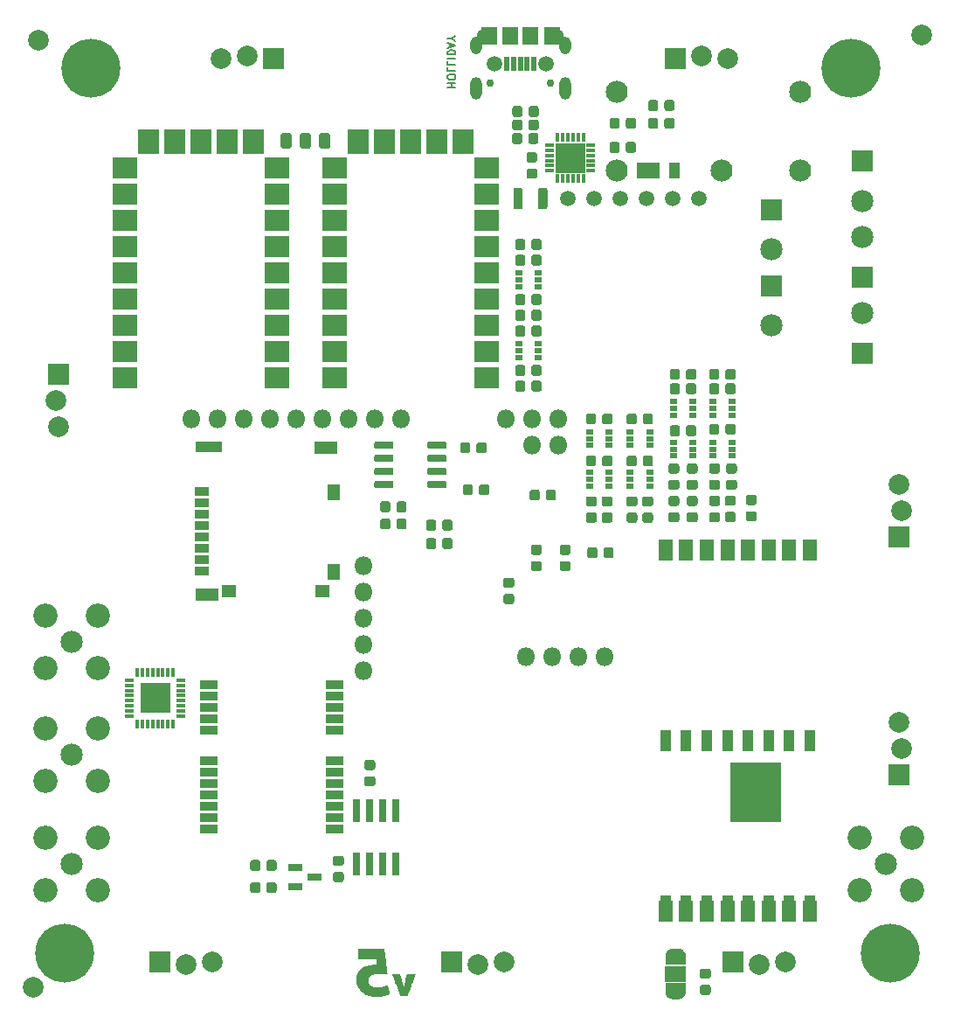
<source format=gbs>
G04 #@! TF.GenerationSoftware,KiCad,Pcbnew,(5.1.5)-3*
G04 #@! TF.CreationDate,2021-06-25T12:34:56-07:00*
G04 #@! TF.ProjectId,mainboard,6d61696e-626f-4617-9264-2e6b69636164,rev?*
G04 #@! TF.SameCoordinates,Original*
G04 #@! TF.FileFunction,Soldermask,Bot*
G04 #@! TF.FilePolarity,Negative*
%FSLAX46Y46*%
G04 Gerber Fmt 4.6, Leading zero omitted, Abs format (unit mm)*
G04 Created by KiCad (PCBNEW (5.1.5)-3) date 2021-06-25 12:34:56*
%MOMM*%
%LPD*%
G04 APERTURE LIST*
%ADD10C,0.190500*%
%ADD11C,0.010000*%
%ADD12C,0.100000*%
%ADD13R,1.447800X0.685800*%
%ADD14R,0.711200X2.311400*%
%ADD15C,2.000000*%
%ADD16R,2.108200X2.413000*%
%ADD17R,2.413000X2.108200*%
%ADD18R,1.427000X2.127000*%
%ADD19R,4.927001X5.826999*%
%ADD20R,2.921000X2.921000*%
%ADD21R,0.431800X0.889000*%
%ADD22R,0.889000X0.431800*%
%ADD23R,2.001600X1.501600*%
%ADD24O,1.801600X1.801600*%
%ADD25R,0.751600X0.501600*%
%ADD26C,5.701600*%
%ADD27R,1.101600X2.101600*%
%ADD28R,2.327000X1.527000*%
%ADD29R,1.027000X1.527000*%
%ADD30C,2.133600*%
%ADD31C,2.159000*%
%ADD32R,2.159000X2.159000*%
%ADD33C,1.501600*%
%ADD34R,0.701600X0.501600*%
%ADD35R,2.901600X2.901600*%
%ADD36R,0.901600X0.401600*%
%ADD37R,0.401600X0.901600*%
%ADD38C,0.751600*%
%ADD39O,1.101600X1.701600*%
%ADD40O,1.101600X2.201600*%
%ADD41R,0.551600X1.451600*%
%ADD42C,1.509600*%
%ADD43C,1.371600*%
%ADD44R,1.601600X1.651600*%
%ADD45C,2.351600*%
%ADD46C,2.151600*%
%ADD47R,2.006600X2.006600*%
%ADD48C,2.006600*%
%ADD49R,1.752600X0.939800*%
%ADD50R,1.367000X0.927000*%
%ADD51R,2.627000X1.077000*%
%ADD52R,2.327000X1.277000*%
%ADD53R,1.377000X1.287000*%
%ADD54R,1.327000X1.287000*%
%ADD55R,1.277000X1.627000*%
G04 APERTURE END LIST*
D10*
X140498285Y-59472285D02*
X141260285Y-59472285D01*
X140897428Y-59472285D02*
X140897428Y-59036857D01*
X140498285Y-59036857D02*
X141260285Y-59036857D01*
X141260285Y-58528857D02*
X141260285Y-58383714D01*
X141224000Y-58311142D01*
X141151428Y-58238571D01*
X141006285Y-58202285D01*
X140752285Y-58202285D01*
X140607142Y-58238571D01*
X140534571Y-58311142D01*
X140498285Y-58383714D01*
X140498285Y-58528857D01*
X140534571Y-58601428D01*
X140607142Y-58674000D01*
X140752285Y-58710285D01*
X141006285Y-58710285D01*
X141151428Y-58674000D01*
X141224000Y-58601428D01*
X141260285Y-58528857D01*
X140498285Y-57512857D02*
X140498285Y-57875714D01*
X141260285Y-57875714D01*
X140498285Y-56896000D02*
X140498285Y-57258857D01*
X141260285Y-57258857D01*
X140498285Y-56642000D02*
X141260285Y-56642000D01*
X140498285Y-56279142D02*
X141260285Y-56279142D01*
X141260285Y-56097714D01*
X141224000Y-55988857D01*
X141151428Y-55916285D01*
X141078857Y-55880000D01*
X140933714Y-55843714D01*
X140824857Y-55843714D01*
X140679714Y-55880000D01*
X140607142Y-55916285D01*
X140534571Y-55988857D01*
X140498285Y-56097714D01*
X140498285Y-56279142D01*
X140716000Y-55553428D02*
X140716000Y-55190571D01*
X140498285Y-55626000D02*
X141260285Y-55372000D01*
X140498285Y-55118000D01*
X140861142Y-54718857D02*
X140498285Y-54718857D01*
X141260285Y-54972857D02*
X140861142Y-54718857D01*
X141260285Y-54464857D01*
D11*
G36*
X131838700Y-143764000D02*
G01*
X132702300Y-143764000D01*
X132848207Y-143764156D01*
X132986299Y-143764609D01*
X133114526Y-143765333D01*
X133230837Y-143766300D01*
X133333178Y-143767486D01*
X133419499Y-143768864D01*
X133487747Y-143770408D01*
X133535871Y-143772092D01*
X133561819Y-143773890D01*
X133565900Y-143774958D01*
X133567644Y-143790088D01*
X133572546Y-143826792D01*
X133580109Y-143881513D01*
X133589838Y-143950689D01*
X133601237Y-144030759D01*
X133610350Y-144094200D01*
X133622670Y-144180205D01*
X133633677Y-144258123D01*
X133642873Y-144324347D01*
X133649762Y-144375269D01*
X133653847Y-144407280D01*
X133654773Y-144416616D01*
X133645216Y-144421750D01*
X133615705Y-144425740D01*
X133564947Y-144428656D01*
X133491648Y-144430565D01*
X133394514Y-144431538D01*
X133372198Y-144431626D01*
X133222030Y-144434129D01*
X133091181Y-144441186D01*
X132973849Y-144453621D01*
X132864228Y-144472261D01*
X132756514Y-144497932D01*
X132644902Y-144531459D01*
X132625641Y-144537826D01*
X132468218Y-144597037D01*
X132330187Y-144663842D01*
X132205911Y-144741509D01*
X132089755Y-144833306D01*
X132043793Y-144875194D01*
X131929582Y-144998862D01*
X131835753Y-145135252D01*
X131761052Y-145286518D01*
X131704220Y-145454816D01*
X131702967Y-145459450D01*
X131691398Y-145504014D01*
X131682771Y-145542979D01*
X131676651Y-145581297D01*
X131672607Y-145623918D01*
X131670207Y-145675791D01*
X131669016Y-145741869D01*
X131668604Y-145827101D01*
X131668571Y-145853150D01*
X131668764Y-145946034D01*
X131669760Y-146018142D01*
X131671903Y-146074089D01*
X131675535Y-146118496D01*
X131681001Y-146155979D01*
X131688644Y-146191156D01*
X131695678Y-146217615D01*
X131747782Y-146377096D01*
X131811572Y-146520336D01*
X131891141Y-146655334D01*
X131985308Y-146783523D01*
X132113409Y-146923369D01*
X132261422Y-147048036D01*
X132428591Y-147157111D01*
X132614164Y-147250184D01*
X132817385Y-147326844D01*
X133037501Y-147386678D01*
X133123800Y-147404609D01*
X133180776Y-147412555D01*
X133258176Y-147419093D01*
X133351059Y-147424162D01*
X133454485Y-147427706D01*
X133563514Y-147429666D01*
X133673205Y-147429985D01*
X133778619Y-147428604D01*
X133874813Y-147425466D01*
X133956849Y-147420512D01*
X134010400Y-147415013D01*
X134212526Y-147381950D01*
X134407650Y-147338157D01*
X134523918Y-147305553D01*
X134598133Y-147281392D01*
X134667864Y-147255966D01*
X134729178Y-147230985D01*
X134778140Y-147208161D01*
X134810816Y-147189202D01*
X134823272Y-147175820D01*
X134823294Y-147175424D01*
X134820517Y-147160447D01*
X134812715Y-147124672D01*
X134800745Y-147071739D01*
X134785468Y-147005288D01*
X134767740Y-146928960D01*
X134748422Y-146846396D01*
X134728370Y-146761236D01*
X134708444Y-146677122D01*
X134689502Y-146597692D01*
X134672403Y-146526589D01*
X134658006Y-146467452D01*
X134647168Y-146423922D01*
X134640748Y-146399641D01*
X134639451Y-146395840D01*
X134627146Y-146398627D01*
X134596509Y-146408908D01*
X134552837Y-146424846D01*
X134523458Y-146436023D01*
X134332485Y-146500861D01*
X134123843Y-146554559D01*
X134035800Y-146572927D01*
X133972723Y-146584258D01*
X133913018Y-146592311D01*
X133850020Y-146597595D01*
X133777069Y-146600619D01*
X133687501Y-146601892D01*
X133654800Y-146602012D01*
X133539167Y-146600576D01*
X133442951Y-146595047D01*
X133360346Y-146584309D01*
X133285543Y-146567243D01*
X133212736Y-146542731D01*
X133136118Y-146509655D01*
X133109948Y-146497129D01*
X133033653Y-146452540D01*
X132958188Y-146395354D01*
X132890035Y-146331389D01*
X132835681Y-146266464D01*
X132813096Y-146230775D01*
X132768138Y-146123486D01*
X132744517Y-146009535D01*
X132741665Y-145893148D01*
X132759017Y-145778552D01*
X132796004Y-145669972D01*
X132852061Y-145571634D01*
X132910737Y-145502704D01*
X132998197Y-145428554D01*
X133098579Y-145366210D01*
X133213840Y-145315031D01*
X133345937Y-145274379D01*
X133496827Y-145243615D01*
X133668465Y-145222098D01*
X133799502Y-145212339D01*
X133889104Y-145208951D01*
X133991433Y-145207931D01*
X134100613Y-145209088D01*
X134210771Y-145212228D01*
X134316031Y-145217159D01*
X134410518Y-145223687D01*
X134488358Y-145231622D01*
X134518400Y-145235924D01*
X134557632Y-145241279D01*
X134585425Y-145243098D01*
X134593949Y-145241862D01*
X134593130Y-145228918D01*
X134589387Y-145192928D01*
X134582987Y-145136043D01*
X134574197Y-145060415D01*
X134563282Y-144968196D01*
X134550510Y-144861538D01*
X134536146Y-144742593D01*
X134520457Y-144613514D01*
X134503709Y-144476452D01*
X134486169Y-144333558D01*
X134468104Y-144186987D01*
X134449779Y-144038888D01*
X134431460Y-143891414D01*
X134413416Y-143746718D01*
X134395911Y-143606951D01*
X134379212Y-143474265D01*
X134363585Y-143350813D01*
X134349298Y-143238746D01*
X134336616Y-143140216D01*
X134325805Y-143057375D01*
X134317133Y-142992376D01*
X134310865Y-142947370D01*
X134307268Y-142924509D01*
X134306851Y-142922624D01*
X134304790Y-142918932D01*
X134299750Y-142915671D01*
X134290244Y-142912816D01*
X134274782Y-142910339D01*
X134251876Y-142908214D01*
X134220037Y-142906413D01*
X134177775Y-142904911D01*
X134123602Y-142903681D01*
X134056030Y-142902695D01*
X133973569Y-142901927D01*
X133874731Y-142901350D01*
X133758026Y-142900938D01*
X133621967Y-142900664D01*
X133465063Y-142900500D01*
X133285827Y-142900421D01*
X133082770Y-142900400D01*
X131838700Y-142900400D01*
X131838700Y-143764000D01*
G37*
X131838700Y-143764000D02*
X132702300Y-143764000D01*
X132848207Y-143764156D01*
X132986299Y-143764609D01*
X133114526Y-143765333D01*
X133230837Y-143766300D01*
X133333178Y-143767486D01*
X133419499Y-143768864D01*
X133487747Y-143770408D01*
X133535871Y-143772092D01*
X133561819Y-143773890D01*
X133565900Y-143774958D01*
X133567644Y-143790088D01*
X133572546Y-143826792D01*
X133580109Y-143881513D01*
X133589838Y-143950689D01*
X133601237Y-144030759D01*
X133610350Y-144094200D01*
X133622670Y-144180205D01*
X133633677Y-144258123D01*
X133642873Y-144324347D01*
X133649762Y-144375269D01*
X133653847Y-144407280D01*
X133654773Y-144416616D01*
X133645216Y-144421750D01*
X133615705Y-144425740D01*
X133564947Y-144428656D01*
X133491648Y-144430565D01*
X133394514Y-144431538D01*
X133372198Y-144431626D01*
X133222030Y-144434129D01*
X133091181Y-144441186D01*
X132973849Y-144453621D01*
X132864228Y-144472261D01*
X132756514Y-144497932D01*
X132644902Y-144531459D01*
X132625641Y-144537826D01*
X132468218Y-144597037D01*
X132330187Y-144663842D01*
X132205911Y-144741509D01*
X132089755Y-144833306D01*
X132043793Y-144875194D01*
X131929582Y-144998862D01*
X131835753Y-145135252D01*
X131761052Y-145286518D01*
X131704220Y-145454816D01*
X131702967Y-145459450D01*
X131691398Y-145504014D01*
X131682771Y-145542979D01*
X131676651Y-145581297D01*
X131672607Y-145623918D01*
X131670207Y-145675791D01*
X131669016Y-145741869D01*
X131668604Y-145827101D01*
X131668571Y-145853150D01*
X131668764Y-145946034D01*
X131669760Y-146018142D01*
X131671903Y-146074089D01*
X131675535Y-146118496D01*
X131681001Y-146155979D01*
X131688644Y-146191156D01*
X131695678Y-146217615D01*
X131747782Y-146377096D01*
X131811572Y-146520336D01*
X131891141Y-146655334D01*
X131985308Y-146783523D01*
X132113409Y-146923369D01*
X132261422Y-147048036D01*
X132428591Y-147157111D01*
X132614164Y-147250184D01*
X132817385Y-147326844D01*
X133037501Y-147386678D01*
X133123800Y-147404609D01*
X133180776Y-147412555D01*
X133258176Y-147419093D01*
X133351059Y-147424162D01*
X133454485Y-147427706D01*
X133563514Y-147429666D01*
X133673205Y-147429985D01*
X133778619Y-147428604D01*
X133874813Y-147425466D01*
X133956849Y-147420512D01*
X134010400Y-147415013D01*
X134212526Y-147381950D01*
X134407650Y-147338157D01*
X134523918Y-147305553D01*
X134598133Y-147281392D01*
X134667864Y-147255966D01*
X134729178Y-147230985D01*
X134778140Y-147208161D01*
X134810816Y-147189202D01*
X134823272Y-147175820D01*
X134823294Y-147175424D01*
X134820517Y-147160447D01*
X134812715Y-147124672D01*
X134800745Y-147071739D01*
X134785468Y-147005288D01*
X134767740Y-146928960D01*
X134748422Y-146846396D01*
X134728370Y-146761236D01*
X134708444Y-146677122D01*
X134689502Y-146597692D01*
X134672403Y-146526589D01*
X134658006Y-146467452D01*
X134647168Y-146423922D01*
X134640748Y-146399641D01*
X134639451Y-146395840D01*
X134627146Y-146398627D01*
X134596509Y-146408908D01*
X134552837Y-146424846D01*
X134523458Y-146436023D01*
X134332485Y-146500861D01*
X134123843Y-146554559D01*
X134035800Y-146572927D01*
X133972723Y-146584258D01*
X133913018Y-146592311D01*
X133850020Y-146597595D01*
X133777069Y-146600619D01*
X133687501Y-146601892D01*
X133654800Y-146602012D01*
X133539167Y-146600576D01*
X133442951Y-146595047D01*
X133360346Y-146584309D01*
X133285543Y-146567243D01*
X133212736Y-146542731D01*
X133136118Y-146509655D01*
X133109948Y-146497129D01*
X133033653Y-146452540D01*
X132958188Y-146395354D01*
X132890035Y-146331389D01*
X132835681Y-146266464D01*
X132813096Y-146230775D01*
X132768138Y-146123486D01*
X132744517Y-146009535D01*
X132741665Y-145893148D01*
X132759017Y-145778552D01*
X132796004Y-145669972D01*
X132852061Y-145571634D01*
X132910737Y-145502704D01*
X132998197Y-145428554D01*
X133098579Y-145366210D01*
X133213840Y-145315031D01*
X133345937Y-145274379D01*
X133496827Y-145243615D01*
X133668465Y-145222098D01*
X133799502Y-145212339D01*
X133889104Y-145208951D01*
X133991433Y-145207931D01*
X134100613Y-145209088D01*
X134210771Y-145212228D01*
X134316031Y-145217159D01*
X134410518Y-145223687D01*
X134488358Y-145231622D01*
X134518400Y-145235924D01*
X134557632Y-145241279D01*
X134585425Y-145243098D01*
X134593949Y-145241862D01*
X134593130Y-145228918D01*
X134589387Y-145192928D01*
X134582987Y-145136043D01*
X134574197Y-145060415D01*
X134563282Y-144968196D01*
X134550510Y-144861538D01*
X134536146Y-144742593D01*
X134520457Y-144613514D01*
X134503709Y-144476452D01*
X134486169Y-144333558D01*
X134468104Y-144186987D01*
X134449779Y-144038888D01*
X134431460Y-143891414D01*
X134413416Y-143746718D01*
X134395911Y-143606951D01*
X134379212Y-143474265D01*
X134363585Y-143350813D01*
X134349298Y-143238746D01*
X134336616Y-143140216D01*
X134325805Y-143057375D01*
X134317133Y-142992376D01*
X134310865Y-142947370D01*
X134307268Y-142924509D01*
X134306851Y-142922624D01*
X134304790Y-142918932D01*
X134299750Y-142915671D01*
X134290244Y-142912816D01*
X134274782Y-142910339D01*
X134251876Y-142908214D01*
X134220037Y-142906413D01*
X134177775Y-142904911D01*
X134123602Y-142903681D01*
X134056030Y-142902695D01*
X133973569Y-142901927D01*
X133874731Y-142901350D01*
X133758026Y-142900938D01*
X133621967Y-142900664D01*
X133465063Y-142900500D01*
X133285827Y-142900421D01*
X133082770Y-142900400D01*
X131838700Y-142900400D01*
X131838700Y-143764000D01*
G36*
X136444759Y-145843625D02*
G01*
X136409808Y-145964909D01*
X136375775Y-146084677D01*
X136343613Y-146199460D01*
X136314276Y-146305787D01*
X136288716Y-146400189D01*
X136267885Y-146479196D01*
X136252737Y-146539338D01*
X136246898Y-146564350D01*
X136233110Y-146623147D01*
X136220658Y-146669865D01*
X136210700Y-146700612D01*
X136204396Y-146711495D01*
X136203423Y-146710400D01*
X136198346Y-146691655D01*
X136189081Y-146653054D01*
X136176785Y-146599574D01*
X136162614Y-146536189D01*
X136156814Y-146509788D01*
X136144507Y-146456913D01*
X136126313Y-146383433D01*
X136103236Y-146293188D01*
X136076284Y-146190019D01*
X136046461Y-146077768D01*
X136014774Y-145960276D01*
X135982228Y-145841383D01*
X135973908Y-145811288D01*
X135830696Y-145294350D01*
X135484728Y-145290969D01*
X135379995Y-145290127D01*
X135298120Y-145289957D01*
X135236569Y-145290564D01*
X135192805Y-145292052D01*
X135164293Y-145294525D01*
X135148499Y-145298087D01*
X135142886Y-145302844D01*
X135142905Y-145305027D01*
X135147866Y-145319310D01*
X135161047Y-145355637D01*
X135181796Y-145412253D01*
X135209465Y-145487399D01*
X135243402Y-145579319D01*
X135282960Y-145686256D01*
X135327487Y-145806453D01*
X135376334Y-145938154D01*
X135428851Y-146079600D01*
X135484389Y-146229037D01*
X135528050Y-146346420D01*
X135909050Y-147370374D01*
X136234717Y-147370587D01*
X136334514Y-147370532D01*
X136411855Y-147370093D01*
X136469685Y-147369075D01*
X136510946Y-147367285D01*
X136538582Y-147364530D01*
X136555537Y-147360614D01*
X136564755Y-147355345D01*
X136569161Y-147348575D01*
X136578831Y-147323143D01*
X136595916Y-147277162D01*
X136619648Y-147212747D01*
X136649259Y-147132013D01*
X136683981Y-147037078D01*
X136723046Y-146930055D01*
X136765688Y-146813061D01*
X136811137Y-146688212D01*
X136858628Y-146557622D01*
X136907391Y-146423409D01*
X136956659Y-146287687D01*
X137005665Y-146152572D01*
X137053641Y-146020180D01*
X137099819Y-145892626D01*
X137143432Y-145772026D01*
X137183711Y-145660496D01*
X137219889Y-145560152D01*
X137251199Y-145473108D01*
X137276873Y-145401481D01*
X137296143Y-145347387D01*
X137308241Y-145312940D01*
X137312400Y-145300267D01*
X137299984Y-145296510D01*
X137263860Y-145293365D01*
X137205711Y-145290888D01*
X137127225Y-145289139D01*
X137030086Y-145288176D01*
X136959231Y-145288000D01*
X136606062Y-145288000D01*
X136444759Y-145843625D01*
G37*
X136444759Y-145843625D02*
X136409808Y-145964909D01*
X136375775Y-146084677D01*
X136343613Y-146199460D01*
X136314276Y-146305787D01*
X136288716Y-146400189D01*
X136267885Y-146479196D01*
X136252737Y-146539338D01*
X136246898Y-146564350D01*
X136233110Y-146623147D01*
X136220658Y-146669865D01*
X136210700Y-146700612D01*
X136204396Y-146711495D01*
X136203423Y-146710400D01*
X136198346Y-146691655D01*
X136189081Y-146653054D01*
X136176785Y-146599574D01*
X136162614Y-146536189D01*
X136156814Y-146509788D01*
X136144507Y-146456913D01*
X136126313Y-146383433D01*
X136103236Y-146293188D01*
X136076284Y-146190019D01*
X136046461Y-146077768D01*
X136014774Y-145960276D01*
X135982228Y-145841383D01*
X135973908Y-145811288D01*
X135830696Y-145294350D01*
X135484728Y-145290969D01*
X135379995Y-145290127D01*
X135298120Y-145289957D01*
X135236569Y-145290564D01*
X135192805Y-145292052D01*
X135164293Y-145294525D01*
X135148499Y-145298087D01*
X135142886Y-145302844D01*
X135142905Y-145305027D01*
X135147866Y-145319310D01*
X135161047Y-145355637D01*
X135181796Y-145412253D01*
X135209465Y-145487399D01*
X135243402Y-145579319D01*
X135282960Y-145686256D01*
X135327487Y-145806453D01*
X135376334Y-145938154D01*
X135428851Y-146079600D01*
X135484389Y-146229037D01*
X135528050Y-146346420D01*
X135909050Y-147370374D01*
X136234717Y-147370587D01*
X136334514Y-147370532D01*
X136411855Y-147370093D01*
X136469685Y-147369075D01*
X136510946Y-147367285D01*
X136538582Y-147364530D01*
X136555537Y-147360614D01*
X136564755Y-147355345D01*
X136569161Y-147348575D01*
X136578831Y-147323143D01*
X136595916Y-147277162D01*
X136619648Y-147212747D01*
X136649259Y-147132013D01*
X136683981Y-147037078D01*
X136723046Y-146930055D01*
X136765688Y-146813061D01*
X136811137Y-146688212D01*
X136858628Y-146557622D01*
X136907391Y-146423409D01*
X136956659Y-146287687D01*
X137005665Y-146152572D01*
X137053641Y-146020180D01*
X137099819Y-145892626D01*
X137143432Y-145772026D01*
X137183711Y-145660496D01*
X137219889Y-145560152D01*
X137251199Y-145473108D01*
X137276873Y-145401481D01*
X137296143Y-145347387D01*
X137308241Y-145312940D01*
X137312400Y-145300267D01*
X137299984Y-145296510D01*
X137263860Y-145293365D01*
X137205711Y-145290888D01*
X137127225Y-145289139D01*
X137030086Y-145288176D01*
X136959231Y-145288000D01*
X136606062Y-145288000D01*
X136444759Y-145843625D01*
D12*
G36*
X165786581Y-144775376D02*
G01*
X165810281Y-144778891D01*
X165833523Y-144784713D01*
X165856082Y-144792785D01*
X165877742Y-144803029D01*
X165898292Y-144815347D01*
X165917537Y-144829619D01*
X165935290Y-144845710D01*
X165951381Y-144863463D01*
X165965653Y-144882708D01*
X165977971Y-144903258D01*
X165988215Y-144924918D01*
X165996287Y-144947477D01*
X166002109Y-144970719D01*
X166005624Y-144994419D01*
X166006800Y-145018350D01*
X166006800Y-145506650D01*
X166005624Y-145530581D01*
X166002109Y-145554281D01*
X165996287Y-145577523D01*
X165988215Y-145600082D01*
X165977971Y-145621742D01*
X165965653Y-145642292D01*
X165951381Y-145661537D01*
X165935290Y-145679290D01*
X165917537Y-145695381D01*
X165898292Y-145709653D01*
X165877742Y-145721971D01*
X165856082Y-145732215D01*
X165833523Y-145740287D01*
X165810281Y-145746109D01*
X165786581Y-145749624D01*
X165762650Y-145750800D01*
X165199350Y-145750800D01*
X165175419Y-145749624D01*
X165151719Y-145746109D01*
X165128477Y-145740287D01*
X165105918Y-145732215D01*
X165084258Y-145721971D01*
X165063708Y-145709653D01*
X165044463Y-145695381D01*
X165026710Y-145679290D01*
X165010619Y-145661537D01*
X164996347Y-145642292D01*
X164984029Y-145621742D01*
X164973785Y-145600082D01*
X164965713Y-145577523D01*
X164959891Y-145554281D01*
X164956376Y-145530581D01*
X164955200Y-145506650D01*
X164955200Y-145018350D01*
X164956376Y-144994419D01*
X164959891Y-144970719D01*
X164965713Y-144947477D01*
X164973785Y-144924918D01*
X164984029Y-144903258D01*
X164996347Y-144882708D01*
X165010619Y-144863463D01*
X165026710Y-144845710D01*
X165044463Y-144829619D01*
X165063708Y-144815347D01*
X165084258Y-144803029D01*
X165105918Y-144792785D01*
X165128477Y-144784713D01*
X165151719Y-144778891D01*
X165175419Y-144775376D01*
X165199350Y-144774200D01*
X165762650Y-144774200D01*
X165786581Y-144775376D01*
G37*
G36*
X165786581Y-146350376D02*
G01*
X165810281Y-146353891D01*
X165833523Y-146359713D01*
X165856082Y-146367785D01*
X165877742Y-146378029D01*
X165898292Y-146390347D01*
X165917537Y-146404619D01*
X165935290Y-146420710D01*
X165951381Y-146438463D01*
X165965653Y-146457708D01*
X165977971Y-146478258D01*
X165988215Y-146499918D01*
X165996287Y-146522477D01*
X166002109Y-146545719D01*
X166005624Y-146569419D01*
X166006800Y-146593350D01*
X166006800Y-147081650D01*
X166005624Y-147105581D01*
X166002109Y-147129281D01*
X165996287Y-147152523D01*
X165988215Y-147175082D01*
X165977971Y-147196742D01*
X165965653Y-147217292D01*
X165951381Y-147236537D01*
X165935290Y-147254290D01*
X165917537Y-147270381D01*
X165898292Y-147284653D01*
X165877742Y-147296971D01*
X165856082Y-147307215D01*
X165833523Y-147315287D01*
X165810281Y-147321109D01*
X165786581Y-147324624D01*
X165762650Y-147325800D01*
X165199350Y-147325800D01*
X165175419Y-147324624D01*
X165151719Y-147321109D01*
X165128477Y-147315287D01*
X165105918Y-147307215D01*
X165084258Y-147296971D01*
X165063708Y-147284653D01*
X165044463Y-147270381D01*
X165026710Y-147254290D01*
X165010619Y-147236537D01*
X164996347Y-147217292D01*
X164984029Y-147196742D01*
X164973785Y-147175082D01*
X164965713Y-147152523D01*
X164959891Y-147129281D01*
X164956376Y-147105581D01*
X164955200Y-147081650D01*
X164955200Y-146593350D01*
X164956376Y-146569419D01*
X164959891Y-146545719D01*
X164965713Y-146522477D01*
X164973785Y-146499918D01*
X164984029Y-146478258D01*
X164996347Y-146457708D01*
X165010619Y-146438463D01*
X165026710Y-146420710D01*
X165044463Y-146404619D01*
X165063708Y-146390347D01*
X165084258Y-146378029D01*
X165105918Y-146367785D01*
X165128477Y-146359713D01*
X165151719Y-146353891D01*
X165175419Y-146350376D01*
X165199350Y-146349200D01*
X165762650Y-146349200D01*
X165786581Y-146350376D01*
G37*
D13*
X127593400Y-135938096D03*
X125713800Y-134985596D03*
X125713800Y-136890596D03*
D14*
X135509000Y-129463800D03*
X134239000Y-129463800D03*
X132969000Y-129463800D03*
X131699000Y-129463800D03*
X131699000Y-134696200D03*
X132969000Y-134696200D03*
X134239000Y-134696200D03*
X135509000Y-134696200D03*
D15*
X186436000Y-54356000D03*
X100838000Y-54864000D03*
X100330000Y-146558000D03*
D16*
X131826000Y-64757300D03*
X134366000Y-64757300D03*
X136906000Y-64757300D03*
X139446000Y-64757300D03*
X141986000Y-64757300D03*
D17*
X144272000Y-67297300D03*
X144272000Y-69837300D03*
X144272000Y-72377300D03*
X144272000Y-74917300D03*
X144272000Y-77457300D03*
X144272000Y-79997300D03*
X144272000Y-82537300D03*
X144272000Y-85077300D03*
X144272000Y-87617300D03*
X129540000Y-87617300D03*
X129540000Y-85077300D03*
X129540000Y-82537300D03*
X129540000Y-79997300D03*
X129540000Y-77457300D03*
X129540000Y-74917300D03*
X129540000Y-72377300D03*
X129540000Y-69837300D03*
X129540000Y-67297300D03*
D16*
X111503460Y-64757300D03*
X114043460Y-64757300D03*
X116583460Y-64757300D03*
X119123460Y-64757300D03*
X121663460Y-64757300D03*
D17*
X123949460Y-67297300D03*
X123949460Y-69837300D03*
X123949460Y-72377300D03*
X123949460Y-74917300D03*
X123949460Y-77457300D03*
X123949460Y-79997300D03*
X123949460Y-82537300D03*
X123949460Y-85077300D03*
X123949460Y-87617300D03*
X109217460Y-87617300D03*
X109217460Y-85077300D03*
X109217460Y-82537300D03*
X109217460Y-79997300D03*
X109217460Y-77457300D03*
X109217460Y-74917300D03*
X109217460Y-72377300D03*
X109217460Y-69837300D03*
X109217460Y-67297300D03*
D12*
G36*
X128893671Y-63890956D02*
G01*
X128919799Y-63894832D01*
X128945420Y-63901250D01*
X128970289Y-63910148D01*
X128994166Y-63921441D01*
X129016822Y-63935020D01*
X129038037Y-63950754D01*
X129057608Y-63968492D01*
X129075346Y-63988063D01*
X129091080Y-64009278D01*
X129104659Y-64031934D01*
X129115952Y-64055811D01*
X129124850Y-64080680D01*
X129131268Y-64106301D01*
X129135144Y-64132429D01*
X129136440Y-64158810D01*
X129136440Y-65122110D01*
X129135144Y-65148491D01*
X129131268Y-65174619D01*
X129124850Y-65200240D01*
X129115952Y-65225109D01*
X129104659Y-65248986D01*
X129091080Y-65271642D01*
X129075346Y-65292857D01*
X129057608Y-65312428D01*
X129038037Y-65330166D01*
X129016822Y-65345900D01*
X128994166Y-65359479D01*
X128970289Y-65370772D01*
X128945420Y-65379670D01*
X128919799Y-65386088D01*
X128893671Y-65389964D01*
X128867290Y-65391260D01*
X128328990Y-65391260D01*
X128302609Y-65389964D01*
X128276481Y-65386088D01*
X128250860Y-65379670D01*
X128225991Y-65370772D01*
X128202114Y-65359479D01*
X128179458Y-65345900D01*
X128158243Y-65330166D01*
X128138672Y-65312428D01*
X128120934Y-65292857D01*
X128105200Y-65271642D01*
X128091621Y-65248986D01*
X128080328Y-65225109D01*
X128071430Y-65200240D01*
X128065012Y-65174619D01*
X128061136Y-65148491D01*
X128059840Y-65122110D01*
X128059840Y-64158810D01*
X128061136Y-64132429D01*
X128065012Y-64106301D01*
X128071430Y-64080680D01*
X128080328Y-64055811D01*
X128091621Y-64031934D01*
X128105200Y-64009278D01*
X128120934Y-63988063D01*
X128138672Y-63968492D01*
X128158243Y-63950754D01*
X128179458Y-63935020D01*
X128202114Y-63921441D01*
X128225991Y-63910148D01*
X128250860Y-63901250D01*
X128276481Y-63894832D01*
X128302609Y-63890956D01*
X128328990Y-63889660D01*
X128867290Y-63889660D01*
X128893671Y-63890956D01*
G37*
G36*
X127018671Y-63890956D02*
G01*
X127044799Y-63894832D01*
X127070420Y-63901250D01*
X127095289Y-63910148D01*
X127119166Y-63921441D01*
X127141822Y-63935020D01*
X127163037Y-63950754D01*
X127182608Y-63968492D01*
X127200346Y-63988063D01*
X127216080Y-64009278D01*
X127229659Y-64031934D01*
X127240952Y-64055811D01*
X127249850Y-64080680D01*
X127256268Y-64106301D01*
X127260144Y-64132429D01*
X127261440Y-64158810D01*
X127261440Y-65122110D01*
X127260144Y-65148491D01*
X127256268Y-65174619D01*
X127249850Y-65200240D01*
X127240952Y-65225109D01*
X127229659Y-65248986D01*
X127216080Y-65271642D01*
X127200346Y-65292857D01*
X127182608Y-65312428D01*
X127163037Y-65330166D01*
X127141822Y-65345900D01*
X127119166Y-65359479D01*
X127095289Y-65370772D01*
X127070420Y-65379670D01*
X127044799Y-65386088D01*
X127018671Y-65389964D01*
X126992290Y-65391260D01*
X126453990Y-65391260D01*
X126427609Y-65389964D01*
X126401481Y-65386088D01*
X126375860Y-65379670D01*
X126350991Y-65370772D01*
X126327114Y-65359479D01*
X126304458Y-65345900D01*
X126283243Y-65330166D01*
X126263672Y-65312428D01*
X126245934Y-65292857D01*
X126230200Y-65271642D01*
X126216621Y-65248986D01*
X126205328Y-65225109D01*
X126196430Y-65200240D01*
X126190012Y-65174619D01*
X126186136Y-65148491D01*
X126184840Y-65122110D01*
X126184840Y-64158810D01*
X126186136Y-64132429D01*
X126190012Y-64106301D01*
X126196430Y-64080680D01*
X126205328Y-64055811D01*
X126216621Y-64031934D01*
X126230200Y-64009278D01*
X126245934Y-63988063D01*
X126263672Y-63968492D01*
X126283243Y-63950754D01*
X126304458Y-63935020D01*
X126327114Y-63921441D01*
X126350991Y-63910148D01*
X126375860Y-63901250D01*
X126401481Y-63894832D01*
X126427609Y-63890956D01*
X126453990Y-63889660D01*
X126992290Y-63889660D01*
X127018671Y-63890956D01*
G37*
G36*
X127027561Y-63890956D02*
G01*
X127053689Y-63894832D01*
X127079310Y-63901250D01*
X127104179Y-63910148D01*
X127128056Y-63921441D01*
X127150712Y-63935020D01*
X127171927Y-63950754D01*
X127191498Y-63968492D01*
X127209236Y-63988063D01*
X127224970Y-64009278D01*
X127238549Y-64031934D01*
X127249842Y-64055811D01*
X127258740Y-64080680D01*
X127265158Y-64106301D01*
X127269034Y-64132429D01*
X127270330Y-64158810D01*
X127270330Y-65122110D01*
X127269034Y-65148491D01*
X127265158Y-65174619D01*
X127258740Y-65200240D01*
X127249842Y-65225109D01*
X127238549Y-65248986D01*
X127224970Y-65271642D01*
X127209236Y-65292857D01*
X127191498Y-65312428D01*
X127171927Y-65330166D01*
X127150712Y-65345900D01*
X127128056Y-65359479D01*
X127104179Y-65370772D01*
X127079310Y-65379670D01*
X127053689Y-65386088D01*
X127027561Y-65389964D01*
X127001180Y-65391260D01*
X126462880Y-65391260D01*
X126436499Y-65389964D01*
X126410371Y-65386088D01*
X126384750Y-65379670D01*
X126359881Y-65370772D01*
X126336004Y-65359479D01*
X126313348Y-65345900D01*
X126292133Y-65330166D01*
X126272562Y-65312428D01*
X126254824Y-65292857D01*
X126239090Y-65271642D01*
X126225511Y-65248986D01*
X126214218Y-65225109D01*
X126205320Y-65200240D01*
X126198902Y-65174619D01*
X126195026Y-65148491D01*
X126193730Y-65122110D01*
X126193730Y-64158810D01*
X126195026Y-64132429D01*
X126198902Y-64106301D01*
X126205320Y-64080680D01*
X126214218Y-64055811D01*
X126225511Y-64031934D01*
X126239090Y-64009278D01*
X126254824Y-63988063D01*
X126272562Y-63968492D01*
X126292133Y-63950754D01*
X126313348Y-63935020D01*
X126336004Y-63921441D01*
X126359881Y-63910148D01*
X126384750Y-63901250D01*
X126410371Y-63894832D01*
X126436499Y-63890956D01*
X126462880Y-63889660D01*
X127001180Y-63889660D01*
X127027561Y-63890956D01*
G37*
G36*
X125152561Y-63890956D02*
G01*
X125178689Y-63894832D01*
X125204310Y-63901250D01*
X125229179Y-63910148D01*
X125253056Y-63921441D01*
X125275712Y-63935020D01*
X125296927Y-63950754D01*
X125316498Y-63968492D01*
X125334236Y-63988063D01*
X125349970Y-64009278D01*
X125363549Y-64031934D01*
X125374842Y-64055811D01*
X125383740Y-64080680D01*
X125390158Y-64106301D01*
X125394034Y-64132429D01*
X125395330Y-64158810D01*
X125395330Y-65122110D01*
X125394034Y-65148491D01*
X125390158Y-65174619D01*
X125383740Y-65200240D01*
X125374842Y-65225109D01*
X125363549Y-65248986D01*
X125349970Y-65271642D01*
X125334236Y-65292857D01*
X125316498Y-65312428D01*
X125296927Y-65330166D01*
X125275712Y-65345900D01*
X125253056Y-65359479D01*
X125229179Y-65370772D01*
X125204310Y-65379670D01*
X125178689Y-65386088D01*
X125152561Y-65389964D01*
X125126180Y-65391260D01*
X124587880Y-65391260D01*
X124561499Y-65389964D01*
X124535371Y-65386088D01*
X124509750Y-65379670D01*
X124484881Y-65370772D01*
X124461004Y-65359479D01*
X124438348Y-65345900D01*
X124417133Y-65330166D01*
X124397562Y-65312428D01*
X124379824Y-65292857D01*
X124364090Y-65271642D01*
X124350511Y-65248986D01*
X124339218Y-65225109D01*
X124330320Y-65200240D01*
X124323902Y-65174619D01*
X124320026Y-65148491D01*
X124318730Y-65122110D01*
X124318730Y-64158810D01*
X124320026Y-64132429D01*
X124323902Y-64106301D01*
X124330320Y-64080680D01*
X124339218Y-64055811D01*
X124350511Y-64031934D01*
X124364090Y-64009278D01*
X124379824Y-63988063D01*
X124397562Y-63968492D01*
X124417133Y-63950754D01*
X124438348Y-63935020D01*
X124461004Y-63921441D01*
X124484881Y-63910148D01*
X124509750Y-63901250D01*
X124535371Y-63894832D01*
X124561499Y-63890956D01*
X124587880Y-63889660D01*
X125126180Y-63889660D01*
X125152561Y-63890956D01*
G37*
D18*
X161617520Y-139266000D03*
X163617520Y-139266000D03*
X165617520Y-139266000D03*
X167617520Y-139266000D03*
X169617520Y-139266000D03*
X171617520Y-139266000D03*
X173617520Y-139266000D03*
X175617520Y-139266000D03*
X161617520Y-104266000D03*
X163617520Y-104266000D03*
X165617520Y-104266000D03*
X167617520Y-104266000D03*
X169617520Y-104266000D03*
X171617520Y-104266000D03*
X173617520Y-104266000D03*
X175617520Y-104266000D03*
D19*
X170367520Y-127698500D03*
D20*
X112161878Y-118604150D03*
D21*
X113911878Y-116104150D03*
X113411878Y-116104150D03*
X112911878Y-116104150D03*
X112411878Y-116104150D03*
X111911878Y-116104150D03*
X111411878Y-116104150D03*
X110911878Y-116104150D03*
X110411878Y-116104150D03*
D22*
X109661878Y-116854150D03*
X109661878Y-117354150D03*
X109661878Y-117854150D03*
X109661878Y-118354150D03*
X109661878Y-118854150D03*
X109661878Y-119354150D03*
X109661878Y-119854150D03*
X109661878Y-120354150D03*
D21*
X110411878Y-121104150D03*
X110911878Y-121104150D03*
X111411878Y-121104150D03*
X111911878Y-121104150D03*
X112411878Y-121104150D03*
X112911878Y-121104150D03*
X113411878Y-121104150D03*
X113911878Y-121104150D03*
D22*
X114661878Y-120354150D03*
X114661878Y-119854150D03*
X114661878Y-119354150D03*
X114661878Y-118854150D03*
X114661878Y-118354150D03*
X114661878Y-117854150D03*
X114661878Y-117354150D03*
X114661878Y-116854150D03*
D12*
G36*
X163601477Y-146996560D02*
G01*
X163601477Y-147022347D01*
X163601232Y-147027326D01*
X163594499Y-147095690D01*
X163593768Y-147100622D01*
X163580366Y-147167997D01*
X163579155Y-147172832D01*
X163559214Y-147238569D01*
X163557534Y-147243263D01*
X163531246Y-147306729D01*
X163529114Y-147311236D01*
X163496731Y-147371819D01*
X163494169Y-147376095D01*
X163456004Y-147433213D01*
X163453034Y-147437217D01*
X163409455Y-147490318D01*
X163406107Y-147494012D01*
X163357532Y-147542587D01*
X163353838Y-147545935D01*
X163300737Y-147589514D01*
X163296733Y-147592484D01*
X163239615Y-147630649D01*
X163235339Y-147633211D01*
X163174756Y-147665594D01*
X163170249Y-147667726D01*
X163106783Y-147694014D01*
X163102089Y-147695694D01*
X163036352Y-147715635D01*
X163031517Y-147716846D01*
X162964142Y-147730248D01*
X162959210Y-147730979D01*
X162890846Y-147737712D01*
X162885867Y-147737957D01*
X162860080Y-147737957D01*
X162851520Y-147738800D01*
X162351520Y-147738800D01*
X162342960Y-147737957D01*
X162317173Y-147737957D01*
X162312194Y-147737712D01*
X162243830Y-147730979D01*
X162238898Y-147730248D01*
X162171523Y-147716846D01*
X162166688Y-147715635D01*
X162100951Y-147695694D01*
X162096257Y-147694014D01*
X162032791Y-147667726D01*
X162028284Y-147665594D01*
X161967701Y-147633211D01*
X161963425Y-147630649D01*
X161906307Y-147592484D01*
X161902303Y-147589514D01*
X161849202Y-147545935D01*
X161845508Y-147542587D01*
X161796933Y-147494012D01*
X161793585Y-147490318D01*
X161750006Y-147437217D01*
X161747036Y-147433213D01*
X161708871Y-147376095D01*
X161706309Y-147371819D01*
X161673926Y-147311236D01*
X161671794Y-147306729D01*
X161645506Y-147243263D01*
X161643826Y-147238569D01*
X161623885Y-147172832D01*
X161622674Y-147167997D01*
X161609272Y-147100622D01*
X161608541Y-147095690D01*
X161601808Y-147027326D01*
X161601563Y-147022347D01*
X161601563Y-146996560D01*
X161600720Y-146988000D01*
X161600720Y-146238000D01*
X161601696Y-146228089D01*
X161604587Y-146218560D01*
X161609281Y-146209777D01*
X161615599Y-146202079D01*
X161623297Y-146195761D01*
X161632080Y-146191067D01*
X161641609Y-146188176D01*
X161651520Y-146187200D01*
X163551520Y-146187200D01*
X163561431Y-146188176D01*
X163570960Y-146191067D01*
X163579743Y-146195761D01*
X163587441Y-146202079D01*
X163593759Y-146209777D01*
X163598453Y-146218560D01*
X163601344Y-146228089D01*
X163602320Y-146238000D01*
X163602320Y-146988000D01*
X163601477Y-146996560D01*
G37*
D23*
X162601520Y-145288000D03*
D12*
G36*
X163601344Y-144347911D02*
G01*
X163598453Y-144357440D01*
X163593759Y-144366223D01*
X163587441Y-144373921D01*
X163579743Y-144380239D01*
X163570960Y-144384933D01*
X163561431Y-144387824D01*
X163551520Y-144388800D01*
X161651520Y-144388800D01*
X161641609Y-144387824D01*
X161632080Y-144384933D01*
X161623297Y-144380239D01*
X161615599Y-144373921D01*
X161609281Y-144366223D01*
X161604587Y-144357440D01*
X161601696Y-144347911D01*
X161600720Y-144338000D01*
X161600720Y-143588000D01*
X161601563Y-143579440D01*
X161601563Y-143553653D01*
X161601808Y-143548674D01*
X161608541Y-143480310D01*
X161609272Y-143475378D01*
X161622674Y-143408003D01*
X161623885Y-143403168D01*
X161643826Y-143337431D01*
X161645506Y-143332737D01*
X161671794Y-143269271D01*
X161673926Y-143264764D01*
X161706309Y-143204181D01*
X161708871Y-143199905D01*
X161747036Y-143142787D01*
X161750006Y-143138783D01*
X161793585Y-143085682D01*
X161796933Y-143081988D01*
X161845508Y-143033413D01*
X161849202Y-143030065D01*
X161902303Y-142986486D01*
X161906307Y-142983516D01*
X161963425Y-142945351D01*
X161967701Y-142942789D01*
X162028284Y-142910406D01*
X162032791Y-142908274D01*
X162096257Y-142881986D01*
X162100951Y-142880306D01*
X162166688Y-142860365D01*
X162171523Y-142859154D01*
X162238898Y-142845752D01*
X162243830Y-142845021D01*
X162312194Y-142838288D01*
X162317173Y-142838043D01*
X162342960Y-142838043D01*
X162351520Y-142837200D01*
X162851520Y-142837200D01*
X162860080Y-142838043D01*
X162885867Y-142838043D01*
X162890846Y-142838288D01*
X162959210Y-142845021D01*
X162964142Y-142845752D01*
X163031517Y-142859154D01*
X163036352Y-142860365D01*
X163102089Y-142880306D01*
X163106783Y-142881986D01*
X163170249Y-142908274D01*
X163174756Y-142910406D01*
X163235339Y-142942789D01*
X163239615Y-142945351D01*
X163296733Y-142983516D01*
X163300737Y-142986486D01*
X163353838Y-143030065D01*
X163357532Y-143033413D01*
X163406107Y-143081988D01*
X163409455Y-143085682D01*
X163453034Y-143138783D01*
X163456004Y-143142787D01*
X163494169Y-143199905D01*
X163496731Y-143204181D01*
X163529114Y-143264764D01*
X163531246Y-143269271D01*
X163557534Y-143332737D01*
X163559214Y-143337431D01*
X163579155Y-143403168D01*
X163580366Y-143408003D01*
X163593768Y-143475378D01*
X163594499Y-143480310D01*
X163601232Y-143548674D01*
X163601477Y-143553653D01*
X163601477Y-143579440D01*
X163602320Y-143588000D01*
X163602320Y-144338000D01*
X163601344Y-144347911D01*
G37*
D24*
X155702000Y-114604800D03*
X153162000Y-114604800D03*
X150622000Y-114604800D03*
X148082000Y-114604800D03*
D25*
X156144000Y-94122000D03*
X156144000Y-92822000D03*
X154244000Y-93472000D03*
X156144000Y-93472000D03*
X154244000Y-92822000D03*
X154244000Y-94122000D03*
D24*
X136017000Y-91567000D03*
X133477000Y-91567000D03*
X130937000Y-91567000D03*
X128397000Y-91567000D03*
X125857000Y-91567000D03*
X123317000Y-91567000D03*
X120777000Y-91567000D03*
X118237000Y-91567000D03*
X115697000Y-91567000D03*
D26*
X103426100Y-143294100D03*
X183426100Y-143294100D03*
X179626100Y-57569100D03*
D27*
X161617520Y-122683000D03*
X163617520Y-122683000D03*
X165617520Y-122683000D03*
X167617520Y-122683000D03*
X169617520Y-122683000D03*
X171617520Y-122683000D03*
X173617520Y-122683000D03*
X175617520Y-122683000D03*
X175617520Y-138683000D03*
X173617520Y-138683000D03*
X171617520Y-138683000D03*
X169617520Y-138683000D03*
X167617520Y-138683000D03*
X165617520Y-138683000D03*
X163617520Y-138683000D03*
X161617520Y-138683000D03*
D28*
X159936000Y-67500500D03*
D29*
X162486000Y-67500500D03*
D12*
G36*
X149990264Y-69181164D02*
G01*
X150009693Y-69184046D01*
X150028747Y-69188819D01*
X150047241Y-69195436D01*
X150064997Y-69203834D01*
X150081845Y-69213932D01*
X150097622Y-69225633D01*
X150112176Y-69238824D01*
X150125367Y-69253378D01*
X150137068Y-69269155D01*
X150147166Y-69286003D01*
X150155564Y-69303759D01*
X150162181Y-69322253D01*
X150166954Y-69341307D01*
X150169836Y-69360736D01*
X150170800Y-69380355D01*
X150170800Y-71081645D01*
X150169836Y-71101264D01*
X150166954Y-71120693D01*
X150162181Y-71139747D01*
X150155564Y-71158241D01*
X150147166Y-71175997D01*
X150137068Y-71192845D01*
X150125367Y-71208622D01*
X150112176Y-71223176D01*
X150097622Y-71236367D01*
X150081845Y-71248068D01*
X150064997Y-71258166D01*
X150047241Y-71266564D01*
X150028747Y-71273181D01*
X150009693Y-71277954D01*
X149990264Y-71280836D01*
X149970645Y-71281800D01*
X149469355Y-71281800D01*
X149449736Y-71280836D01*
X149430307Y-71277954D01*
X149411253Y-71273181D01*
X149392759Y-71266564D01*
X149375003Y-71258166D01*
X149358155Y-71248068D01*
X149342378Y-71236367D01*
X149327824Y-71223176D01*
X149314633Y-71208622D01*
X149302932Y-71192845D01*
X149292834Y-71175997D01*
X149284436Y-71158241D01*
X149277819Y-71139747D01*
X149273046Y-71120693D01*
X149270164Y-71101264D01*
X149269200Y-71081645D01*
X149269200Y-69380355D01*
X149270164Y-69360736D01*
X149273046Y-69341307D01*
X149277819Y-69322253D01*
X149284436Y-69303759D01*
X149292834Y-69286003D01*
X149302932Y-69269155D01*
X149314633Y-69253378D01*
X149327824Y-69238824D01*
X149342378Y-69225633D01*
X149358155Y-69213932D01*
X149375003Y-69203834D01*
X149392759Y-69195436D01*
X149411253Y-69188819D01*
X149430307Y-69184046D01*
X149449736Y-69181164D01*
X149469355Y-69180200D01*
X149970645Y-69180200D01*
X149990264Y-69181164D01*
G37*
G36*
X147590264Y-69181164D02*
G01*
X147609693Y-69184046D01*
X147628747Y-69188819D01*
X147647241Y-69195436D01*
X147664997Y-69203834D01*
X147681845Y-69213932D01*
X147697622Y-69225633D01*
X147712176Y-69238824D01*
X147725367Y-69253378D01*
X147737068Y-69269155D01*
X147747166Y-69286003D01*
X147755564Y-69303759D01*
X147762181Y-69322253D01*
X147766954Y-69341307D01*
X147769836Y-69360736D01*
X147770800Y-69380355D01*
X147770800Y-71081645D01*
X147769836Y-71101264D01*
X147766954Y-71120693D01*
X147762181Y-71139747D01*
X147755564Y-71158241D01*
X147747166Y-71175997D01*
X147737068Y-71192845D01*
X147725367Y-71208622D01*
X147712176Y-71223176D01*
X147697622Y-71236367D01*
X147681845Y-71248068D01*
X147664997Y-71258166D01*
X147647241Y-71266564D01*
X147628747Y-71273181D01*
X147609693Y-71277954D01*
X147590264Y-71280836D01*
X147570645Y-71281800D01*
X147069355Y-71281800D01*
X147049736Y-71280836D01*
X147030307Y-71277954D01*
X147011253Y-71273181D01*
X146992759Y-71266564D01*
X146975003Y-71258166D01*
X146958155Y-71248068D01*
X146942378Y-71236367D01*
X146927824Y-71223176D01*
X146914633Y-71208622D01*
X146902932Y-71192845D01*
X146892834Y-71175997D01*
X146884436Y-71158241D01*
X146877819Y-71139747D01*
X146873046Y-71120693D01*
X146870164Y-71101264D01*
X146869200Y-71081645D01*
X146869200Y-69380355D01*
X146870164Y-69360736D01*
X146873046Y-69341307D01*
X146877819Y-69322253D01*
X146884436Y-69303759D01*
X146892834Y-69286003D01*
X146902932Y-69269155D01*
X146914633Y-69253378D01*
X146927824Y-69238824D01*
X146942378Y-69225633D01*
X146958155Y-69213932D01*
X146975003Y-69203834D01*
X146992759Y-69195436D01*
X147011253Y-69188819D01*
X147030307Y-69184046D01*
X147049736Y-69181164D01*
X147069355Y-69180200D01*
X147570645Y-69180200D01*
X147590264Y-69181164D01*
G37*
D30*
X156892300Y-59865096D03*
X174672300Y-59865096D03*
X174672300Y-67485096D03*
X167052300Y-67485096D03*
X156892300Y-67485096D03*
D31*
X171917100Y-82504896D03*
D32*
X171917100Y-78649296D03*
X180708100Y-77816296D03*
D31*
X180708100Y-73960696D03*
D32*
X180708100Y-85171896D03*
D31*
X180708100Y-81316296D03*
X171917100Y-75149296D03*
D32*
X171917100Y-71293696D03*
D31*
X180708100Y-70479800D03*
D32*
X180708100Y-66624200D03*
D24*
X151193500Y-94107000D03*
X148653500Y-94107000D03*
D33*
X164846000Y-70231000D03*
X162306000Y-70231000D03*
X159766000Y-70231000D03*
X157226000Y-70231000D03*
X154686000Y-70231000D03*
X152146000Y-70231000D03*
D24*
X151193500Y-91567000D03*
X148653500Y-91567000D03*
X146113500Y-91567000D03*
D12*
G36*
X147816581Y-79485376D02*
G01*
X147840281Y-79488891D01*
X147863523Y-79494713D01*
X147886082Y-79502785D01*
X147907742Y-79513029D01*
X147928292Y-79525347D01*
X147947537Y-79539619D01*
X147965290Y-79555710D01*
X147981381Y-79573463D01*
X147995653Y-79592708D01*
X148007971Y-79613258D01*
X148018215Y-79634918D01*
X148026287Y-79657477D01*
X148032109Y-79680719D01*
X148035624Y-79704419D01*
X148036800Y-79728350D01*
X148036800Y-80291650D01*
X148035624Y-80315581D01*
X148032109Y-80339281D01*
X148026287Y-80362523D01*
X148018215Y-80385082D01*
X148007971Y-80406742D01*
X147995653Y-80427292D01*
X147981381Y-80446537D01*
X147965290Y-80464290D01*
X147947537Y-80480381D01*
X147928292Y-80494653D01*
X147907742Y-80506971D01*
X147886082Y-80517215D01*
X147863523Y-80525287D01*
X147840281Y-80531109D01*
X147816581Y-80534624D01*
X147792650Y-80535800D01*
X147304350Y-80535800D01*
X147280419Y-80534624D01*
X147256719Y-80531109D01*
X147233477Y-80525287D01*
X147210918Y-80517215D01*
X147189258Y-80506971D01*
X147168708Y-80494653D01*
X147149463Y-80480381D01*
X147131710Y-80464290D01*
X147115619Y-80446537D01*
X147101347Y-80427292D01*
X147089029Y-80406742D01*
X147078785Y-80385082D01*
X147070713Y-80362523D01*
X147064891Y-80339281D01*
X147061376Y-80315581D01*
X147060200Y-80291650D01*
X147060200Y-79728350D01*
X147061376Y-79704419D01*
X147064891Y-79680719D01*
X147070713Y-79657477D01*
X147078785Y-79634918D01*
X147089029Y-79613258D01*
X147101347Y-79592708D01*
X147115619Y-79573463D01*
X147131710Y-79555710D01*
X147149463Y-79539619D01*
X147168708Y-79525347D01*
X147189258Y-79513029D01*
X147210918Y-79502785D01*
X147233477Y-79494713D01*
X147256719Y-79488891D01*
X147280419Y-79485376D01*
X147304350Y-79484200D01*
X147792650Y-79484200D01*
X147816581Y-79485376D01*
G37*
G36*
X149391581Y-79485376D02*
G01*
X149415281Y-79488891D01*
X149438523Y-79494713D01*
X149461082Y-79502785D01*
X149482742Y-79513029D01*
X149503292Y-79525347D01*
X149522537Y-79539619D01*
X149540290Y-79555710D01*
X149556381Y-79573463D01*
X149570653Y-79592708D01*
X149582971Y-79613258D01*
X149593215Y-79634918D01*
X149601287Y-79657477D01*
X149607109Y-79680719D01*
X149610624Y-79704419D01*
X149611800Y-79728350D01*
X149611800Y-80291650D01*
X149610624Y-80315581D01*
X149607109Y-80339281D01*
X149601287Y-80362523D01*
X149593215Y-80385082D01*
X149582971Y-80406742D01*
X149570653Y-80427292D01*
X149556381Y-80446537D01*
X149540290Y-80464290D01*
X149522537Y-80480381D01*
X149503292Y-80494653D01*
X149482742Y-80506971D01*
X149461082Y-80517215D01*
X149438523Y-80525287D01*
X149415281Y-80531109D01*
X149391581Y-80534624D01*
X149367650Y-80535800D01*
X148879350Y-80535800D01*
X148855419Y-80534624D01*
X148831719Y-80531109D01*
X148808477Y-80525287D01*
X148785918Y-80517215D01*
X148764258Y-80506971D01*
X148743708Y-80494653D01*
X148724463Y-80480381D01*
X148706710Y-80464290D01*
X148690619Y-80446537D01*
X148676347Y-80427292D01*
X148664029Y-80406742D01*
X148653785Y-80385082D01*
X148645713Y-80362523D01*
X148639891Y-80339281D01*
X148636376Y-80315581D01*
X148635200Y-80291650D01*
X148635200Y-79728350D01*
X148636376Y-79704419D01*
X148639891Y-79680719D01*
X148645713Y-79657477D01*
X148653785Y-79634918D01*
X148664029Y-79613258D01*
X148676347Y-79592708D01*
X148690619Y-79573463D01*
X148706710Y-79555710D01*
X148724463Y-79539619D01*
X148743708Y-79525347D01*
X148764258Y-79513029D01*
X148785918Y-79502785D01*
X148808477Y-79494713D01*
X148831719Y-79488891D01*
X148855419Y-79485376D01*
X148879350Y-79484200D01*
X149367650Y-79484200D01*
X149391581Y-79485376D01*
G37*
D25*
X149286000Y-78755000D03*
X149286000Y-77455000D03*
X147386000Y-78105000D03*
X149286000Y-78105000D03*
X147386000Y-77455000D03*
X147386000Y-78755000D03*
X149286000Y-85613000D03*
X149286000Y-84313000D03*
X147386000Y-84963000D03*
X149286000Y-84963000D03*
X147386000Y-84313000D03*
X147386000Y-85613000D03*
D12*
G36*
X166612581Y-92032976D02*
G01*
X166636281Y-92036491D01*
X166659523Y-92042313D01*
X166682082Y-92050385D01*
X166703742Y-92060629D01*
X166724292Y-92072947D01*
X166743537Y-92087219D01*
X166761290Y-92103310D01*
X166777381Y-92121063D01*
X166791653Y-92140308D01*
X166803971Y-92160858D01*
X166814215Y-92182518D01*
X166822287Y-92205077D01*
X166828109Y-92228319D01*
X166831624Y-92252019D01*
X166832800Y-92275950D01*
X166832800Y-92839250D01*
X166831624Y-92863181D01*
X166828109Y-92886881D01*
X166822287Y-92910123D01*
X166814215Y-92932682D01*
X166803971Y-92954342D01*
X166791653Y-92974892D01*
X166777381Y-92994137D01*
X166761290Y-93011890D01*
X166743537Y-93027981D01*
X166724292Y-93042253D01*
X166703742Y-93054571D01*
X166682082Y-93064815D01*
X166659523Y-93072887D01*
X166636281Y-93078709D01*
X166612581Y-93082224D01*
X166588650Y-93083400D01*
X166100350Y-93083400D01*
X166076419Y-93082224D01*
X166052719Y-93078709D01*
X166029477Y-93072887D01*
X166006918Y-93064815D01*
X165985258Y-93054571D01*
X165964708Y-93042253D01*
X165945463Y-93027981D01*
X165927710Y-93011890D01*
X165911619Y-92994137D01*
X165897347Y-92974892D01*
X165885029Y-92954342D01*
X165874785Y-92932682D01*
X165866713Y-92910123D01*
X165860891Y-92886881D01*
X165857376Y-92863181D01*
X165856200Y-92839250D01*
X165856200Y-92275950D01*
X165857376Y-92252019D01*
X165860891Y-92228319D01*
X165866713Y-92205077D01*
X165874785Y-92182518D01*
X165885029Y-92160858D01*
X165897347Y-92140308D01*
X165911619Y-92121063D01*
X165927710Y-92103310D01*
X165945463Y-92087219D01*
X165964708Y-92072947D01*
X165985258Y-92060629D01*
X166006918Y-92050385D01*
X166029477Y-92042313D01*
X166052719Y-92036491D01*
X166076419Y-92032976D01*
X166100350Y-92031800D01*
X166588650Y-92031800D01*
X166612581Y-92032976D01*
G37*
G36*
X168187581Y-92032976D02*
G01*
X168211281Y-92036491D01*
X168234523Y-92042313D01*
X168257082Y-92050385D01*
X168278742Y-92060629D01*
X168299292Y-92072947D01*
X168318537Y-92087219D01*
X168336290Y-92103310D01*
X168352381Y-92121063D01*
X168366653Y-92140308D01*
X168378971Y-92160858D01*
X168389215Y-92182518D01*
X168397287Y-92205077D01*
X168403109Y-92228319D01*
X168406624Y-92252019D01*
X168407800Y-92275950D01*
X168407800Y-92839250D01*
X168406624Y-92863181D01*
X168403109Y-92886881D01*
X168397287Y-92910123D01*
X168389215Y-92932682D01*
X168378971Y-92954342D01*
X168366653Y-92974892D01*
X168352381Y-92994137D01*
X168336290Y-93011890D01*
X168318537Y-93027981D01*
X168299292Y-93042253D01*
X168278742Y-93054571D01*
X168257082Y-93064815D01*
X168234523Y-93072887D01*
X168211281Y-93078709D01*
X168187581Y-93082224D01*
X168163650Y-93083400D01*
X167675350Y-93083400D01*
X167651419Y-93082224D01*
X167627719Y-93078709D01*
X167604477Y-93072887D01*
X167581918Y-93064815D01*
X167560258Y-93054571D01*
X167539708Y-93042253D01*
X167520463Y-93027981D01*
X167502710Y-93011890D01*
X167486619Y-92994137D01*
X167472347Y-92974892D01*
X167460029Y-92954342D01*
X167449785Y-92932682D01*
X167441713Y-92910123D01*
X167435891Y-92886881D01*
X167432376Y-92863181D01*
X167431200Y-92839250D01*
X167431200Y-92275950D01*
X167432376Y-92252019D01*
X167435891Y-92228319D01*
X167441713Y-92205077D01*
X167449785Y-92182518D01*
X167460029Y-92160858D01*
X167472347Y-92140308D01*
X167486619Y-92121063D01*
X167502710Y-92103310D01*
X167520463Y-92087219D01*
X167539708Y-92072947D01*
X167560258Y-92060629D01*
X167581918Y-92050385D01*
X167604477Y-92042313D01*
X167627719Y-92036491D01*
X167651419Y-92032976D01*
X167675350Y-92031800D01*
X168163650Y-92031800D01*
X168187581Y-92032976D01*
G37*
G36*
X162802581Y-92185376D02*
G01*
X162826281Y-92188891D01*
X162849523Y-92194713D01*
X162872082Y-92202785D01*
X162893742Y-92213029D01*
X162914292Y-92225347D01*
X162933537Y-92239619D01*
X162951290Y-92255710D01*
X162967381Y-92273463D01*
X162981653Y-92292708D01*
X162993971Y-92313258D01*
X163004215Y-92334918D01*
X163012287Y-92357477D01*
X163018109Y-92380719D01*
X163021624Y-92404419D01*
X163022800Y-92428350D01*
X163022800Y-92991650D01*
X163021624Y-93015581D01*
X163018109Y-93039281D01*
X163012287Y-93062523D01*
X163004215Y-93085082D01*
X162993971Y-93106742D01*
X162981653Y-93127292D01*
X162967381Y-93146537D01*
X162951290Y-93164290D01*
X162933537Y-93180381D01*
X162914292Y-93194653D01*
X162893742Y-93206971D01*
X162872082Y-93217215D01*
X162849523Y-93225287D01*
X162826281Y-93231109D01*
X162802581Y-93234624D01*
X162778650Y-93235800D01*
X162290350Y-93235800D01*
X162266419Y-93234624D01*
X162242719Y-93231109D01*
X162219477Y-93225287D01*
X162196918Y-93217215D01*
X162175258Y-93206971D01*
X162154708Y-93194653D01*
X162135463Y-93180381D01*
X162117710Y-93164290D01*
X162101619Y-93146537D01*
X162087347Y-93127292D01*
X162075029Y-93106742D01*
X162064785Y-93085082D01*
X162056713Y-93062523D01*
X162050891Y-93039281D01*
X162047376Y-93015581D01*
X162046200Y-92991650D01*
X162046200Y-92428350D01*
X162047376Y-92404419D01*
X162050891Y-92380719D01*
X162056713Y-92357477D01*
X162064785Y-92334918D01*
X162075029Y-92313258D01*
X162087347Y-92292708D01*
X162101619Y-92273463D01*
X162117710Y-92255710D01*
X162135463Y-92239619D01*
X162154708Y-92225347D01*
X162175258Y-92213029D01*
X162196918Y-92202785D01*
X162219477Y-92194713D01*
X162242719Y-92188891D01*
X162266419Y-92185376D01*
X162290350Y-92184200D01*
X162778650Y-92184200D01*
X162802581Y-92185376D01*
G37*
G36*
X164377581Y-92185376D02*
G01*
X164401281Y-92188891D01*
X164424523Y-92194713D01*
X164447082Y-92202785D01*
X164468742Y-92213029D01*
X164489292Y-92225347D01*
X164508537Y-92239619D01*
X164526290Y-92255710D01*
X164542381Y-92273463D01*
X164556653Y-92292708D01*
X164568971Y-92313258D01*
X164579215Y-92334918D01*
X164587287Y-92357477D01*
X164593109Y-92380719D01*
X164596624Y-92404419D01*
X164597800Y-92428350D01*
X164597800Y-92991650D01*
X164596624Y-93015581D01*
X164593109Y-93039281D01*
X164587287Y-93062523D01*
X164579215Y-93085082D01*
X164568971Y-93106742D01*
X164556653Y-93127292D01*
X164542381Y-93146537D01*
X164526290Y-93164290D01*
X164508537Y-93180381D01*
X164489292Y-93194653D01*
X164468742Y-93206971D01*
X164447082Y-93217215D01*
X164424523Y-93225287D01*
X164401281Y-93231109D01*
X164377581Y-93234624D01*
X164353650Y-93235800D01*
X163865350Y-93235800D01*
X163841419Y-93234624D01*
X163817719Y-93231109D01*
X163794477Y-93225287D01*
X163771918Y-93217215D01*
X163750258Y-93206971D01*
X163729708Y-93194653D01*
X163710463Y-93180381D01*
X163692710Y-93164290D01*
X163676619Y-93146537D01*
X163662347Y-93127292D01*
X163650029Y-93106742D01*
X163639785Y-93085082D01*
X163631713Y-93062523D01*
X163625891Y-93039281D01*
X163622376Y-93015581D01*
X163621200Y-92991650D01*
X163621200Y-92428350D01*
X163622376Y-92404419D01*
X163625891Y-92380719D01*
X163631713Y-92357477D01*
X163639785Y-92334918D01*
X163650029Y-92313258D01*
X163662347Y-92292708D01*
X163676619Y-92273463D01*
X163692710Y-92255710D01*
X163710463Y-92239619D01*
X163729708Y-92225347D01*
X163750258Y-92213029D01*
X163771918Y-92202785D01*
X163794477Y-92194713D01*
X163817719Y-92188891D01*
X163841419Y-92185376D01*
X163865350Y-92184200D01*
X164353650Y-92184200D01*
X164377581Y-92185376D01*
G37*
G36*
X154674581Y-95106376D02*
G01*
X154698281Y-95109891D01*
X154721523Y-95115713D01*
X154744082Y-95123785D01*
X154765742Y-95134029D01*
X154786292Y-95146347D01*
X154805537Y-95160619D01*
X154823290Y-95176710D01*
X154839381Y-95194463D01*
X154853653Y-95213708D01*
X154865971Y-95234258D01*
X154876215Y-95255918D01*
X154884287Y-95278477D01*
X154890109Y-95301719D01*
X154893624Y-95325419D01*
X154894800Y-95349350D01*
X154894800Y-95912650D01*
X154893624Y-95936581D01*
X154890109Y-95960281D01*
X154884287Y-95983523D01*
X154876215Y-96006082D01*
X154865971Y-96027742D01*
X154853653Y-96048292D01*
X154839381Y-96067537D01*
X154823290Y-96085290D01*
X154805537Y-96101381D01*
X154786292Y-96115653D01*
X154765742Y-96127971D01*
X154744082Y-96138215D01*
X154721523Y-96146287D01*
X154698281Y-96152109D01*
X154674581Y-96155624D01*
X154650650Y-96156800D01*
X154162350Y-96156800D01*
X154138419Y-96155624D01*
X154114719Y-96152109D01*
X154091477Y-96146287D01*
X154068918Y-96138215D01*
X154047258Y-96127971D01*
X154026708Y-96115653D01*
X154007463Y-96101381D01*
X153989710Y-96085290D01*
X153973619Y-96067537D01*
X153959347Y-96048292D01*
X153947029Y-96027742D01*
X153936785Y-96006082D01*
X153928713Y-95983523D01*
X153922891Y-95960281D01*
X153919376Y-95936581D01*
X153918200Y-95912650D01*
X153918200Y-95349350D01*
X153919376Y-95325419D01*
X153922891Y-95301719D01*
X153928713Y-95278477D01*
X153936785Y-95255918D01*
X153947029Y-95234258D01*
X153959347Y-95213708D01*
X153973619Y-95194463D01*
X153989710Y-95176710D01*
X154007463Y-95160619D01*
X154026708Y-95146347D01*
X154047258Y-95134029D01*
X154068918Y-95123785D01*
X154091477Y-95115713D01*
X154114719Y-95109891D01*
X154138419Y-95106376D01*
X154162350Y-95105200D01*
X154650650Y-95105200D01*
X154674581Y-95106376D01*
G37*
G36*
X156249581Y-95106376D02*
G01*
X156273281Y-95109891D01*
X156296523Y-95115713D01*
X156319082Y-95123785D01*
X156340742Y-95134029D01*
X156361292Y-95146347D01*
X156380537Y-95160619D01*
X156398290Y-95176710D01*
X156414381Y-95194463D01*
X156428653Y-95213708D01*
X156440971Y-95234258D01*
X156451215Y-95255918D01*
X156459287Y-95278477D01*
X156465109Y-95301719D01*
X156468624Y-95325419D01*
X156469800Y-95349350D01*
X156469800Y-95912650D01*
X156468624Y-95936581D01*
X156465109Y-95960281D01*
X156459287Y-95983523D01*
X156451215Y-96006082D01*
X156440971Y-96027742D01*
X156428653Y-96048292D01*
X156414381Y-96067537D01*
X156398290Y-96085290D01*
X156380537Y-96101381D01*
X156361292Y-96115653D01*
X156340742Y-96127971D01*
X156319082Y-96138215D01*
X156296523Y-96146287D01*
X156273281Y-96152109D01*
X156249581Y-96155624D01*
X156225650Y-96156800D01*
X155737350Y-96156800D01*
X155713419Y-96155624D01*
X155689719Y-96152109D01*
X155666477Y-96146287D01*
X155643918Y-96138215D01*
X155622258Y-96127971D01*
X155601708Y-96115653D01*
X155582463Y-96101381D01*
X155564710Y-96085290D01*
X155548619Y-96067537D01*
X155534347Y-96048292D01*
X155522029Y-96027742D01*
X155511785Y-96006082D01*
X155503713Y-95983523D01*
X155497891Y-95960281D01*
X155494376Y-95936581D01*
X155493200Y-95912650D01*
X155493200Y-95349350D01*
X155494376Y-95325419D01*
X155497891Y-95301719D01*
X155503713Y-95278477D01*
X155511785Y-95255918D01*
X155522029Y-95234258D01*
X155534347Y-95213708D01*
X155548619Y-95194463D01*
X155564710Y-95176710D01*
X155582463Y-95160619D01*
X155601708Y-95146347D01*
X155622258Y-95134029D01*
X155643918Y-95123785D01*
X155666477Y-95115713D01*
X155689719Y-95109891D01*
X155713419Y-95106376D01*
X155737350Y-95105200D01*
X156225650Y-95105200D01*
X156249581Y-95106376D01*
G37*
G36*
X158611581Y-95106376D02*
G01*
X158635281Y-95109891D01*
X158658523Y-95115713D01*
X158681082Y-95123785D01*
X158702742Y-95134029D01*
X158723292Y-95146347D01*
X158742537Y-95160619D01*
X158760290Y-95176710D01*
X158776381Y-95194463D01*
X158790653Y-95213708D01*
X158802971Y-95234258D01*
X158813215Y-95255918D01*
X158821287Y-95278477D01*
X158827109Y-95301719D01*
X158830624Y-95325419D01*
X158831800Y-95349350D01*
X158831800Y-95912650D01*
X158830624Y-95936581D01*
X158827109Y-95960281D01*
X158821287Y-95983523D01*
X158813215Y-96006082D01*
X158802971Y-96027742D01*
X158790653Y-96048292D01*
X158776381Y-96067537D01*
X158760290Y-96085290D01*
X158742537Y-96101381D01*
X158723292Y-96115653D01*
X158702742Y-96127971D01*
X158681082Y-96138215D01*
X158658523Y-96146287D01*
X158635281Y-96152109D01*
X158611581Y-96155624D01*
X158587650Y-96156800D01*
X158099350Y-96156800D01*
X158075419Y-96155624D01*
X158051719Y-96152109D01*
X158028477Y-96146287D01*
X158005918Y-96138215D01*
X157984258Y-96127971D01*
X157963708Y-96115653D01*
X157944463Y-96101381D01*
X157926710Y-96085290D01*
X157910619Y-96067537D01*
X157896347Y-96048292D01*
X157884029Y-96027742D01*
X157873785Y-96006082D01*
X157865713Y-95983523D01*
X157859891Y-95960281D01*
X157856376Y-95936581D01*
X157855200Y-95912650D01*
X157855200Y-95349350D01*
X157856376Y-95325419D01*
X157859891Y-95301719D01*
X157865713Y-95278477D01*
X157873785Y-95255918D01*
X157884029Y-95234258D01*
X157896347Y-95213708D01*
X157910619Y-95194463D01*
X157926710Y-95176710D01*
X157944463Y-95160619D01*
X157963708Y-95146347D01*
X157984258Y-95134029D01*
X158005918Y-95123785D01*
X158028477Y-95115713D01*
X158051719Y-95109891D01*
X158075419Y-95106376D01*
X158099350Y-95105200D01*
X158587650Y-95105200D01*
X158611581Y-95106376D01*
G37*
G36*
X160186581Y-95106376D02*
G01*
X160210281Y-95109891D01*
X160233523Y-95115713D01*
X160256082Y-95123785D01*
X160277742Y-95134029D01*
X160298292Y-95146347D01*
X160317537Y-95160619D01*
X160335290Y-95176710D01*
X160351381Y-95194463D01*
X160365653Y-95213708D01*
X160377971Y-95234258D01*
X160388215Y-95255918D01*
X160396287Y-95278477D01*
X160402109Y-95301719D01*
X160405624Y-95325419D01*
X160406800Y-95349350D01*
X160406800Y-95912650D01*
X160405624Y-95936581D01*
X160402109Y-95960281D01*
X160396287Y-95983523D01*
X160388215Y-96006082D01*
X160377971Y-96027742D01*
X160365653Y-96048292D01*
X160351381Y-96067537D01*
X160335290Y-96085290D01*
X160317537Y-96101381D01*
X160298292Y-96115653D01*
X160277742Y-96127971D01*
X160256082Y-96138215D01*
X160233523Y-96146287D01*
X160210281Y-96152109D01*
X160186581Y-96155624D01*
X160162650Y-96156800D01*
X159674350Y-96156800D01*
X159650419Y-96155624D01*
X159626719Y-96152109D01*
X159603477Y-96146287D01*
X159580918Y-96138215D01*
X159559258Y-96127971D01*
X159538708Y-96115653D01*
X159519463Y-96101381D01*
X159501710Y-96085290D01*
X159485619Y-96067537D01*
X159471347Y-96048292D01*
X159459029Y-96027742D01*
X159448785Y-96006082D01*
X159440713Y-95983523D01*
X159434891Y-95960281D01*
X159431376Y-95936581D01*
X159430200Y-95912650D01*
X159430200Y-95349350D01*
X159431376Y-95325419D01*
X159434891Y-95301719D01*
X159440713Y-95278477D01*
X159448785Y-95255918D01*
X159459029Y-95234258D01*
X159471347Y-95213708D01*
X159485619Y-95194463D01*
X159501710Y-95176710D01*
X159519463Y-95160619D01*
X159538708Y-95146347D01*
X159559258Y-95134029D01*
X159580918Y-95123785D01*
X159603477Y-95115713D01*
X159626719Y-95109891D01*
X159650419Y-95106376D01*
X159674350Y-95105200D01*
X160162650Y-95105200D01*
X160186581Y-95106376D01*
G37*
G36*
X166675581Y-95880376D02*
G01*
X166699281Y-95883891D01*
X166722523Y-95889713D01*
X166745082Y-95897785D01*
X166766742Y-95908029D01*
X166787292Y-95920347D01*
X166806537Y-95934619D01*
X166824290Y-95950710D01*
X166840381Y-95968463D01*
X166854653Y-95987708D01*
X166866971Y-96008258D01*
X166877215Y-96029918D01*
X166885287Y-96052477D01*
X166891109Y-96075719D01*
X166894624Y-96099419D01*
X166895800Y-96123350D01*
X166895800Y-96611650D01*
X166894624Y-96635581D01*
X166891109Y-96659281D01*
X166885287Y-96682523D01*
X166877215Y-96705082D01*
X166866971Y-96726742D01*
X166854653Y-96747292D01*
X166840381Y-96766537D01*
X166824290Y-96784290D01*
X166806537Y-96800381D01*
X166787292Y-96814653D01*
X166766742Y-96826971D01*
X166745082Y-96837215D01*
X166722523Y-96845287D01*
X166699281Y-96851109D01*
X166675581Y-96854624D01*
X166651650Y-96855800D01*
X166088350Y-96855800D01*
X166064419Y-96854624D01*
X166040719Y-96851109D01*
X166017477Y-96845287D01*
X165994918Y-96837215D01*
X165973258Y-96826971D01*
X165952708Y-96814653D01*
X165933463Y-96800381D01*
X165915710Y-96784290D01*
X165899619Y-96766537D01*
X165885347Y-96747292D01*
X165873029Y-96726742D01*
X165862785Y-96705082D01*
X165854713Y-96682523D01*
X165848891Y-96659281D01*
X165845376Y-96635581D01*
X165844200Y-96611650D01*
X165844200Y-96123350D01*
X165845376Y-96099419D01*
X165848891Y-96075719D01*
X165854713Y-96052477D01*
X165862785Y-96029918D01*
X165873029Y-96008258D01*
X165885347Y-95987708D01*
X165899619Y-95968463D01*
X165915710Y-95950710D01*
X165933463Y-95934619D01*
X165952708Y-95920347D01*
X165973258Y-95908029D01*
X165994918Y-95897785D01*
X166017477Y-95889713D01*
X166040719Y-95883891D01*
X166064419Y-95880376D01*
X166088350Y-95879200D01*
X166651650Y-95879200D01*
X166675581Y-95880376D01*
G37*
G36*
X166675581Y-97455376D02*
G01*
X166699281Y-97458891D01*
X166722523Y-97464713D01*
X166745082Y-97472785D01*
X166766742Y-97483029D01*
X166787292Y-97495347D01*
X166806537Y-97509619D01*
X166824290Y-97525710D01*
X166840381Y-97543463D01*
X166854653Y-97562708D01*
X166866971Y-97583258D01*
X166877215Y-97604918D01*
X166885287Y-97627477D01*
X166891109Y-97650719D01*
X166894624Y-97674419D01*
X166895800Y-97698350D01*
X166895800Y-98186650D01*
X166894624Y-98210581D01*
X166891109Y-98234281D01*
X166885287Y-98257523D01*
X166877215Y-98280082D01*
X166866971Y-98301742D01*
X166854653Y-98322292D01*
X166840381Y-98341537D01*
X166824290Y-98359290D01*
X166806537Y-98375381D01*
X166787292Y-98389653D01*
X166766742Y-98401971D01*
X166745082Y-98412215D01*
X166722523Y-98420287D01*
X166699281Y-98426109D01*
X166675581Y-98429624D01*
X166651650Y-98430800D01*
X166088350Y-98430800D01*
X166064419Y-98429624D01*
X166040719Y-98426109D01*
X166017477Y-98420287D01*
X165994918Y-98412215D01*
X165973258Y-98401971D01*
X165952708Y-98389653D01*
X165933463Y-98375381D01*
X165915710Y-98359290D01*
X165899619Y-98341537D01*
X165885347Y-98322292D01*
X165873029Y-98301742D01*
X165862785Y-98280082D01*
X165854713Y-98257523D01*
X165848891Y-98234281D01*
X165845376Y-98210581D01*
X165844200Y-98186650D01*
X165844200Y-97698350D01*
X165845376Y-97674419D01*
X165848891Y-97650719D01*
X165854713Y-97627477D01*
X165862785Y-97604918D01*
X165873029Y-97583258D01*
X165885347Y-97562708D01*
X165899619Y-97543463D01*
X165915710Y-97525710D01*
X165933463Y-97509619D01*
X165952708Y-97495347D01*
X165973258Y-97483029D01*
X165994918Y-97472785D01*
X166017477Y-97464713D01*
X166040719Y-97458891D01*
X166064419Y-97455376D01*
X166088350Y-97454200D01*
X166651650Y-97454200D01*
X166675581Y-97455376D01*
G37*
G36*
X162738581Y-95880376D02*
G01*
X162762281Y-95883891D01*
X162785523Y-95889713D01*
X162808082Y-95897785D01*
X162829742Y-95908029D01*
X162850292Y-95920347D01*
X162869537Y-95934619D01*
X162887290Y-95950710D01*
X162903381Y-95968463D01*
X162917653Y-95987708D01*
X162929971Y-96008258D01*
X162940215Y-96029918D01*
X162948287Y-96052477D01*
X162954109Y-96075719D01*
X162957624Y-96099419D01*
X162958800Y-96123350D01*
X162958800Y-96611650D01*
X162957624Y-96635581D01*
X162954109Y-96659281D01*
X162948287Y-96682523D01*
X162940215Y-96705082D01*
X162929971Y-96726742D01*
X162917653Y-96747292D01*
X162903381Y-96766537D01*
X162887290Y-96784290D01*
X162869537Y-96800381D01*
X162850292Y-96814653D01*
X162829742Y-96826971D01*
X162808082Y-96837215D01*
X162785523Y-96845287D01*
X162762281Y-96851109D01*
X162738581Y-96854624D01*
X162714650Y-96855800D01*
X162151350Y-96855800D01*
X162127419Y-96854624D01*
X162103719Y-96851109D01*
X162080477Y-96845287D01*
X162057918Y-96837215D01*
X162036258Y-96826971D01*
X162015708Y-96814653D01*
X161996463Y-96800381D01*
X161978710Y-96784290D01*
X161962619Y-96766537D01*
X161948347Y-96747292D01*
X161936029Y-96726742D01*
X161925785Y-96705082D01*
X161917713Y-96682523D01*
X161911891Y-96659281D01*
X161908376Y-96635581D01*
X161907200Y-96611650D01*
X161907200Y-96123350D01*
X161908376Y-96099419D01*
X161911891Y-96075719D01*
X161917713Y-96052477D01*
X161925785Y-96029918D01*
X161936029Y-96008258D01*
X161948347Y-95987708D01*
X161962619Y-95968463D01*
X161978710Y-95950710D01*
X161996463Y-95934619D01*
X162015708Y-95920347D01*
X162036258Y-95908029D01*
X162057918Y-95897785D01*
X162080477Y-95889713D01*
X162103719Y-95883891D01*
X162127419Y-95880376D01*
X162151350Y-95879200D01*
X162714650Y-95879200D01*
X162738581Y-95880376D01*
G37*
G36*
X162738581Y-97455376D02*
G01*
X162762281Y-97458891D01*
X162785523Y-97464713D01*
X162808082Y-97472785D01*
X162829742Y-97483029D01*
X162850292Y-97495347D01*
X162869537Y-97509619D01*
X162887290Y-97525710D01*
X162903381Y-97543463D01*
X162917653Y-97562708D01*
X162929971Y-97583258D01*
X162940215Y-97604918D01*
X162948287Y-97627477D01*
X162954109Y-97650719D01*
X162957624Y-97674419D01*
X162958800Y-97698350D01*
X162958800Y-98186650D01*
X162957624Y-98210581D01*
X162954109Y-98234281D01*
X162948287Y-98257523D01*
X162940215Y-98280082D01*
X162929971Y-98301742D01*
X162917653Y-98322292D01*
X162903381Y-98341537D01*
X162887290Y-98359290D01*
X162869537Y-98375381D01*
X162850292Y-98389653D01*
X162829742Y-98401971D01*
X162808082Y-98412215D01*
X162785523Y-98420287D01*
X162762281Y-98426109D01*
X162738581Y-98429624D01*
X162714650Y-98430800D01*
X162151350Y-98430800D01*
X162127419Y-98429624D01*
X162103719Y-98426109D01*
X162080477Y-98420287D01*
X162057918Y-98412215D01*
X162036258Y-98401971D01*
X162015708Y-98389653D01*
X161996463Y-98375381D01*
X161978710Y-98359290D01*
X161962619Y-98341537D01*
X161948347Y-98322292D01*
X161936029Y-98301742D01*
X161925785Y-98280082D01*
X161917713Y-98257523D01*
X161911891Y-98234281D01*
X161908376Y-98210581D01*
X161907200Y-98186650D01*
X161907200Y-97698350D01*
X161908376Y-97674419D01*
X161911891Y-97650719D01*
X161917713Y-97627477D01*
X161925785Y-97604918D01*
X161936029Y-97583258D01*
X161948347Y-97562708D01*
X161962619Y-97543463D01*
X161978710Y-97525710D01*
X161996463Y-97509619D01*
X162015708Y-97495347D01*
X162036258Y-97483029D01*
X162057918Y-97472785D01*
X162080477Y-97464713D01*
X162103719Y-97458891D01*
X162127419Y-97455376D01*
X162151350Y-97454200D01*
X162714650Y-97454200D01*
X162738581Y-97455376D01*
G37*
G36*
X168187581Y-88121376D02*
G01*
X168211281Y-88124891D01*
X168234523Y-88130713D01*
X168257082Y-88138785D01*
X168278742Y-88149029D01*
X168299292Y-88161347D01*
X168318537Y-88175619D01*
X168336290Y-88191710D01*
X168352381Y-88209463D01*
X168366653Y-88228708D01*
X168378971Y-88249258D01*
X168389215Y-88270918D01*
X168397287Y-88293477D01*
X168403109Y-88316719D01*
X168406624Y-88340419D01*
X168407800Y-88364350D01*
X168407800Y-88927650D01*
X168406624Y-88951581D01*
X168403109Y-88975281D01*
X168397287Y-88998523D01*
X168389215Y-89021082D01*
X168378971Y-89042742D01*
X168366653Y-89063292D01*
X168352381Y-89082537D01*
X168336290Y-89100290D01*
X168318537Y-89116381D01*
X168299292Y-89130653D01*
X168278742Y-89142971D01*
X168257082Y-89153215D01*
X168234523Y-89161287D01*
X168211281Y-89167109D01*
X168187581Y-89170624D01*
X168163650Y-89171800D01*
X167675350Y-89171800D01*
X167651419Y-89170624D01*
X167627719Y-89167109D01*
X167604477Y-89161287D01*
X167581918Y-89153215D01*
X167560258Y-89142971D01*
X167539708Y-89130653D01*
X167520463Y-89116381D01*
X167502710Y-89100290D01*
X167486619Y-89082537D01*
X167472347Y-89063292D01*
X167460029Y-89042742D01*
X167449785Y-89021082D01*
X167441713Y-88998523D01*
X167435891Y-88975281D01*
X167432376Y-88951581D01*
X167431200Y-88927650D01*
X167431200Y-88364350D01*
X167432376Y-88340419D01*
X167435891Y-88316719D01*
X167441713Y-88293477D01*
X167449785Y-88270918D01*
X167460029Y-88249258D01*
X167472347Y-88228708D01*
X167486619Y-88209463D01*
X167502710Y-88191710D01*
X167520463Y-88175619D01*
X167539708Y-88161347D01*
X167560258Y-88149029D01*
X167581918Y-88138785D01*
X167604477Y-88130713D01*
X167627719Y-88124891D01*
X167651419Y-88121376D01*
X167675350Y-88120200D01*
X168163650Y-88120200D01*
X168187581Y-88121376D01*
G37*
G36*
X166612581Y-88121376D02*
G01*
X166636281Y-88124891D01*
X166659523Y-88130713D01*
X166682082Y-88138785D01*
X166703742Y-88149029D01*
X166724292Y-88161347D01*
X166743537Y-88175619D01*
X166761290Y-88191710D01*
X166777381Y-88209463D01*
X166791653Y-88228708D01*
X166803971Y-88249258D01*
X166814215Y-88270918D01*
X166822287Y-88293477D01*
X166828109Y-88316719D01*
X166831624Y-88340419D01*
X166832800Y-88364350D01*
X166832800Y-88927650D01*
X166831624Y-88951581D01*
X166828109Y-88975281D01*
X166822287Y-88998523D01*
X166814215Y-89021082D01*
X166803971Y-89042742D01*
X166791653Y-89063292D01*
X166777381Y-89082537D01*
X166761290Y-89100290D01*
X166743537Y-89116381D01*
X166724292Y-89130653D01*
X166703742Y-89142971D01*
X166682082Y-89153215D01*
X166659523Y-89161287D01*
X166636281Y-89167109D01*
X166612581Y-89170624D01*
X166588650Y-89171800D01*
X166100350Y-89171800D01*
X166076419Y-89170624D01*
X166052719Y-89167109D01*
X166029477Y-89161287D01*
X166006918Y-89153215D01*
X165985258Y-89142971D01*
X165964708Y-89130653D01*
X165945463Y-89116381D01*
X165927710Y-89100290D01*
X165911619Y-89082537D01*
X165897347Y-89063292D01*
X165885029Y-89042742D01*
X165874785Y-89021082D01*
X165866713Y-88998523D01*
X165860891Y-88975281D01*
X165857376Y-88951581D01*
X165856200Y-88927650D01*
X165856200Y-88364350D01*
X165857376Y-88340419D01*
X165860891Y-88316719D01*
X165866713Y-88293477D01*
X165874785Y-88270918D01*
X165885029Y-88249258D01*
X165897347Y-88228708D01*
X165911619Y-88209463D01*
X165927710Y-88191710D01*
X165945463Y-88175619D01*
X165964708Y-88161347D01*
X165985258Y-88149029D01*
X166006918Y-88138785D01*
X166029477Y-88130713D01*
X166052719Y-88124891D01*
X166076419Y-88121376D01*
X166100350Y-88120200D01*
X166588650Y-88120200D01*
X166612581Y-88121376D01*
G37*
G36*
X164377581Y-88121376D02*
G01*
X164401281Y-88124891D01*
X164424523Y-88130713D01*
X164447082Y-88138785D01*
X164468742Y-88149029D01*
X164489292Y-88161347D01*
X164508537Y-88175619D01*
X164526290Y-88191710D01*
X164542381Y-88209463D01*
X164556653Y-88228708D01*
X164568971Y-88249258D01*
X164579215Y-88270918D01*
X164587287Y-88293477D01*
X164593109Y-88316719D01*
X164596624Y-88340419D01*
X164597800Y-88364350D01*
X164597800Y-88927650D01*
X164596624Y-88951581D01*
X164593109Y-88975281D01*
X164587287Y-88998523D01*
X164579215Y-89021082D01*
X164568971Y-89042742D01*
X164556653Y-89063292D01*
X164542381Y-89082537D01*
X164526290Y-89100290D01*
X164508537Y-89116381D01*
X164489292Y-89130653D01*
X164468742Y-89142971D01*
X164447082Y-89153215D01*
X164424523Y-89161287D01*
X164401281Y-89167109D01*
X164377581Y-89170624D01*
X164353650Y-89171800D01*
X163865350Y-89171800D01*
X163841419Y-89170624D01*
X163817719Y-89167109D01*
X163794477Y-89161287D01*
X163771918Y-89153215D01*
X163750258Y-89142971D01*
X163729708Y-89130653D01*
X163710463Y-89116381D01*
X163692710Y-89100290D01*
X163676619Y-89082537D01*
X163662347Y-89063292D01*
X163650029Y-89042742D01*
X163639785Y-89021082D01*
X163631713Y-88998523D01*
X163625891Y-88975281D01*
X163622376Y-88951581D01*
X163621200Y-88927650D01*
X163621200Y-88364350D01*
X163622376Y-88340419D01*
X163625891Y-88316719D01*
X163631713Y-88293477D01*
X163639785Y-88270918D01*
X163650029Y-88249258D01*
X163662347Y-88228708D01*
X163676619Y-88209463D01*
X163692710Y-88191710D01*
X163710463Y-88175619D01*
X163729708Y-88161347D01*
X163750258Y-88149029D01*
X163771918Y-88138785D01*
X163794477Y-88130713D01*
X163817719Y-88124891D01*
X163841419Y-88121376D01*
X163865350Y-88120200D01*
X164353650Y-88120200D01*
X164377581Y-88121376D01*
G37*
G36*
X162802581Y-88121376D02*
G01*
X162826281Y-88124891D01*
X162849523Y-88130713D01*
X162872082Y-88138785D01*
X162893742Y-88149029D01*
X162914292Y-88161347D01*
X162933537Y-88175619D01*
X162951290Y-88191710D01*
X162967381Y-88209463D01*
X162981653Y-88228708D01*
X162993971Y-88249258D01*
X163004215Y-88270918D01*
X163012287Y-88293477D01*
X163018109Y-88316719D01*
X163021624Y-88340419D01*
X163022800Y-88364350D01*
X163022800Y-88927650D01*
X163021624Y-88951581D01*
X163018109Y-88975281D01*
X163012287Y-88998523D01*
X163004215Y-89021082D01*
X162993971Y-89042742D01*
X162981653Y-89063292D01*
X162967381Y-89082537D01*
X162951290Y-89100290D01*
X162933537Y-89116381D01*
X162914292Y-89130653D01*
X162893742Y-89142971D01*
X162872082Y-89153215D01*
X162849523Y-89161287D01*
X162826281Y-89167109D01*
X162802581Y-89170624D01*
X162778650Y-89171800D01*
X162290350Y-89171800D01*
X162266419Y-89170624D01*
X162242719Y-89167109D01*
X162219477Y-89161287D01*
X162196918Y-89153215D01*
X162175258Y-89142971D01*
X162154708Y-89130653D01*
X162135463Y-89116381D01*
X162117710Y-89100290D01*
X162101619Y-89082537D01*
X162087347Y-89063292D01*
X162075029Y-89042742D01*
X162064785Y-89021082D01*
X162056713Y-88998523D01*
X162050891Y-88975281D01*
X162047376Y-88951581D01*
X162046200Y-88927650D01*
X162046200Y-88364350D01*
X162047376Y-88340419D01*
X162050891Y-88316719D01*
X162056713Y-88293477D01*
X162064785Y-88270918D01*
X162075029Y-88249258D01*
X162087347Y-88228708D01*
X162101619Y-88209463D01*
X162117710Y-88191710D01*
X162135463Y-88175619D01*
X162154708Y-88161347D01*
X162175258Y-88149029D01*
X162196918Y-88138785D01*
X162219477Y-88130713D01*
X162242719Y-88124891D01*
X162266419Y-88121376D01*
X162290350Y-88120200D01*
X162778650Y-88120200D01*
X162802581Y-88121376D01*
G37*
G36*
X168187581Y-86724376D02*
G01*
X168211281Y-86727891D01*
X168234523Y-86733713D01*
X168257082Y-86741785D01*
X168278742Y-86752029D01*
X168299292Y-86764347D01*
X168318537Y-86778619D01*
X168336290Y-86794710D01*
X168352381Y-86812463D01*
X168366653Y-86831708D01*
X168378971Y-86852258D01*
X168389215Y-86873918D01*
X168397287Y-86896477D01*
X168403109Y-86919719D01*
X168406624Y-86943419D01*
X168407800Y-86967350D01*
X168407800Y-87530650D01*
X168406624Y-87554581D01*
X168403109Y-87578281D01*
X168397287Y-87601523D01*
X168389215Y-87624082D01*
X168378971Y-87645742D01*
X168366653Y-87666292D01*
X168352381Y-87685537D01*
X168336290Y-87703290D01*
X168318537Y-87719381D01*
X168299292Y-87733653D01*
X168278742Y-87745971D01*
X168257082Y-87756215D01*
X168234523Y-87764287D01*
X168211281Y-87770109D01*
X168187581Y-87773624D01*
X168163650Y-87774800D01*
X167675350Y-87774800D01*
X167651419Y-87773624D01*
X167627719Y-87770109D01*
X167604477Y-87764287D01*
X167581918Y-87756215D01*
X167560258Y-87745971D01*
X167539708Y-87733653D01*
X167520463Y-87719381D01*
X167502710Y-87703290D01*
X167486619Y-87685537D01*
X167472347Y-87666292D01*
X167460029Y-87645742D01*
X167449785Y-87624082D01*
X167441713Y-87601523D01*
X167435891Y-87578281D01*
X167432376Y-87554581D01*
X167431200Y-87530650D01*
X167431200Y-86967350D01*
X167432376Y-86943419D01*
X167435891Y-86919719D01*
X167441713Y-86896477D01*
X167449785Y-86873918D01*
X167460029Y-86852258D01*
X167472347Y-86831708D01*
X167486619Y-86812463D01*
X167502710Y-86794710D01*
X167520463Y-86778619D01*
X167539708Y-86764347D01*
X167560258Y-86752029D01*
X167581918Y-86741785D01*
X167604477Y-86733713D01*
X167627719Y-86727891D01*
X167651419Y-86724376D01*
X167675350Y-86723200D01*
X168163650Y-86723200D01*
X168187581Y-86724376D01*
G37*
G36*
X166612581Y-86724376D02*
G01*
X166636281Y-86727891D01*
X166659523Y-86733713D01*
X166682082Y-86741785D01*
X166703742Y-86752029D01*
X166724292Y-86764347D01*
X166743537Y-86778619D01*
X166761290Y-86794710D01*
X166777381Y-86812463D01*
X166791653Y-86831708D01*
X166803971Y-86852258D01*
X166814215Y-86873918D01*
X166822287Y-86896477D01*
X166828109Y-86919719D01*
X166831624Y-86943419D01*
X166832800Y-86967350D01*
X166832800Y-87530650D01*
X166831624Y-87554581D01*
X166828109Y-87578281D01*
X166822287Y-87601523D01*
X166814215Y-87624082D01*
X166803971Y-87645742D01*
X166791653Y-87666292D01*
X166777381Y-87685537D01*
X166761290Y-87703290D01*
X166743537Y-87719381D01*
X166724292Y-87733653D01*
X166703742Y-87745971D01*
X166682082Y-87756215D01*
X166659523Y-87764287D01*
X166636281Y-87770109D01*
X166612581Y-87773624D01*
X166588650Y-87774800D01*
X166100350Y-87774800D01*
X166076419Y-87773624D01*
X166052719Y-87770109D01*
X166029477Y-87764287D01*
X166006918Y-87756215D01*
X165985258Y-87745971D01*
X165964708Y-87733653D01*
X165945463Y-87719381D01*
X165927710Y-87703290D01*
X165911619Y-87685537D01*
X165897347Y-87666292D01*
X165885029Y-87645742D01*
X165874785Y-87624082D01*
X165866713Y-87601523D01*
X165860891Y-87578281D01*
X165857376Y-87554581D01*
X165856200Y-87530650D01*
X165856200Y-86967350D01*
X165857376Y-86943419D01*
X165860891Y-86919719D01*
X165866713Y-86896477D01*
X165874785Y-86873918D01*
X165885029Y-86852258D01*
X165897347Y-86831708D01*
X165911619Y-86812463D01*
X165927710Y-86794710D01*
X165945463Y-86778619D01*
X165964708Y-86764347D01*
X165985258Y-86752029D01*
X166006918Y-86741785D01*
X166029477Y-86733713D01*
X166052719Y-86727891D01*
X166076419Y-86724376D01*
X166100350Y-86723200D01*
X166588650Y-86723200D01*
X166612581Y-86724376D01*
G37*
G36*
X164377581Y-86724376D02*
G01*
X164401281Y-86727891D01*
X164424523Y-86733713D01*
X164447082Y-86741785D01*
X164468742Y-86752029D01*
X164489292Y-86764347D01*
X164508537Y-86778619D01*
X164526290Y-86794710D01*
X164542381Y-86812463D01*
X164556653Y-86831708D01*
X164568971Y-86852258D01*
X164579215Y-86873918D01*
X164587287Y-86896477D01*
X164593109Y-86919719D01*
X164596624Y-86943419D01*
X164597800Y-86967350D01*
X164597800Y-87530650D01*
X164596624Y-87554581D01*
X164593109Y-87578281D01*
X164587287Y-87601523D01*
X164579215Y-87624082D01*
X164568971Y-87645742D01*
X164556653Y-87666292D01*
X164542381Y-87685537D01*
X164526290Y-87703290D01*
X164508537Y-87719381D01*
X164489292Y-87733653D01*
X164468742Y-87745971D01*
X164447082Y-87756215D01*
X164424523Y-87764287D01*
X164401281Y-87770109D01*
X164377581Y-87773624D01*
X164353650Y-87774800D01*
X163865350Y-87774800D01*
X163841419Y-87773624D01*
X163817719Y-87770109D01*
X163794477Y-87764287D01*
X163771918Y-87756215D01*
X163750258Y-87745971D01*
X163729708Y-87733653D01*
X163710463Y-87719381D01*
X163692710Y-87703290D01*
X163676619Y-87685537D01*
X163662347Y-87666292D01*
X163650029Y-87645742D01*
X163639785Y-87624082D01*
X163631713Y-87601523D01*
X163625891Y-87578281D01*
X163622376Y-87554581D01*
X163621200Y-87530650D01*
X163621200Y-86967350D01*
X163622376Y-86943419D01*
X163625891Y-86919719D01*
X163631713Y-86896477D01*
X163639785Y-86873918D01*
X163650029Y-86852258D01*
X163662347Y-86831708D01*
X163676619Y-86812463D01*
X163692710Y-86794710D01*
X163710463Y-86778619D01*
X163729708Y-86764347D01*
X163750258Y-86752029D01*
X163771918Y-86741785D01*
X163794477Y-86733713D01*
X163817719Y-86727891D01*
X163841419Y-86724376D01*
X163865350Y-86723200D01*
X164353650Y-86723200D01*
X164377581Y-86724376D01*
G37*
G36*
X162802581Y-86724376D02*
G01*
X162826281Y-86727891D01*
X162849523Y-86733713D01*
X162872082Y-86741785D01*
X162893742Y-86752029D01*
X162914292Y-86764347D01*
X162933537Y-86778619D01*
X162951290Y-86794710D01*
X162967381Y-86812463D01*
X162981653Y-86831708D01*
X162993971Y-86852258D01*
X163004215Y-86873918D01*
X163012287Y-86896477D01*
X163018109Y-86919719D01*
X163021624Y-86943419D01*
X163022800Y-86967350D01*
X163022800Y-87530650D01*
X163021624Y-87554581D01*
X163018109Y-87578281D01*
X163012287Y-87601523D01*
X163004215Y-87624082D01*
X162993971Y-87645742D01*
X162981653Y-87666292D01*
X162967381Y-87685537D01*
X162951290Y-87703290D01*
X162933537Y-87719381D01*
X162914292Y-87733653D01*
X162893742Y-87745971D01*
X162872082Y-87756215D01*
X162849523Y-87764287D01*
X162826281Y-87770109D01*
X162802581Y-87773624D01*
X162778650Y-87774800D01*
X162290350Y-87774800D01*
X162266419Y-87773624D01*
X162242719Y-87770109D01*
X162219477Y-87764287D01*
X162196918Y-87756215D01*
X162175258Y-87745971D01*
X162154708Y-87733653D01*
X162135463Y-87719381D01*
X162117710Y-87703290D01*
X162101619Y-87685537D01*
X162087347Y-87666292D01*
X162075029Y-87645742D01*
X162064785Y-87624082D01*
X162056713Y-87601523D01*
X162050891Y-87578281D01*
X162047376Y-87554581D01*
X162046200Y-87530650D01*
X162046200Y-86967350D01*
X162047376Y-86943419D01*
X162050891Y-86919719D01*
X162056713Y-86896477D01*
X162064785Y-86873918D01*
X162075029Y-86852258D01*
X162087347Y-86831708D01*
X162101619Y-86812463D01*
X162117710Y-86794710D01*
X162135463Y-86778619D01*
X162154708Y-86764347D01*
X162175258Y-86752029D01*
X162196918Y-86741785D01*
X162219477Y-86733713D01*
X162242719Y-86727891D01*
X162266419Y-86724376D01*
X162290350Y-86723200D01*
X162778650Y-86723200D01*
X162802581Y-86724376D01*
G37*
G36*
X156261581Y-99055376D02*
G01*
X156285281Y-99058891D01*
X156308523Y-99064713D01*
X156331082Y-99072785D01*
X156352742Y-99083029D01*
X156373292Y-99095347D01*
X156392537Y-99109619D01*
X156410290Y-99125710D01*
X156426381Y-99143463D01*
X156440653Y-99162708D01*
X156452971Y-99183258D01*
X156463215Y-99204918D01*
X156471287Y-99227477D01*
X156477109Y-99250719D01*
X156480624Y-99274419D01*
X156481800Y-99298350D01*
X156481800Y-99786650D01*
X156480624Y-99810581D01*
X156477109Y-99834281D01*
X156471287Y-99857523D01*
X156463215Y-99880082D01*
X156452971Y-99901742D01*
X156440653Y-99922292D01*
X156426381Y-99941537D01*
X156410290Y-99959290D01*
X156392537Y-99975381D01*
X156373292Y-99989653D01*
X156352742Y-100001971D01*
X156331082Y-100012215D01*
X156308523Y-100020287D01*
X156285281Y-100026109D01*
X156261581Y-100029624D01*
X156237650Y-100030800D01*
X155674350Y-100030800D01*
X155650419Y-100029624D01*
X155626719Y-100026109D01*
X155603477Y-100020287D01*
X155580918Y-100012215D01*
X155559258Y-100001971D01*
X155538708Y-99989653D01*
X155519463Y-99975381D01*
X155501710Y-99959290D01*
X155485619Y-99941537D01*
X155471347Y-99922292D01*
X155459029Y-99901742D01*
X155448785Y-99880082D01*
X155440713Y-99857523D01*
X155434891Y-99834281D01*
X155431376Y-99810581D01*
X155430200Y-99786650D01*
X155430200Y-99298350D01*
X155431376Y-99274419D01*
X155434891Y-99250719D01*
X155440713Y-99227477D01*
X155448785Y-99204918D01*
X155459029Y-99183258D01*
X155471347Y-99162708D01*
X155485619Y-99143463D01*
X155501710Y-99125710D01*
X155519463Y-99109619D01*
X155538708Y-99095347D01*
X155559258Y-99083029D01*
X155580918Y-99072785D01*
X155603477Y-99064713D01*
X155626719Y-99058891D01*
X155650419Y-99055376D01*
X155674350Y-99054200D01*
X156237650Y-99054200D01*
X156261581Y-99055376D01*
G37*
G36*
X156261581Y-100630376D02*
G01*
X156285281Y-100633891D01*
X156308523Y-100639713D01*
X156331082Y-100647785D01*
X156352742Y-100658029D01*
X156373292Y-100670347D01*
X156392537Y-100684619D01*
X156410290Y-100700710D01*
X156426381Y-100718463D01*
X156440653Y-100737708D01*
X156452971Y-100758258D01*
X156463215Y-100779918D01*
X156471287Y-100802477D01*
X156477109Y-100825719D01*
X156480624Y-100849419D01*
X156481800Y-100873350D01*
X156481800Y-101361650D01*
X156480624Y-101385581D01*
X156477109Y-101409281D01*
X156471287Y-101432523D01*
X156463215Y-101455082D01*
X156452971Y-101476742D01*
X156440653Y-101497292D01*
X156426381Y-101516537D01*
X156410290Y-101534290D01*
X156392537Y-101550381D01*
X156373292Y-101564653D01*
X156352742Y-101576971D01*
X156331082Y-101587215D01*
X156308523Y-101595287D01*
X156285281Y-101601109D01*
X156261581Y-101604624D01*
X156237650Y-101605800D01*
X155674350Y-101605800D01*
X155650419Y-101604624D01*
X155626719Y-101601109D01*
X155603477Y-101595287D01*
X155580918Y-101587215D01*
X155559258Y-101576971D01*
X155538708Y-101564653D01*
X155519463Y-101550381D01*
X155501710Y-101534290D01*
X155485619Y-101516537D01*
X155471347Y-101497292D01*
X155459029Y-101476742D01*
X155448785Y-101455082D01*
X155440713Y-101432523D01*
X155434891Y-101409281D01*
X155431376Y-101385581D01*
X155430200Y-101361650D01*
X155430200Y-100873350D01*
X155431376Y-100849419D01*
X155434891Y-100825719D01*
X155440713Y-100802477D01*
X155448785Y-100779918D01*
X155459029Y-100758258D01*
X155471347Y-100737708D01*
X155485619Y-100718463D01*
X155501710Y-100700710D01*
X155519463Y-100684619D01*
X155538708Y-100670347D01*
X155559258Y-100658029D01*
X155580918Y-100647785D01*
X155603477Y-100639713D01*
X155626719Y-100633891D01*
X155650419Y-100630376D01*
X155674350Y-100629200D01*
X156237650Y-100629200D01*
X156261581Y-100630376D01*
G37*
G36*
X158674581Y-99055376D02*
G01*
X158698281Y-99058891D01*
X158721523Y-99064713D01*
X158744082Y-99072785D01*
X158765742Y-99083029D01*
X158786292Y-99095347D01*
X158805537Y-99109619D01*
X158823290Y-99125710D01*
X158839381Y-99143463D01*
X158853653Y-99162708D01*
X158865971Y-99183258D01*
X158876215Y-99204918D01*
X158884287Y-99227477D01*
X158890109Y-99250719D01*
X158893624Y-99274419D01*
X158894800Y-99298350D01*
X158894800Y-99786650D01*
X158893624Y-99810581D01*
X158890109Y-99834281D01*
X158884287Y-99857523D01*
X158876215Y-99880082D01*
X158865971Y-99901742D01*
X158853653Y-99922292D01*
X158839381Y-99941537D01*
X158823290Y-99959290D01*
X158805537Y-99975381D01*
X158786292Y-99989653D01*
X158765742Y-100001971D01*
X158744082Y-100012215D01*
X158721523Y-100020287D01*
X158698281Y-100026109D01*
X158674581Y-100029624D01*
X158650650Y-100030800D01*
X158087350Y-100030800D01*
X158063419Y-100029624D01*
X158039719Y-100026109D01*
X158016477Y-100020287D01*
X157993918Y-100012215D01*
X157972258Y-100001971D01*
X157951708Y-99989653D01*
X157932463Y-99975381D01*
X157914710Y-99959290D01*
X157898619Y-99941537D01*
X157884347Y-99922292D01*
X157872029Y-99901742D01*
X157861785Y-99880082D01*
X157853713Y-99857523D01*
X157847891Y-99834281D01*
X157844376Y-99810581D01*
X157843200Y-99786650D01*
X157843200Y-99298350D01*
X157844376Y-99274419D01*
X157847891Y-99250719D01*
X157853713Y-99227477D01*
X157861785Y-99204918D01*
X157872029Y-99183258D01*
X157884347Y-99162708D01*
X157898619Y-99143463D01*
X157914710Y-99125710D01*
X157932463Y-99109619D01*
X157951708Y-99095347D01*
X157972258Y-99083029D01*
X157993918Y-99072785D01*
X158016477Y-99064713D01*
X158039719Y-99058891D01*
X158063419Y-99055376D01*
X158087350Y-99054200D01*
X158650650Y-99054200D01*
X158674581Y-99055376D01*
G37*
G36*
X158674581Y-100630376D02*
G01*
X158698281Y-100633891D01*
X158721523Y-100639713D01*
X158744082Y-100647785D01*
X158765742Y-100658029D01*
X158786292Y-100670347D01*
X158805537Y-100684619D01*
X158823290Y-100700710D01*
X158839381Y-100718463D01*
X158853653Y-100737708D01*
X158865971Y-100758258D01*
X158876215Y-100779918D01*
X158884287Y-100802477D01*
X158890109Y-100825719D01*
X158893624Y-100849419D01*
X158894800Y-100873350D01*
X158894800Y-101361650D01*
X158893624Y-101385581D01*
X158890109Y-101409281D01*
X158884287Y-101432523D01*
X158876215Y-101455082D01*
X158865971Y-101476742D01*
X158853653Y-101497292D01*
X158839381Y-101516537D01*
X158823290Y-101534290D01*
X158805537Y-101550381D01*
X158786292Y-101564653D01*
X158765742Y-101576971D01*
X158744082Y-101587215D01*
X158721523Y-101595287D01*
X158698281Y-101601109D01*
X158674581Y-101604624D01*
X158650650Y-101605800D01*
X158087350Y-101605800D01*
X158063419Y-101604624D01*
X158039719Y-101601109D01*
X158016477Y-101595287D01*
X157993918Y-101587215D01*
X157972258Y-101576971D01*
X157951708Y-101564653D01*
X157932463Y-101550381D01*
X157914710Y-101534290D01*
X157898619Y-101516537D01*
X157884347Y-101497292D01*
X157872029Y-101476742D01*
X157861785Y-101455082D01*
X157853713Y-101432523D01*
X157847891Y-101409281D01*
X157844376Y-101385581D01*
X157843200Y-101361650D01*
X157843200Y-100873350D01*
X157844376Y-100849419D01*
X157847891Y-100825719D01*
X157853713Y-100802477D01*
X157861785Y-100779918D01*
X157872029Y-100758258D01*
X157884347Y-100737708D01*
X157898619Y-100718463D01*
X157914710Y-100700710D01*
X157932463Y-100684619D01*
X157951708Y-100670347D01*
X157972258Y-100658029D01*
X157993918Y-100647785D01*
X158016477Y-100639713D01*
X158039719Y-100633891D01*
X158063419Y-100630376D01*
X158087350Y-100629200D01*
X158650650Y-100629200D01*
X158674581Y-100630376D01*
G37*
G36*
X156249581Y-91042376D02*
G01*
X156273281Y-91045891D01*
X156296523Y-91051713D01*
X156319082Y-91059785D01*
X156340742Y-91070029D01*
X156361292Y-91082347D01*
X156380537Y-91096619D01*
X156398290Y-91112710D01*
X156414381Y-91130463D01*
X156428653Y-91149708D01*
X156440971Y-91170258D01*
X156451215Y-91191918D01*
X156459287Y-91214477D01*
X156465109Y-91237719D01*
X156468624Y-91261419D01*
X156469800Y-91285350D01*
X156469800Y-91848650D01*
X156468624Y-91872581D01*
X156465109Y-91896281D01*
X156459287Y-91919523D01*
X156451215Y-91942082D01*
X156440971Y-91963742D01*
X156428653Y-91984292D01*
X156414381Y-92003537D01*
X156398290Y-92021290D01*
X156380537Y-92037381D01*
X156361292Y-92051653D01*
X156340742Y-92063971D01*
X156319082Y-92074215D01*
X156296523Y-92082287D01*
X156273281Y-92088109D01*
X156249581Y-92091624D01*
X156225650Y-92092800D01*
X155737350Y-92092800D01*
X155713419Y-92091624D01*
X155689719Y-92088109D01*
X155666477Y-92082287D01*
X155643918Y-92074215D01*
X155622258Y-92063971D01*
X155601708Y-92051653D01*
X155582463Y-92037381D01*
X155564710Y-92021290D01*
X155548619Y-92003537D01*
X155534347Y-91984292D01*
X155522029Y-91963742D01*
X155511785Y-91942082D01*
X155503713Y-91919523D01*
X155497891Y-91896281D01*
X155494376Y-91872581D01*
X155493200Y-91848650D01*
X155493200Y-91285350D01*
X155494376Y-91261419D01*
X155497891Y-91237719D01*
X155503713Y-91214477D01*
X155511785Y-91191918D01*
X155522029Y-91170258D01*
X155534347Y-91149708D01*
X155548619Y-91130463D01*
X155564710Y-91112710D01*
X155582463Y-91096619D01*
X155601708Y-91082347D01*
X155622258Y-91070029D01*
X155643918Y-91059785D01*
X155666477Y-91051713D01*
X155689719Y-91045891D01*
X155713419Y-91042376D01*
X155737350Y-91041200D01*
X156225650Y-91041200D01*
X156249581Y-91042376D01*
G37*
G36*
X154674581Y-91042376D02*
G01*
X154698281Y-91045891D01*
X154721523Y-91051713D01*
X154744082Y-91059785D01*
X154765742Y-91070029D01*
X154786292Y-91082347D01*
X154805537Y-91096619D01*
X154823290Y-91112710D01*
X154839381Y-91130463D01*
X154853653Y-91149708D01*
X154865971Y-91170258D01*
X154876215Y-91191918D01*
X154884287Y-91214477D01*
X154890109Y-91237719D01*
X154893624Y-91261419D01*
X154894800Y-91285350D01*
X154894800Y-91848650D01*
X154893624Y-91872581D01*
X154890109Y-91896281D01*
X154884287Y-91919523D01*
X154876215Y-91942082D01*
X154865971Y-91963742D01*
X154853653Y-91984292D01*
X154839381Y-92003537D01*
X154823290Y-92021290D01*
X154805537Y-92037381D01*
X154786292Y-92051653D01*
X154765742Y-92063971D01*
X154744082Y-92074215D01*
X154721523Y-92082287D01*
X154698281Y-92088109D01*
X154674581Y-92091624D01*
X154650650Y-92092800D01*
X154162350Y-92092800D01*
X154138419Y-92091624D01*
X154114719Y-92088109D01*
X154091477Y-92082287D01*
X154068918Y-92074215D01*
X154047258Y-92063971D01*
X154026708Y-92051653D01*
X154007463Y-92037381D01*
X153989710Y-92021290D01*
X153973619Y-92003537D01*
X153959347Y-91984292D01*
X153947029Y-91963742D01*
X153936785Y-91942082D01*
X153928713Y-91919523D01*
X153922891Y-91896281D01*
X153919376Y-91872581D01*
X153918200Y-91848650D01*
X153918200Y-91285350D01*
X153919376Y-91261419D01*
X153922891Y-91237719D01*
X153928713Y-91214477D01*
X153936785Y-91191918D01*
X153947029Y-91170258D01*
X153959347Y-91149708D01*
X153973619Y-91130463D01*
X153989710Y-91112710D01*
X154007463Y-91096619D01*
X154026708Y-91082347D01*
X154047258Y-91070029D01*
X154068918Y-91059785D01*
X154091477Y-91051713D01*
X154114719Y-91045891D01*
X154138419Y-91042376D01*
X154162350Y-91041200D01*
X154650650Y-91041200D01*
X154674581Y-91042376D01*
G37*
G36*
X160186581Y-91042376D02*
G01*
X160210281Y-91045891D01*
X160233523Y-91051713D01*
X160256082Y-91059785D01*
X160277742Y-91070029D01*
X160298292Y-91082347D01*
X160317537Y-91096619D01*
X160335290Y-91112710D01*
X160351381Y-91130463D01*
X160365653Y-91149708D01*
X160377971Y-91170258D01*
X160388215Y-91191918D01*
X160396287Y-91214477D01*
X160402109Y-91237719D01*
X160405624Y-91261419D01*
X160406800Y-91285350D01*
X160406800Y-91848650D01*
X160405624Y-91872581D01*
X160402109Y-91896281D01*
X160396287Y-91919523D01*
X160388215Y-91942082D01*
X160377971Y-91963742D01*
X160365653Y-91984292D01*
X160351381Y-92003537D01*
X160335290Y-92021290D01*
X160317537Y-92037381D01*
X160298292Y-92051653D01*
X160277742Y-92063971D01*
X160256082Y-92074215D01*
X160233523Y-92082287D01*
X160210281Y-92088109D01*
X160186581Y-92091624D01*
X160162650Y-92092800D01*
X159674350Y-92092800D01*
X159650419Y-92091624D01*
X159626719Y-92088109D01*
X159603477Y-92082287D01*
X159580918Y-92074215D01*
X159559258Y-92063971D01*
X159538708Y-92051653D01*
X159519463Y-92037381D01*
X159501710Y-92021290D01*
X159485619Y-92003537D01*
X159471347Y-91984292D01*
X159459029Y-91963742D01*
X159448785Y-91942082D01*
X159440713Y-91919523D01*
X159434891Y-91896281D01*
X159431376Y-91872581D01*
X159430200Y-91848650D01*
X159430200Y-91285350D01*
X159431376Y-91261419D01*
X159434891Y-91237719D01*
X159440713Y-91214477D01*
X159448785Y-91191918D01*
X159459029Y-91170258D01*
X159471347Y-91149708D01*
X159485619Y-91130463D01*
X159501710Y-91112710D01*
X159519463Y-91096619D01*
X159538708Y-91082347D01*
X159559258Y-91070029D01*
X159580918Y-91059785D01*
X159603477Y-91051713D01*
X159626719Y-91045891D01*
X159650419Y-91042376D01*
X159674350Y-91041200D01*
X160162650Y-91041200D01*
X160186581Y-91042376D01*
G37*
G36*
X158611581Y-91042376D02*
G01*
X158635281Y-91045891D01*
X158658523Y-91051713D01*
X158681082Y-91059785D01*
X158702742Y-91070029D01*
X158723292Y-91082347D01*
X158742537Y-91096619D01*
X158760290Y-91112710D01*
X158776381Y-91130463D01*
X158790653Y-91149708D01*
X158802971Y-91170258D01*
X158813215Y-91191918D01*
X158821287Y-91214477D01*
X158827109Y-91237719D01*
X158830624Y-91261419D01*
X158831800Y-91285350D01*
X158831800Y-91848650D01*
X158830624Y-91872581D01*
X158827109Y-91896281D01*
X158821287Y-91919523D01*
X158813215Y-91942082D01*
X158802971Y-91963742D01*
X158790653Y-91984292D01*
X158776381Y-92003537D01*
X158760290Y-92021290D01*
X158742537Y-92037381D01*
X158723292Y-92051653D01*
X158702742Y-92063971D01*
X158681082Y-92074215D01*
X158658523Y-92082287D01*
X158635281Y-92088109D01*
X158611581Y-92091624D01*
X158587650Y-92092800D01*
X158099350Y-92092800D01*
X158075419Y-92091624D01*
X158051719Y-92088109D01*
X158028477Y-92082287D01*
X158005918Y-92074215D01*
X157984258Y-92063971D01*
X157963708Y-92051653D01*
X157944463Y-92037381D01*
X157926710Y-92021290D01*
X157910619Y-92003537D01*
X157896347Y-91984292D01*
X157884029Y-91963742D01*
X157873785Y-91942082D01*
X157865713Y-91919523D01*
X157859891Y-91896281D01*
X157856376Y-91872581D01*
X157855200Y-91848650D01*
X157855200Y-91285350D01*
X157856376Y-91261419D01*
X157859891Y-91237719D01*
X157865713Y-91214477D01*
X157873785Y-91191918D01*
X157884029Y-91170258D01*
X157896347Y-91149708D01*
X157910619Y-91130463D01*
X157926710Y-91112710D01*
X157944463Y-91096619D01*
X157963708Y-91082347D01*
X157984258Y-91070029D01*
X158005918Y-91059785D01*
X158028477Y-91051713D01*
X158051719Y-91045891D01*
X158075419Y-91042376D01*
X158099350Y-91041200D01*
X158587650Y-91041200D01*
X158611581Y-91042376D01*
G37*
G36*
X147816581Y-75675376D02*
G01*
X147840281Y-75678891D01*
X147863523Y-75684713D01*
X147886082Y-75692785D01*
X147907742Y-75703029D01*
X147928292Y-75715347D01*
X147947537Y-75729619D01*
X147965290Y-75745710D01*
X147981381Y-75763463D01*
X147995653Y-75782708D01*
X148007971Y-75803258D01*
X148018215Y-75824918D01*
X148026287Y-75847477D01*
X148032109Y-75870719D01*
X148035624Y-75894419D01*
X148036800Y-75918350D01*
X148036800Y-76481650D01*
X148035624Y-76505581D01*
X148032109Y-76529281D01*
X148026287Y-76552523D01*
X148018215Y-76575082D01*
X148007971Y-76596742D01*
X147995653Y-76617292D01*
X147981381Y-76636537D01*
X147965290Y-76654290D01*
X147947537Y-76670381D01*
X147928292Y-76684653D01*
X147907742Y-76696971D01*
X147886082Y-76707215D01*
X147863523Y-76715287D01*
X147840281Y-76721109D01*
X147816581Y-76724624D01*
X147792650Y-76725800D01*
X147304350Y-76725800D01*
X147280419Y-76724624D01*
X147256719Y-76721109D01*
X147233477Y-76715287D01*
X147210918Y-76707215D01*
X147189258Y-76696971D01*
X147168708Y-76684653D01*
X147149463Y-76670381D01*
X147131710Y-76654290D01*
X147115619Y-76636537D01*
X147101347Y-76617292D01*
X147089029Y-76596742D01*
X147078785Y-76575082D01*
X147070713Y-76552523D01*
X147064891Y-76529281D01*
X147061376Y-76505581D01*
X147060200Y-76481650D01*
X147060200Y-75918350D01*
X147061376Y-75894419D01*
X147064891Y-75870719D01*
X147070713Y-75847477D01*
X147078785Y-75824918D01*
X147089029Y-75803258D01*
X147101347Y-75782708D01*
X147115619Y-75763463D01*
X147131710Y-75745710D01*
X147149463Y-75729619D01*
X147168708Y-75715347D01*
X147189258Y-75703029D01*
X147210918Y-75692785D01*
X147233477Y-75684713D01*
X147256719Y-75678891D01*
X147280419Y-75675376D01*
X147304350Y-75674200D01*
X147792650Y-75674200D01*
X147816581Y-75675376D01*
G37*
G36*
X149391581Y-75675376D02*
G01*
X149415281Y-75678891D01*
X149438523Y-75684713D01*
X149461082Y-75692785D01*
X149482742Y-75703029D01*
X149503292Y-75715347D01*
X149522537Y-75729619D01*
X149540290Y-75745710D01*
X149556381Y-75763463D01*
X149570653Y-75782708D01*
X149582971Y-75803258D01*
X149593215Y-75824918D01*
X149601287Y-75847477D01*
X149607109Y-75870719D01*
X149610624Y-75894419D01*
X149611800Y-75918350D01*
X149611800Y-76481650D01*
X149610624Y-76505581D01*
X149607109Y-76529281D01*
X149601287Y-76552523D01*
X149593215Y-76575082D01*
X149582971Y-76596742D01*
X149570653Y-76617292D01*
X149556381Y-76636537D01*
X149540290Y-76654290D01*
X149522537Y-76670381D01*
X149503292Y-76684653D01*
X149482742Y-76696971D01*
X149461082Y-76707215D01*
X149438523Y-76715287D01*
X149415281Y-76721109D01*
X149391581Y-76724624D01*
X149367650Y-76725800D01*
X148879350Y-76725800D01*
X148855419Y-76724624D01*
X148831719Y-76721109D01*
X148808477Y-76715287D01*
X148785918Y-76707215D01*
X148764258Y-76696971D01*
X148743708Y-76684653D01*
X148724463Y-76670381D01*
X148706710Y-76654290D01*
X148690619Y-76636537D01*
X148676347Y-76617292D01*
X148664029Y-76596742D01*
X148653785Y-76575082D01*
X148645713Y-76552523D01*
X148639891Y-76529281D01*
X148636376Y-76505581D01*
X148635200Y-76481650D01*
X148635200Y-75918350D01*
X148636376Y-75894419D01*
X148639891Y-75870719D01*
X148645713Y-75847477D01*
X148653785Y-75824918D01*
X148664029Y-75803258D01*
X148676347Y-75782708D01*
X148690619Y-75763463D01*
X148706710Y-75745710D01*
X148724463Y-75729619D01*
X148743708Y-75715347D01*
X148764258Y-75703029D01*
X148785918Y-75692785D01*
X148808477Y-75684713D01*
X148831719Y-75678891D01*
X148855419Y-75675376D01*
X148879350Y-75674200D01*
X149367650Y-75674200D01*
X149391581Y-75675376D01*
G37*
G36*
X149391581Y-74151376D02*
G01*
X149415281Y-74154891D01*
X149438523Y-74160713D01*
X149461082Y-74168785D01*
X149482742Y-74179029D01*
X149503292Y-74191347D01*
X149522537Y-74205619D01*
X149540290Y-74221710D01*
X149556381Y-74239463D01*
X149570653Y-74258708D01*
X149582971Y-74279258D01*
X149593215Y-74300918D01*
X149601287Y-74323477D01*
X149607109Y-74346719D01*
X149610624Y-74370419D01*
X149611800Y-74394350D01*
X149611800Y-74957650D01*
X149610624Y-74981581D01*
X149607109Y-75005281D01*
X149601287Y-75028523D01*
X149593215Y-75051082D01*
X149582971Y-75072742D01*
X149570653Y-75093292D01*
X149556381Y-75112537D01*
X149540290Y-75130290D01*
X149522537Y-75146381D01*
X149503292Y-75160653D01*
X149482742Y-75172971D01*
X149461082Y-75183215D01*
X149438523Y-75191287D01*
X149415281Y-75197109D01*
X149391581Y-75200624D01*
X149367650Y-75201800D01*
X148879350Y-75201800D01*
X148855419Y-75200624D01*
X148831719Y-75197109D01*
X148808477Y-75191287D01*
X148785918Y-75183215D01*
X148764258Y-75172971D01*
X148743708Y-75160653D01*
X148724463Y-75146381D01*
X148706710Y-75130290D01*
X148690619Y-75112537D01*
X148676347Y-75093292D01*
X148664029Y-75072742D01*
X148653785Y-75051082D01*
X148645713Y-75028523D01*
X148639891Y-75005281D01*
X148636376Y-74981581D01*
X148635200Y-74957650D01*
X148635200Y-74394350D01*
X148636376Y-74370419D01*
X148639891Y-74346719D01*
X148645713Y-74323477D01*
X148653785Y-74300918D01*
X148664029Y-74279258D01*
X148676347Y-74258708D01*
X148690619Y-74239463D01*
X148706710Y-74221710D01*
X148724463Y-74205619D01*
X148743708Y-74191347D01*
X148764258Y-74179029D01*
X148785918Y-74168785D01*
X148808477Y-74160713D01*
X148831719Y-74154891D01*
X148855419Y-74151376D01*
X148879350Y-74150200D01*
X149367650Y-74150200D01*
X149391581Y-74151376D01*
G37*
G36*
X147816581Y-74151376D02*
G01*
X147840281Y-74154891D01*
X147863523Y-74160713D01*
X147886082Y-74168785D01*
X147907742Y-74179029D01*
X147928292Y-74191347D01*
X147947537Y-74205619D01*
X147965290Y-74221710D01*
X147981381Y-74239463D01*
X147995653Y-74258708D01*
X148007971Y-74279258D01*
X148018215Y-74300918D01*
X148026287Y-74323477D01*
X148032109Y-74346719D01*
X148035624Y-74370419D01*
X148036800Y-74394350D01*
X148036800Y-74957650D01*
X148035624Y-74981581D01*
X148032109Y-75005281D01*
X148026287Y-75028523D01*
X148018215Y-75051082D01*
X148007971Y-75072742D01*
X147995653Y-75093292D01*
X147981381Y-75112537D01*
X147965290Y-75130290D01*
X147947537Y-75146381D01*
X147928292Y-75160653D01*
X147907742Y-75172971D01*
X147886082Y-75183215D01*
X147863523Y-75191287D01*
X147840281Y-75197109D01*
X147816581Y-75200624D01*
X147792650Y-75201800D01*
X147304350Y-75201800D01*
X147280419Y-75200624D01*
X147256719Y-75197109D01*
X147233477Y-75191287D01*
X147210918Y-75183215D01*
X147189258Y-75172971D01*
X147168708Y-75160653D01*
X147149463Y-75146381D01*
X147131710Y-75130290D01*
X147115619Y-75112537D01*
X147101347Y-75093292D01*
X147089029Y-75072742D01*
X147078785Y-75051082D01*
X147070713Y-75028523D01*
X147064891Y-75005281D01*
X147061376Y-74981581D01*
X147060200Y-74957650D01*
X147060200Y-74394350D01*
X147061376Y-74370419D01*
X147064891Y-74346719D01*
X147070713Y-74323477D01*
X147078785Y-74300918D01*
X147089029Y-74279258D01*
X147101347Y-74258708D01*
X147115619Y-74239463D01*
X147131710Y-74221710D01*
X147149463Y-74205619D01*
X147168708Y-74191347D01*
X147189258Y-74179029D01*
X147210918Y-74168785D01*
X147233477Y-74160713D01*
X147256719Y-74154891D01*
X147280419Y-74151376D01*
X147304350Y-74150200D01*
X147792650Y-74150200D01*
X147816581Y-74151376D01*
G37*
G36*
X149391581Y-86343376D02*
G01*
X149415281Y-86346891D01*
X149438523Y-86352713D01*
X149461082Y-86360785D01*
X149482742Y-86371029D01*
X149503292Y-86383347D01*
X149522537Y-86397619D01*
X149540290Y-86413710D01*
X149556381Y-86431463D01*
X149570653Y-86450708D01*
X149582971Y-86471258D01*
X149593215Y-86492918D01*
X149601287Y-86515477D01*
X149607109Y-86538719D01*
X149610624Y-86562419D01*
X149611800Y-86586350D01*
X149611800Y-87149650D01*
X149610624Y-87173581D01*
X149607109Y-87197281D01*
X149601287Y-87220523D01*
X149593215Y-87243082D01*
X149582971Y-87264742D01*
X149570653Y-87285292D01*
X149556381Y-87304537D01*
X149540290Y-87322290D01*
X149522537Y-87338381D01*
X149503292Y-87352653D01*
X149482742Y-87364971D01*
X149461082Y-87375215D01*
X149438523Y-87383287D01*
X149415281Y-87389109D01*
X149391581Y-87392624D01*
X149367650Y-87393800D01*
X148879350Y-87393800D01*
X148855419Y-87392624D01*
X148831719Y-87389109D01*
X148808477Y-87383287D01*
X148785918Y-87375215D01*
X148764258Y-87364971D01*
X148743708Y-87352653D01*
X148724463Y-87338381D01*
X148706710Y-87322290D01*
X148690619Y-87304537D01*
X148676347Y-87285292D01*
X148664029Y-87264742D01*
X148653785Y-87243082D01*
X148645713Y-87220523D01*
X148639891Y-87197281D01*
X148636376Y-87173581D01*
X148635200Y-87149650D01*
X148635200Y-86586350D01*
X148636376Y-86562419D01*
X148639891Y-86538719D01*
X148645713Y-86515477D01*
X148653785Y-86492918D01*
X148664029Y-86471258D01*
X148676347Y-86450708D01*
X148690619Y-86431463D01*
X148706710Y-86413710D01*
X148724463Y-86397619D01*
X148743708Y-86383347D01*
X148764258Y-86371029D01*
X148785918Y-86360785D01*
X148808477Y-86352713D01*
X148831719Y-86346891D01*
X148855419Y-86343376D01*
X148879350Y-86342200D01*
X149367650Y-86342200D01*
X149391581Y-86343376D01*
G37*
G36*
X147816581Y-86343376D02*
G01*
X147840281Y-86346891D01*
X147863523Y-86352713D01*
X147886082Y-86360785D01*
X147907742Y-86371029D01*
X147928292Y-86383347D01*
X147947537Y-86397619D01*
X147965290Y-86413710D01*
X147981381Y-86431463D01*
X147995653Y-86450708D01*
X148007971Y-86471258D01*
X148018215Y-86492918D01*
X148026287Y-86515477D01*
X148032109Y-86538719D01*
X148035624Y-86562419D01*
X148036800Y-86586350D01*
X148036800Y-87149650D01*
X148035624Y-87173581D01*
X148032109Y-87197281D01*
X148026287Y-87220523D01*
X148018215Y-87243082D01*
X148007971Y-87264742D01*
X147995653Y-87285292D01*
X147981381Y-87304537D01*
X147965290Y-87322290D01*
X147947537Y-87338381D01*
X147928292Y-87352653D01*
X147907742Y-87364971D01*
X147886082Y-87375215D01*
X147863523Y-87383287D01*
X147840281Y-87389109D01*
X147816581Y-87392624D01*
X147792650Y-87393800D01*
X147304350Y-87393800D01*
X147280419Y-87392624D01*
X147256719Y-87389109D01*
X147233477Y-87383287D01*
X147210918Y-87375215D01*
X147189258Y-87364971D01*
X147168708Y-87352653D01*
X147149463Y-87338381D01*
X147131710Y-87322290D01*
X147115619Y-87304537D01*
X147101347Y-87285292D01*
X147089029Y-87264742D01*
X147078785Y-87243082D01*
X147070713Y-87220523D01*
X147064891Y-87197281D01*
X147061376Y-87173581D01*
X147060200Y-87149650D01*
X147060200Y-86586350D01*
X147061376Y-86562419D01*
X147064891Y-86538719D01*
X147070713Y-86515477D01*
X147078785Y-86492918D01*
X147089029Y-86471258D01*
X147101347Y-86450708D01*
X147115619Y-86431463D01*
X147131710Y-86413710D01*
X147149463Y-86397619D01*
X147168708Y-86383347D01*
X147189258Y-86371029D01*
X147210918Y-86360785D01*
X147233477Y-86352713D01*
X147256719Y-86346891D01*
X147280419Y-86343376D01*
X147304350Y-86342200D01*
X147792650Y-86342200D01*
X147816581Y-86343376D01*
G37*
G36*
X147816581Y-81009376D02*
G01*
X147840281Y-81012891D01*
X147863523Y-81018713D01*
X147886082Y-81026785D01*
X147907742Y-81037029D01*
X147928292Y-81049347D01*
X147947537Y-81063619D01*
X147965290Y-81079710D01*
X147981381Y-81097463D01*
X147995653Y-81116708D01*
X148007971Y-81137258D01*
X148018215Y-81158918D01*
X148026287Y-81181477D01*
X148032109Y-81204719D01*
X148035624Y-81228419D01*
X148036800Y-81252350D01*
X148036800Y-81815650D01*
X148035624Y-81839581D01*
X148032109Y-81863281D01*
X148026287Y-81886523D01*
X148018215Y-81909082D01*
X148007971Y-81930742D01*
X147995653Y-81951292D01*
X147981381Y-81970537D01*
X147965290Y-81988290D01*
X147947537Y-82004381D01*
X147928292Y-82018653D01*
X147907742Y-82030971D01*
X147886082Y-82041215D01*
X147863523Y-82049287D01*
X147840281Y-82055109D01*
X147816581Y-82058624D01*
X147792650Y-82059800D01*
X147304350Y-82059800D01*
X147280419Y-82058624D01*
X147256719Y-82055109D01*
X147233477Y-82049287D01*
X147210918Y-82041215D01*
X147189258Y-82030971D01*
X147168708Y-82018653D01*
X147149463Y-82004381D01*
X147131710Y-81988290D01*
X147115619Y-81970537D01*
X147101347Y-81951292D01*
X147089029Y-81930742D01*
X147078785Y-81909082D01*
X147070713Y-81886523D01*
X147064891Y-81863281D01*
X147061376Y-81839581D01*
X147060200Y-81815650D01*
X147060200Y-81252350D01*
X147061376Y-81228419D01*
X147064891Y-81204719D01*
X147070713Y-81181477D01*
X147078785Y-81158918D01*
X147089029Y-81137258D01*
X147101347Y-81116708D01*
X147115619Y-81097463D01*
X147131710Y-81079710D01*
X147149463Y-81063619D01*
X147168708Y-81049347D01*
X147189258Y-81037029D01*
X147210918Y-81026785D01*
X147233477Y-81018713D01*
X147256719Y-81012891D01*
X147280419Y-81009376D01*
X147304350Y-81008200D01*
X147792650Y-81008200D01*
X147816581Y-81009376D01*
G37*
G36*
X149391581Y-81009376D02*
G01*
X149415281Y-81012891D01*
X149438523Y-81018713D01*
X149461082Y-81026785D01*
X149482742Y-81037029D01*
X149503292Y-81049347D01*
X149522537Y-81063619D01*
X149540290Y-81079710D01*
X149556381Y-81097463D01*
X149570653Y-81116708D01*
X149582971Y-81137258D01*
X149593215Y-81158918D01*
X149601287Y-81181477D01*
X149607109Y-81204719D01*
X149610624Y-81228419D01*
X149611800Y-81252350D01*
X149611800Y-81815650D01*
X149610624Y-81839581D01*
X149607109Y-81863281D01*
X149601287Y-81886523D01*
X149593215Y-81909082D01*
X149582971Y-81930742D01*
X149570653Y-81951292D01*
X149556381Y-81970537D01*
X149540290Y-81988290D01*
X149522537Y-82004381D01*
X149503292Y-82018653D01*
X149482742Y-82030971D01*
X149461082Y-82041215D01*
X149438523Y-82049287D01*
X149415281Y-82055109D01*
X149391581Y-82058624D01*
X149367650Y-82059800D01*
X148879350Y-82059800D01*
X148855419Y-82058624D01*
X148831719Y-82055109D01*
X148808477Y-82049287D01*
X148785918Y-82041215D01*
X148764258Y-82030971D01*
X148743708Y-82018653D01*
X148724463Y-82004381D01*
X148706710Y-81988290D01*
X148690619Y-81970537D01*
X148676347Y-81951292D01*
X148664029Y-81930742D01*
X148653785Y-81909082D01*
X148645713Y-81886523D01*
X148639891Y-81863281D01*
X148636376Y-81839581D01*
X148635200Y-81815650D01*
X148635200Y-81252350D01*
X148636376Y-81228419D01*
X148639891Y-81204719D01*
X148645713Y-81181477D01*
X148653785Y-81158918D01*
X148664029Y-81137258D01*
X148676347Y-81116708D01*
X148690619Y-81097463D01*
X148706710Y-81079710D01*
X148724463Y-81063619D01*
X148743708Y-81049347D01*
X148764258Y-81037029D01*
X148785918Y-81026785D01*
X148808477Y-81018713D01*
X148831719Y-81012891D01*
X148855419Y-81009376D01*
X148879350Y-81008200D01*
X149367650Y-81008200D01*
X149391581Y-81009376D01*
G37*
G36*
X149391581Y-87867376D02*
G01*
X149415281Y-87870891D01*
X149438523Y-87876713D01*
X149461082Y-87884785D01*
X149482742Y-87895029D01*
X149503292Y-87907347D01*
X149522537Y-87921619D01*
X149540290Y-87937710D01*
X149556381Y-87955463D01*
X149570653Y-87974708D01*
X149582971Y-87995258D01*
X149593215Y-88016918D01*
X149601287Y-88039477D01*
X149607109Y-88062719D01*
X149610624Y-88086419D01*
X149611800Y-88110350D01*
X149611800Y-88673650D01*
X149610624Y-88697581D01*
X149607109Y-88721281D01*
X149601287Y-88744523D01*
X149593215Y-88767082D01*
X149582971Y-88788742D01*
X149570653Y-88809292D01*
X149556381Y-88828537D01*
X149540290Y-88846290D01*
X149522537Y-88862381D01*
X149503292Y-88876653D01*
X149482742Y-88888971D01*
X149461082Y-88899215D01*
X149438523Y-88907287D01*
X149415281Y-88913109D01*
X149391581Y-88916624D01*
X149367650Y-88917800D01*
X148879350Y-88917800D01*
X148855419Y-88916624D01*
X148831719Y-88913109D01*
X148808477Y-88907287D01*
X148785918Y-88899215D01*
X148764258Y-88888971D01*
X148743708Y-88876653D01*
X148724463Y-88862381D01*
X148706710Y-88846290D01*
X148690619Y-88828537D01*
X148676347Y-88809292D01*
X148664029Y-88788742D01*
X148653785Y-88767082D01*
X148645713Y-88744523D01*
X148639891Y-88721281D01*
X148636376Y-88697581D01*
X148635200Y-88673650D01*
X148635200Y-88110350D01*
X148636376Y-88086419D01*
X148639891Y-88062719D01*
X148645713Y-88039477D01*
X148653785Y-88016918D01*
X148664029Y-87995258D01*
X148676347Y-87974708D01*
X148690619Y-87955463D01*
X148706710Y-87937710D01*
X148724463Y-87921619D01*
X148743708Y-87907347D01*
X148764258Y-87895029D01*
X148785918Y-87884785D01*
X148808477Y-87876713D01*
X148831719Y-87870891D01*
X148855419Y-87867376D01*
X148879350Y-87866200D01*
X149367650Y-87866200D01*
X149391581Y-87867376D01*
G37*
G36*
X147816581Y-87867376D02*
G01*
X147840281Y-87870891D01*
X147863523Y-87876713D01*
X147886082Y-87884785D01*
X147907742Y-87895029D01*
X147928292Y-87907347D01*
X147947537Y-87921619D01*
X147965290Y-87937710D01*
X147981381Y-87955463D01*
X147995653Y-87974708D01*
X148007971Y-87995258D01*
X148018215Y-88016918D01*
X148026287Y-88039477D01*
X148032109Y-88062719D01*
X148035624Y-88086419D01*
X148036800Y-88110350D01*
X148036800Y-88673650D01*
X148035624Y-88697581D01*
X148032109Y-88721281D01*
X148026287Y-88744523D01*
X148018215Y-88767082D01*
X148007971Y-88788742D01*
X147995653Y-88809292D01*
X147981381Y-88828537D01*
X147965290Y-88846290D01*
X147947537Y-88862381D01*
X147928292Y-88876653D01*
X147907742Y-88888971D01*
X147886082Y-88899215D01*
X147863523Y-88907287D01*
X147840281Y-88913109D01*
X147816581Y-88916624D01*
X147792650Y-88917800D01*
X147304350Y-88917800D01*
X147280419Y-88916624D01*
X147256719Y-88913109D01*
X147233477Y-88907287D01*
X147210918Y-88899215D01*
X147189258Y-88888971D01*
X147168708Y-88876653D01*
X147149463Y-88862381D01*
X147131710Y-88846290D01*
X147115619Y-88828537D01*
X147101347Y-88809292D01*
X147089029Y-88788742D01*
X147078785Y-88767082D01*
X147070713Y-88744523D01*
X147064891Y-88721281D01*
X147061376Y-88697581D01*
X147060200Y-88673650D01*
X147060200Y-88110350D01*
X147061376Y-88086419D01*
X147064891Y-88062719D01*
X147070713Y-88039477D01*
X147078785Y-88016918D01*
X147089029Y-87995258D01*
X147101347Y-87974708D01*
X147115619Y-87955463D01*
X147131710Y-87937710D01*
X147149463Y-87921619D01*
X147168708Y-87907347D01*
X147189258Y-87895029D01*
X147210918Y-87884785D01*
X147233477Y-87876713D01*
X147256719Y-87870891D01*
X147280419Y-87867376D01*
X147304350Y-87866200D01*
X147792650Y-87866200D01*
X147816581Y-87867376D01*
G37*
D34*
X168082000Y-95138000D03*
X168082000Y-94488000D03*
X168082000Y-93838000D03*
X166182000Y-93838000D03*
X166182000Y-94488000D03*
X166182000Y-95138000D03*
X164272000Y-95138000D03*
X164272000Y-94488000D03*
X164272000Y-93838000D03*
X162372000Y-93838000D03*
X162372000Y-94488000D03*
X162372000Y-95138000D03*
D25*
X168082000Y-91201000D03*
X168082000Y-89901000D03*
X166182000Y-90551000D03*
X168082000Y-90551000D03*
X166182000Y-89901000D03*
X166182000Y-91201000D03*
X164272000Y-91201000D03*
X164272000Y-89901000D03*
X162372000Y-90551000D03*
X164272000Y-90551000D03*
X162372000Y-89901000D03*
X162372000Y-91201000D03*
D34*
X156144000Y-98059000D03*
X156144000Y-97409000D03*
X156144000Y-96759000D03*
X154244000Y-96759000D03*
X154244000Y-97409000D03*
X154244000Y-98059000D03*
X160081000Y-98059000D03*
X160081000Y-97409000D03*
X160081000Y-96759000D03*
X158181000Y-96759000D03*
X158181000Y-97409000D03*
X158181000Y-98059000D03*
D25*
X160081000Y-94122000D03*
X160081000Y-92822000D03*
X158181000Y-93472000D03*
X160081000Y-93472000D03*
X158181000Y-92822000D03*
X158181000Y-94122000D03*
D12*
G36*
X168326581Y-97455376D02*
G01*
X168350281Y-97458891D01*
X168373523Y-97464713D01*
X168396082Y-97472785D01*
X168417742Y-97483029D01*
X168438292Y-97495347D01*
X168457537Y-97509619D01*
X168475290Y-97525710D01*
X168491381Y-97543463D01*
X168505653Y-97562708D01*
X168517971Y-97583258D01*
X168528215Y-97604918D01*
X168536287Y-97627477D01*
X168542109Y-97650719D01*
X168545624Y-97674419D01*
X168546800Y-97698350D01*
X168546800Y-98186650D01*
X168545624Y-98210581D01*
X168542109Y-98234281D01*
X168536287Y-98257523D01*
X168528215Y-98280082D01*
X168517971Y-98301742D01*
X168505653Y-98322292D01*
X168491381Y-98341537D01*
X168475290Y-98359290D01*
X168457537Y-98375381D01*
X168438292Y-98389653D01*
X168417742Y-98401971D01*
X168396082Y-98412215D01*
X168373523Y-98420287D01*
X168350281Y-98426109D01*
X168326581Y-98429624D01*
X168302650Y-98430800D01*
X167739350Y-98430800D01*
X167715419Y-98429624D01*
X167691719Y-98426109D01*
X167668477Y-98420287D01*
X167645918Y-98412215D01*
X167624258Y-98401971D01*
X167603708Y-98389653D01*
X167584463Y-98375381D01*
X167566710Y-98359290D01*
X167550619Y-98341537D01*
X167536347Y-98322292D01*
X167524029Y-98301742D01*
X167513785Y-98280082D01*
X167505713Y-98257523D01*
X167499891Y-98234281D01*
X167496376Y-98210581D01*
X167495200Y-98186650D01*
X167495200Y-97698350D01*
X167496376Y-97674419D01*
X167499891Y-97650719D01*
X167505713Y-97627477D01*
X167513785Y-97604918D01*
X167524029Y-97583258D01*
X167536347Y-97562708D01*
X167550619Y-97543463D01*
X167566710Y-97525710D01*
X167584463Y-97509619D01*
X167603708Y-97495347D01*
X167624258Y-97483029D01*
X167645918Y-97472785D01*
X167668477Y-97464713D01*
X167691719Y-97458891D01*
X167715419Y-97455376D01*
X167739350Y-97454200D01*
X168302650Y-97454200D01*
X168326581Y-97455376D01*
G37*
G36*
X168326581Y-95880376D02*
G01*
X168350281Y-95883891D01*
X168373523Y-95889713D01*
X168396082Y-95897785D01*
X168417742Y-95908029D01*
X168438292Y-95920347D01*
X168457537Y-95934619D01*
X168475290Y-95950710D01*
X168491381Y-95968463D01*
X168505653Y-95987708D01*
X168517971Y-96008258D01*
X168528215Y-96029918D01*
X168536287Y-96052477D01*
X168542109Y-96075719D01*
X168545624Y-96099419D01*
X168546800Y-96123350D01*
X168546800Y-96611650D01*
X168545624Y-96635581D01*
X168542109Y-96659281D01*
X168536287Y-96682523D01*
X168528215Y-96705082D01*
X168517971Y-96726742D01*
X168505653Y-96747292D01*
X168491381Y-96766537D01*
X168475290Y-96784290D01*
X168457537Y-96800381D01*
X168438292Y-96814653D01*
X168417742Y-96826971D01*
X168396082Y-96837215D01*
X168373523Y-96845287D01*
X168350281Y-96851109D01*
X168326581Y-96854624D01*
X168302650Y-96855800D01*
X167739350Y-96855800D01*
X167715419Y-96854624D01*
X167691719Y-96851109D01*
X167668477Y-96845287D01*
X167645918Y-96837215D01*
X167624258Y-96826971D01*
X167603708Y-96814653D01*
X167584463Y-96800381D01*
X167566710Y-96784290D01*
X167550619Y-96766537D01*
X167536347Y-96747292D01*
X167524029Y-96726742D01*
X167513785Y-96705082D01*
X167505713Y-96682523D01*
X167499891Y-96659281D01*
X167496376Y-96635581D01*
X167495200Y-96611650D01*
X167495200Y-96123350D01*
X167496376Y-96099419D01*
X167499891Y-96075719D01*
X167505713Y-96052477D01*
X167513785Y-96029918D01*
X167524029Y-96008258D01*
X167536347Y-95987708D01*
X167550619Y-95968463D01*
X167566710Y-95950710D01*
X167584463Y-95934619D01*
X167603708Y-95920347D01*
X167624258Y-95908029D01*
X167645918Y-95897785D01*
X167668477Y-95889713D01*
X167691719Y-95883891D01*
X167715419Y-95880376D01*
X167739350Y-95879200D01*
X168302650Y-95879200D01*
X168326581Y-95880376D01*
G37*
G36*
X164516581Y-97455376D02*
G01*
X164540281Y-97458891D01*
X164563523Y-97464713D01*
X164586082Y-97472785D01*
X164607742Y-97483029D01*
X164628292Y-97495347D01*
X164647537Y-97509619D01*
X164665290Y-97525710D01*
X164681381Y-97543463D01*
X164695653Y-97562708D01*
X164707971Y-97583258D01*
X164718215Y-97604918D01*
X164726287Y-97627477D01*
X164732109Y-97650719D01*
X164735624Y-97674419D01*
X164736800Y-97698350D01*
X164736800Y-98186650D01*
X164735624Y-98210581D01*
X164732109Y-98234281D01*
X164726287Y-98257523D01*
X164718215Y-98280082D01*
X164707971Y-98301742D01*
X164695653Y-98322292D01*
X164681381Y-98341537D01*
X164665290Y-98359290D01*
X164647537Y-98375381D01*
X164628292Y-98389653D01*
X164607742Y-98401971D01*
X164586082Y-98412215D01*
X164563523Y-98420287D01*
X164540281Y-98426109D01*
X164516581Y-98429624D01*
X164492650Y-98430800D01*
X163929350Y-98430800D01*
X163905419Y-98429624D01*
X163881719Y-98426109D01*
X163858477Y-98420287D01*
X163835918Y-98412215D01*
X163814258Y-98401971D01*
X163793708Y-98389653D01*
X163774463Y-98375381D01*
X163756710Y-98359290D01*
X163740619Y-98341537D01*
X163726347Y-98322292D01*
X163714029Y-98301742D01*
X163703785Y-98280082D01*
X163695713Y-98257523D01*
X163689891Y-98234281D01*
X163686376Y-98210581D01*
X163685200Y-98186650D01*
X163685200Y-97698350D01*
X163686376Y-97674419D01*
X163689891Y-97650719D01*
X163695713Y-97627477D01*
X163703785Y-97604918D01*
X163714029Y-97583258D01*
X163726347Y-97562708D01*
X163740619Y-97543463D01*
X163756710Y-97525710D01*
X163774463Y-97509619D01*
X163793708Y-97495347D01*
X163814258Y-97483029D01*
X163835918Y-97472785D01*
X163858477Y-97464713D01*
X163881719Y-97458891D01*
X163905419Y-97455376D01*
X163929350Y-97454200D01*
X164492650Y-97454200D01*
X164516581Y-97455376D01*
G37*
G36*
X164516581Y-95880376D02*
G01*
X164540281Y-95883891D01*
X164563523Y-95889713D01*
X164586082Y-95897785D01*
X164607742Y-95908029D01*
X164628292Y-95920347D01*
X164647537Y-95934619D01*
X164665290Y-95950710D01*
X164681381Y-95968463D01*
X164695653Y-95987708D01*
X164707971Y-96008258D01*
X164718215Y-96029918D01*
X164726287Y-96052477D01*
X164732109Y-96075719D01*
X164735624Y-96099419D01*
X164736800Y-96123350D01*
X164736800Y-96611650D01*
X164735624Y-96635581D01*
X164732109Y-96659281D01*
X164726287Y-96682523D01*
X164718215Y-96705082D01*
X164707971Y-96726742D01*
X164695653Y-96747292D01*
X164681381Y-96766537D01*
X164665290Y-96784290D01*
X164647537Y-96800381D01*
X164628292Y-96814653D01*
X164607742Y-96826971D01*
X164586082Y-96837215D01*
X164563523Y-96845287D01*
X164540281Y-96851109D01*
X164516581Y-96854624D01*
X164492650Y-96855800D01*
X163929350Y-96855800D01*
X163905419Y-96854624D01*
X163881719Y-96851109D01*
X163858477Y-96845287D01*
X163835918Y-96837215D01*
X163814258Y-96826971D01*
X163793708Y-96814653D01*
X163774463Y-96800381D01*
X163756710Y-96784290D01*
X163740619Y-96766537D01*
X163726347Y-96747292D01*
X163714029Y-96726742D01*
X163703785Y-96705082D01*
X163695713Y-96682523D01*
X163689891Y-96659281D01*
X163686376Y-96635581D01*
X163685200Y-96611650D01*
X163685200Y-96123350D01*
X163686376Y-96099419D01*
X163689891Y-96075719D01*
X163695713Y-96052477D01*
X163703785Y-96029918D01*
X163714029Y-96008258D01*
X163726347Y-95987708D01*
X163740619Y-95968463D01*
X163756710Y-95950710D01*
X163774463Y-95934619D01*
X163793708Y-95920347D01*
X163814258Y-95908029D01*
X163835918Y-95897785D01*
X163858477Y-95889713D01*
X163881719Y-95883891D01*
X163905419Y-95880376D01*
X163929350Y-95879200D01*
X164492650Y-95879200D01*
X164516581Y-95880376D01*
G37*
G36*
X154737581Y-100630376D02*
G01*
X154761281Y-100633891D01*
X154784523Y-100639713D01*
X154807082Y-100647785D01*
X154828742Y-100658029D01*
X154849292Y-100670347D01*
X154868537Y-100684619D01*
X154886290Y-100700710D01*
X154902381Y-100718463D01*
X154916653Y-100737708D01*
X154928971Y-100758258D01*
X154939215Y-100779918D01*
X154947287Y-100802477D01*
X154953109Y-100825719D01*
X154956624Y-100849419D01*
X154957800Y-100873350D01*
X154957800Y-101361650D01*
X154956624Y-101385581D01*
X154953109Y-101409281D01*
X154947287Y-101432523D01*
X154939215Y-101455082D01*
X154928971Y-101476742D01*
X154916653Y-101497292D01*
X154902381Y-101516537D01*
X154886290Y-101534290D01*
X154868537Y-101550381D01*
X154849292Y-101564653D01*
X154828742Y-101576971D01*
X154807082Y-101587215D01*
X154784523Y-101595287D01*
X154761281Y-101601109D01*
X154737581Y-101604624D01*
X154713650Y-101605800D01*
X154150350Y-101605800D01*
X154126419Y-101604624D01*
X154102719Y-101601109D01*
X154079477Y-101595287D01*
X154056918Y-101587215D01*
X154035258Y-101576971D01*
X154014708Y-101564653D01*
X153995463Y-101550381D01*
X153977710Y-101534290D01*
X153961619Y-101516537D01*
X153947347Y-101497292D01*
X153935029Y-101476742D01*
X153924785Y-101455082D01*
X153916713Y-101432523D01*
X153910891Y-101409281D01*
X153907376Y-101385581D01*
X153906200Y-101361650D01*
X153906200Y-100873350D01*
X153907376Y-100849419D01*
X153910891Y-100825719D01*
X153916713Y-100802477D01*
X153924785Y-100779918D01*
X153935029Y-100758258D01*
X153947347Y-100737708D01*
X153961619Y-100718463D01*
X153977710Y-100700710D01*
X153995463Y-100684619D01*
X154014708Y-100670347D01*
X154035258Y-100658029D01*
X154056918Y-100647785D01*
X154079477Y-100639713D01*
X154102719Y-100633891D01*
X154126419Y-100630376D01*
X154150350Y-100629200D01*
X154713650Y-100629200D01*
X154737581Y-100630376D01*
G37*
G36*
X154737581Y-99055376D02*
G01*
X154761281Y-99058891D01*
X154784523Y-99064713D01*
X154807082Y-99072785D01*
X154828742Y-99083029D01*
X154849292Y-99095347D01*
X154868537Y-99109619D01*
X154886290Y-99125710D01*
X154902381Y-99143463D01*
X154916653Y-99162708D01*
X154928971Y-99183258D01*
X154939215Y-99204918D01*
X154947287Y-99227477D01*
X154953109Y-99250719D01*
X154956624Y-99274419D01*
X154957800Y-99298350D01*
X154957800Y-99786650D01*
X154956624Y-99810581D01*
X154953109Y-99834281D01*
X154947287Y-99857523D01*
X154939215Y-99880082D01*
X154928971Y-99901742D01*
X154916653Y-99922292D01*
X154902381Y-99941537D01*
X154886290Y-99959290D01*
X154868537Y-99975381D01*
X154849292Y-99989653D01*
X154828742Y-100001971D01*
X154807082Y-100012215D01*
X154784523Y-100020287D01*
X154761281Y-100026109D01*
X154737581Y-100029624D01*
X154713650Y-100030800D01*
X154150350Y-100030800D01*
X154126419Y-100029624D01*
X154102719Y-100026109D01*
X154079477Y-100020287D01*
X154056918Y-100012215D01*
X154035258Y-100001971D01*
X154014708Y-99989653D01*
X153995463Y-99975381D01*
X153977710Y-99959290D01*
X153961619Y-99941537D01*
X153947347Y-99922292D01*
X153935029Y-99901742D01*
X153924785Y-99880082D01*
X153916713Y-99857523D01*
X153910891Y-99834281D01*
X153907376Y-99810581D01*
X153906200Y-99786650D01*
X153906200Y-99298350D01*
X153907376Y-99274419D01*
X153910891Y-99250719D01*
X153916713Y-99227477D01*
X153924785Y-99204918D01*
X153935029Y-99183258D01*
X153947347Y-99162708D01*
X153961619Y-99143463D01*
X153977710Y-99125710D01*
X153995463Y-99109619D01*
X154014708Y-99095347D01*
X154035258Y-99083029D01*
X154056918Y-99072785D01*
X154079477Y-99064713D01*
X154102719Y-99058891D01*
X154126419Y-99055376D01*
X154150350Y-99054200D01*
X154713650Y-99054200D01*
X154737581Y-99055376D01*
G37*
G36*
X160198581Y-100630376D02*
G01*
X160222281Y-100633891D01*
X160245523Y-100639713D01*
X160268082Y-100647785D01*
X160289742Y-100658029D01*
X160310292Y-100670347D01*
X160329537Y-100684619D01*
X160347290Y-100700710D01*
X160363381Y-100718463D01*
X160377653Y-100737708D01*
X160389971Y-100758258D01*
X160400215Y-100779918D01*
X160408287Y-100802477D01*
X160414109Y-100825719D01*
X160417624Y-100849419D01*
X160418800Y-100873350D01*
X160418800Y-101361650D01*
X160417624Y-101385581D01*
X160414109Y-101409281D01*
X160408287Y-101432523D01*
X160400215Y-101455082D01*
X160389971Y-101476742D01*
X160377653Y-101497292D01*
X160363381Y-101516537D01*
X160347290Y-101534290D01*
X160329537Y-101550381D01*
X160310292Y-101564653D01*
X160289742Y-101576971D01*
X160268082Y-101587215D01*
X160245523Y-101595287D01*
X160222281Y-101601109D01*
X160198581Y-101604624D01*
X160174650Y-101605800D01*
X159611350Y-101605800D01*
X159587419Y-101604624D01*
X159563719Y-101601109D01*
X159540477Y-101595287D01*
X159517918Y-101587215D01*
X159496258Y-101576971D01*
X159475708Y-101564653D01*
X159456463Y-101550381D01*
X159438710Y-101534290D01*
X159422619Y-101516537D01*
X159408347Y-101497292D01*
X159396029Y-101476742D01*
X159385785Y-101455082D01*
X159377713Y-101432523D01*
X159371891Y-101409281D01*
X159368376Y-101385581D01*
X159367200Y-101361650D01*
X159367200Y-100873350D01*
X159368376Y-100849419D01*
X159371891Y-100825719D01*
X159377713Y-100802477D01*
X159385785Y-100779918D01*
X159396029Y-100758258D01*
X159408347Y-100737708D01*
X159422619Y-100718463D01*
X159438710Y-100700710D01*
X159456463Y-100684619D01*
X159475708Y-100670347D01*
X159496258Y-100658029D01*
X159517918Y-100647785D01*
X159540477Y-100639713D01*
X159563719Y-100633891D01*
X159587419Y-100630376D01*
X159611350Y-100629200D01*
X160174650Y-100629200D01*
X160198581Y-100630376D01*
G37*
G36*
X160198581Y-99055376D02*
G01*
X160222281Y-99058891D01*
X160245523Y-99064713D01*
X160268082Y-99072785D01*
X160289742Y-99083029D01*
X160310292Y-99095347D01*
X160329537Y-99109619D01*
X160347290Y-99125710D01*
X160363381Y-99143463D01*
X160377653Y-99162708D01*
X160389971Y-99183258D01*
X160400215Y-99204918D01*
X160408287Y-99227477D01*
X160414109Y-99250719D01*
X160417624Y-99274419D01*
X160418800Y-99298350D01*
X160418800Y-99786650D01*
X160417624Y-99810581D01*
X160414109Y-99834281D01*
X160408287Y-99857523D01*
X160400215Y-99880082D01*
X160389971Y-99901742D01*
X160377653Y-99922292D01*
X160363381Y-99941537D01*
X160347290Y-99959290D01*
X160329537Y-99975381D01*
X160310292Y-99989653D01*
X160289742Y-100001971D01*
X160268082Y-100012215D01*
X160245523Y-100020287D01*
X160222281Y-100026109D01*
X160198581Y-100029624D01*
X160174650Y-100030800D01*
X159611350Y-100030800D01*
X159587419Y-100029624D01*
X159563719Y-100026109D01*
X159540477Y-100020287D01*
X159517918Y-100012215D01*
X159496258Y-100001971D01*
X159475708Y-99989653D01*
X159456463Y-99975381D01*
X159438710Y-99959290D01*
X159422619Y-99941537D01*
X159408347Y-99922292D01*
X159396029Y-99901742D01*
X159385785Y-99880082D01*
X159377713Y-99857523D01*
X159371891Y-99834281D01*
X159368376Y-99810581D01*
X159367200Y-99786650D01*
X159367200Y-99298350D01*
X159368376Y-99274419D01*
X159371891Y-99250719D01*
X159377713Y-99227477D01*
X159385785Y-99204918D01*
X159396029Y-99183258D01*
X159408347Y-99162708D01*
X159422619Y-99143463D01*
X159438710Y-99125710D01*
X159456463Y-99109619D01*
X159475708Y-99095347D01*
X159496258Y-99083029D01*
X159517918Y-99072785D01*
X159540477Y-99064713D01*
X159563719Y-99058891D01*
X159587419Y-99055376D01*
X159611350Y-99054200D01*
X160174650Y-99054200D01*
X160198581Y-99055376D01*
G37*
G36*
X149391581Y-82533376D02*
G01*
X149415281Y-82536891D01*
X149438523Y-82542713D01*
X149461082Y-82550785D01*
X149482742Y-82561029D01*
X149503292Y-82573347D01*
X149522537Y-82587619D01*
X149540290Y-82603710D01*
X149556381Y-82621463D01*
X149570653Y-82640708D01*
X149582971Y-82661258D01*
X149593215Y-82682918D01*
X149601287Y-82705477D01*
X149607109Y-82728719D01*
X149610624Y-82752419D01*
X149611800Y-82776350D01*
X149611800Y-83339650D01*
X149610624Y-83363581D01*
X149607109Y-83387281D01*
X149601287Y-83410523D01*
X149593215Y-83433082D01*
X149582971Y-83454742D01*
X149570653Y-83475292D01*
X149556381Y-83494537D01*
X149540290Y-83512290D01*
X149522537Y-83528381D01*
X149503292Y-83542653D01*
X149482742Y-83554971D01*
X149461082Y-83565215D01*
X149438523Y-83573287D01*
X149415281Y-83579109D01*
X149391581Y-83582624D01*
X149367650Y-83583800D01*
X148879350Y-83583800D01*
X148855419Y-83582624D01*
X148831719Y-83579109D01*
X148808477Y-83573287D01*
X148785918Y-83565215D01*
X148764258Y-83554971D01*
X148743708Y-83542653D01*
X148724463Y-83528381D01*
X148706710Y-83512290D01*
X148690619Y-83494537D01*
X148676347Y-83475292D01*
X148664029Y-83454742D01*
X148653785Y-83433082D01*
X148645713Y-83410523D01*
X148639891Y-83387281D01*
X148636376Y-83363581D01*
X148635200Y-83339650D01*
X148635200Y-82776350D01*
X148636376Y-82752419D01*
X148639891Y-82728719D01*
X148645713Y-82705477D01*
X148653785Y-82682918D01*
X148664029Y-82661258D01*
X148676347Y-82640708D01*
X148690619Y-82621463D01*
X148706710Y-82603710D01*
X148724463Y-82587619D01*
X148743708Y-82573347D01*
X148764258Y-82561029D01*
X148785918Y-82550785D01*
X148808477Y-82542713D01*
X148831719Y-82536891D01*
X148855419Y-82533376D01*
X148879350Y-82532200D01*
X149367650Y-82532200D01*
X149391581Y-82533376D01*
G37*
G36*
X147816581Y-82533376D02*
G01*
X147840281Y-82536891D01*
X147863523Y-82542713D01*
X147886082Y-82550785D01*
X147907742Y-82561029D01*
X147928292Y-82573347D01*
X147947537Y-82587619D01*
X147965290Y-82603710D01*
X147981381Y-82621463D01*
X147995653Y-82640708D01*
X148007971Y-82661258D01*
X148018215Y-82682918D01*
X148026287Y-82705477D01*
X148032109Y-82728719D01*
X148035624Y-82752419D01*
X148036800Y-82776350D01*
X148036800Y-83339650D01*
X148035624Y-83363581D01*
X148032109Y-83387281D01*
X148026287Y-83410523D01*
X148018215Y-83433082D01*
X148007971Y-83454742D01*
X147995653Y-83475292D01*
X147981381Y-83494537D01*
X147965290Y-83512290D01*
X147947537Y-83528381D01*
X147928292Y-83542653D01*
X147907742Y-83554971D01*
X147886082Y-83565215D01*
X147863523Y-83573287D01*
X147840281Y-83579109D01*
X147816581Y-83582624D01*
X147792650Y-83583800D01*
X147304350Y-83583800D01*
X147280419Y-83582624D01*
X147256719Y-83579109D01*
X147233477Y-83573287D01*
X147210918Y-83565215D01*
X147189258Y-83554971D01*
X147168708Y-83542653D01*
X147149463Y-83528381D01*
X147131710Y-83512290D01*
X147115619Y-83494537D01*
X147101347Y-83475292D01*
X147089029Y-83454742D01*
X147078785Y-83433082D01*
X147070713Y-83410523D01*
X147064891Y-83387281D01*
X147061376Y-83363581D01*
X147060200Y-83339650D01*
X147060200Y-82776350D01*
X147061376Y-82752419D01*
X147064891Y-82728719D01*
X147070713Y-82705477D01*
X147078785Y-82682918D01*
X147089029Y-82661258D01*
X147101347Y-82640708D01*
X147115619Y-82621463D01*
X147131710Y-82603710D01*
X147149463Y-82587619D01*
X147168708Y-82573347D01*
X147189258Y-82561029D01*
X147210918Y-82550785D01*
X147233477Y-82542713D01*
X147256719Y-82536891D01*
X147280419Y-82533376D01*
X147304350Y-82532200D01*
X147792650Y-82532200D01*
X147816581Y-82533376D01*
G37*
G36*
X160694381Y-60689376D02*
G01*
X160718081Y-60692891D01*
X160741323Y-60698713D01*
X160763882Y-60706785D01*
X160785542Y-60717029D01*
X160806092Y-60729347D01*
X160825337Y-60743619D01*
X160843090Y-60759710D01*
X160859181Y-60777463D01*
X160873453Y-60796708D01*
X160885771Y-60817258D01*
X160896015Y-60838918D01*
X160904087Y-60861477D01*
X160909909Y-60884719D01*
X160913424Y-60908419D01*
X160914600Y-60932350D01*
X160914600Y-61495650D01*
X160913424Y-61519581D01*
X160909909Y-61543281D01*
X160904087Y-61566523D01*
X160896015Y-61589082D01*
X160885771Y-61610742D01*
X160873453Y-61631292D01*
X160859181Y-61650537D01*
X160843090Y-61668290D01*
X160825337Y-61684381D01*
X160806092Y-61698653D01*
X160785542Y-61710971D01*
X160763882Y-61721215D01*
X160741323Y-61729287D01*
X160718081Y-61735109D01*
X160694381Y-61738624D01*
X160670450Y-61739800D01*
X160182150Y-61739800D01*
X160158219Y-61738624D01*
X160134519Y-61735109D01*
X160111277Y-61729287D01*
X160088718Y-61721215D01*
X160067058Y-61710971D01*
X160046508Y-61698653D01*
X160027263Y-61684381D01*
X160009510Y-61668290D01*
X159993419Y-61650537D01*
X159979147Y-61631292D01*
X159966829Y-61610742D01*
X159956585Y-61589082D01*
X159948513Y-61566523D01*
X159942691Y-61543281D01*
X159939176Y-61519581D01*
X159938000Y-61495650D01*
X159938000Y-60932350D01*
X159939176Y-60908419D01*
X159942691Y-60884719D01*
X159948513Y-60861477D01*
X159956585Y-60838918D01*
X159966829Y-60817258D01*
X159979147Y-60796708D01*
X159993419Y-60777463D01*
X160009510Y-60759710D01*
X160027263Y-60743619D01*
X160046508Y-60729347D01*
X160067058Y-60717029D01*
X160088718Y-60706785D01*
X160111277Y-60698713D01*
X160134519Y-60692891D01*
X160158219Y-60689376D01*
X160182150Y-60688200D01*
X160670450Y-60688200D01*
X160694381Y-60689376D01*
G37*
G36*
X162269381Y-60689376D02*
G01*
X162293081Y-60692891D01*
X162316323Y-60698713D01*
X162338882Y-60706785D01*
X162360542Y-60717029D01*
X162381092Y-60729347D01*
X162400337Y-60743619D01*
X162418090Y-60759710D01*
X162434181Y-60777463D01*
X162448453Y-60796708D01*
X162460771Y-60817258D01*
X162471015Y-60838918D01*
X162479087Y-60861477D01*
X162484909Y-60884719D01*
X162488424Y-60908419D01*
X162489600Y-60932350D01*
X162489600Y-61495650D01*
X162488424Y-61519581D01*
X162484909Y-61543281D01*
X162479087Y-61566523D01*
X162471015Y-61589082D01*
X162460771Y-61610742D01*
X162448453Y-61631292D01*
X162434181Y-61650537D01*
X162418090Y-61668290D01*
X162400337Y-61684381D01*
X162381092Y-61698653D01*
X162360542Y-61710971D01*
X162338882Y-61721215D01*
X162316323Y-61729287D01*
X162293081Y-61735109D01*
X162269381Y-61738624D01*
X162245450Y-61739800D01*
X161757150Y-61739800D01*
X161733219Y-61738624D01*
X161709519Y-61735109D01*
X161686277Y-61729287D01*
X161663718Y-61721215D01*
X161642058Y-61710971D01*
X161621508Y-61698653D01*
X161602263Y-61684381D01*
X161584510Y-61668290D01*
X161568419Y-61650537D01*
X161554147Y-61631292D01*
X161541829Y-61610742D01*
X161531585Y-61589082D01*
X161523513Y-61566523D01*
X161517691Y-61543281D01*
X161514176Y-61519581D01*
X161513000Y-61495650D01*
X161513000Y-60932350D01*
X161514176Y-60908419D01*
X161517691Y-60884719D01*
X161523513Y-60861477D01*
X161531585Y-60838918D01*
X161541829Y-60817258D01*
X161554147Y-60796708D01*
X161568419Y-60777463D01*
X161584510Y-60759710D01*
X161602263Y-60743619D01*
X161621508Y-60729347D01*
X161642058Y-60717029D01*
X161663718Y-60706785D01*
X161686277Y-60698713D01*
X161709519Y-60692891D01*
X161733219Y-60689376D01*
X161757150Y-60688200D01*
X162245450Y-60688200D01*
X162269381Y-60689376D01*
G37*
G36*
X154801581Y-103992376D02*
G01*
X154825281Y-103995891D01*
X154848523Y-104001713D01*
X154871082Y-104009785D01*
X154892742Y-104020029D01*
X154913292Y-104032347D01*
X154932537Y-104046619D01*
X154950290Y-104062710D01*
X154966381Y-104080463D01*
X154980653Y-104099708D01*
X154992971Y-104120258D01*
X155003215Y-104141918D01*
X155011287Y-104164477D01*
X155017109Y-104187719D01*
X155020624Y-104211419D01*
X155021800Y-104235350D01*
X155021800Y-104798650D01*
X155020624Y-104822581D01*
X155017109Y-104846281D01*
X155011287Y-104869523D01*
X155003215Y-104892082D01*
X154992971Y-104913742D01*
X154980653Y-104934292D01*
X154966381Y-104953537D01*
X154950290Y-104971290D01*
X154932537Y-104987381D01*
X154913292Y-105001653D01*
X154892742Y-105013971D01*
X154871082Y-105024215D01*
X154848523Y-105032287D01*
X154825281Y-105038109D01*
X154801581Y-105041624D01*
X154777650Y-105042800D01*
X154289350Y-105042800D01*
X154265419Y-105041624D01*
X154241719Y-105038109D01*
X154218477Y-105032287D01*
X154195918Y-105024215D01*
X154174258Y-105013971D01*
X154153708Y-105001653D01*
X154134463Y-104987381D01*
X154116710Y-104971290D01*
X154100619Y-104953537D01*
X154086347Y-104934292D01*
X154074029Y-104913742D01*
X154063785Y-104892082D01*
X154055713Y-104869523D01*
X154049891Y-104846281D01*
X154046376Y-104822581D01*
X154045200Y-104798650D01*
X154045200Y-104235350D01*
X154046376Y-104211419D01*
X154049891Y-104187719D01*
X154055713Y-104164477D01*
X154063785Y-104141918D01*
X154074029Y-104120258D01*
X154086347Y-104099708D01*
X154100619Y-104080463D01*
X154116710Y-104062710D01*
X154134463Y-104046619D01*
X154153708Y-104032347D01*
X154174258Y-104020029D01*
X154195918Y-104009785D01*
X154218477Y-104001713D01*
X154241719Y-103995891D01*
X154265419Y-103992376D01*
X154289350Y-103991200D01*
X154777650Y-103991200D01*
X154801581Y-103992376D01*
G37*
G36*
X156376581Y-103992376D02*
G01*
X156400281Y-103995891D01*
X156423523Y-104001713D01*
X156446082Y-104009785D01*
X156467742Y-104020029D01*
X156488292Y-104032347D01*
X156507537Y-104046619D01*
X156525290Y-104062710D01*
X156541381Y-104080463D01*
X156555653Y-104099708D01*
X156567971Y-104120258D01*
X156578215Y-104141918D01*
X156586287Y-104164477D01*
X156592109Y-104187719D01*
X156595624Y-104211419D01*
X156596800Y-104235350D01*
X156596800Y-104798650D01*
X156595624Y-104822581D01*
X156592109Y-104846281D01*
X156586287Y-104869523D01*
X156578215Y-104892082D01*
X156567971Y-104913742D01*
X156555653Y-104934292D01*
X156541381Y-104953537D01*
X156525290Y-104971290D01*
X156507537Y-104987381D01*
X156488292Y-105001653D01*
X156467742Y-105013971D01*
X156446082Y-105024215D01*
X156423523Y-105032287D01*
X156400281Y-105038109D01*
X156376581Y-105041624D01*
X156352650Y-105042800D01*
X155864350Y-105042800D01*
X155840419Y-105041624D01*
X155816719Y-105038109D01*
X155793477Y-105032287D01*
X155770918Y-105024215D01*
X155749258Y-105013971D01*
X155728708Y-105001653D01*
X155709463Y-104987381D01*
X155691710Y-104971290D01*
X155675619Y-104953537D01*
X155661347Y-104934292D01*
X155649029Y-104913742D01*
X155638785Y-104892082D01*
X155630713Y-104869523D01*
X155624891Y-104846281D01*
X155621376Y-104822581D01*
X155620200Y-104798650D01*
X155620200Y-104235350D01*
X155621376Y-104211419D01*
X155624891Y-104187719D01*
X155630713Y-104164477D01*
X155638785Y-104141918D01*
X155649029Y-104120258D01*
X155661347Y-104099708D01*
X155675619Y-104080463D01*
X155691710Y-104062710D01*
X155709463Y-104046619D01*
X155728708Y-104032347D01*
X155749258Y-104020029D01*
X155770918Y-104009785D01*
X155793477Y-104001713D01*
X155816719Y-103995891D01*
X155840419Y-103992376D01*
X155864350Y-103991200D01*
X156352650Y-103991200D01*
X156376581Y-103992376D01*
G37*
D35*
X152400000Y-66294000D03*
D36*
X150400000Y-65044000D03*
X150400000Y-65544000D03*
X150400000Y-66044000D03*
X150400000Y-66544000D03*
X150400000Y-67044000D03*
X150400000Y-67544000D03*
D37*
X151150000Y-68294000D03*
X151650000Y-68294000D03*
X152150000Y-68294000D03*
X152650000Y-68294000D03*
X153150000Y-68294000D03*
X153650000Y-68294000D03*
D36*
X154400000Y-67544000D03*
X154400000Y-67044000D03*
X154400000Y-66544000D03*
X154400000Y-66044000D03*
X154400000Y-65544000D03*
X154400000Y-65044000D03*
D37*
X153650000Y-64294000D03*
X153150000Y-64294000D03*
X152650000Y-64294000D03*
X152150000Y-64294000D03*
X151650000Y-64294000D03*
X151150000Y-64294000D03*
D12*
G36*
X164516581Y-99014572D02*
G01*
X164540281Y-99018087D01*
X164563523Y-99023909D01*
X164586082Y-99031981D01*
X164607742Y-99042225D01*
X164628292Y-99054543D01*
X164647537Y-99068815D01*
X164665290Y-99084906D01*
X164681381Y-99102659D01*
X164695653Y-99121904D01*
X164707971Y-99142454D01*
X164718215Y-99164114D01*
X164726287Y-99186673D01*
X164732109Y-99209915D01*
X164735624Y-99233615D01*
X164736800Y-99257546D01*
X164736800Y-99745846D01*
X164735624Y-99769777D01*
X164732109Y-99793477D01*
X164726287Y-99816719D01*
X164718215Y-99839278D01*
X164707971Y-99860938D01*
X164695653Y-99881488D01*
X164681381Y-99900733D01*
X164665290Y-99918486D01*
X164647537Y-99934577D01*
X164628292Y-99948849D01*
X164607742Y-99961167D01*
X164586082Y-99971411D01*
X164563523Y-99979483D01*
X164540281Y-99985305D01*
X164516581Y-99988820D01*
X164492650Y-99989996D01*
X163929350Y-99989996D01*
X163905419Y-99988820D01*
X163881719Y-99985305D01*
X163858477Y-99979483D01*
X163835918Y-99971411D01*
X163814258Y-99961167D01*
X163793708Y-99948849D01*
X163774463Y-99934577D01*
X163756710Y-99918486D01*
X163740619Y-99900733D01*
X163726347Y-99881488D01*
X163714029Y-99860938D01*
X163703785Y-99839278D01*
X163695713Y-99816719D01*
X163689891Y-99793477D01*
X163686376Y-99769777D01*
X163685200Y-99745846D01*
X163685200Y-99257546D01*
X163686376Y-99233615D01*
X163689891Y-99209915D01*
X163695713Y-99186673D01*
X163703785Y-99164114D01*
X163714029Y-99142454D01*
X163726347Y-99121904D01*
X163740619Y-99102659D01*
X163756710Y-99084906D01*
X163774463Y-99068815D01*
X163793708Y-99054543D01*
X163814258Y-99042225D01*
X163835918Y-99031981D01*
X163858477Y-99023909D01*
X163881719Y-99018087D01*
X163905419Y-99014572D01*
X163929350Y-99013396D01*
X164492650Y-99013396D01*
X164516581Y-99014572D01*
G37*
G36*
X164516581Y-100589572D02*
G01*
X164540281Y-100593087D01*
X164563523Y-100598909D01*
X164586082Y-100606981D01*
X164607742Y-100617225D01*
X164628292Y-100629543D01*
X164647537Y-100643815D01*
X164665290Y-100659906D01*
X164681381Y-100677659D01*
X164695653Y-100696904D01*
X164707971Y-100717454D01*
X164718215Y-100739114D01*
X164726287Y-100761673D01*
X164732109Y-100784915D01*
X164735624Y-100808615D01*
X164736800Y-100832546D01*
X164736800Y-101320846D01*
X164735624Y-101344777D01*
X164732109Y-101368477D01*
X164726287Y-101391719D01*
X164718215Y-101414278D01*
X164707971Y-101435938D01*
X164695653Y-101456488D01*
X164681381Y-101475733D01*
X164665290Y-101493486D01*
X164647537Y-101509577D01*
X164628292Y-101523849D01*
X164607742Y-101536167D01*
X164586082Y-101546411D01*
X164563523Y-101554483D01*
X164540281Y-101560305D01*
X164516581Y-101563820D01*
X164492650Y-101564996D01*
X163929350Y-101564996D01*
X163905419Y-101563820D01*
X163881719Y-101560305D01*
X163858477Y-101554483D01*
X163835918Y-101546411D01*
X163814258Y-101536167D01*
X163793708Y-101523849D01*
X163774463Y-101509577D01*
X163756710Y-101493486D01*
X163740619Y-101475733D01*
X163726347Y-101456488D01*
X163714029Y-101435938D01*
X163703785Y-101414278D01*
X163695713Y-101391719D01*
X163689891Y-101368477D01*
X163686376Y-101344777D01*
X163685200Y-101320846D01*
X163685200Y-100832546D01*
X163686376Y-100808615D01*
X163689891Y-100784915D01*
X163695713Y-100761673D01*
X163703785Y-100739114D01*
X163714029Y-100717454D01*
X163726347Y-100696904D01*
X163740619Y-100677659D01*
X163756710Y-100659906D01*
X163774463Y-100643815D01*
X163793708Y-100629543D01*
X163814258Y-100617225D01*
X163835918Y-100606981D01*
X163858477Y-100598909D01*
X163881719Y-100593087D01*
X163905419Y-100589572D01*
X163929350Y-100588396D01*
X164492650Y-100588396D01*
X164516581Y-100589572D01*
G37*
G36*
X166675581Y-99017276D02*
G01*
X166699281Y-99020791D01*
X166722523Y-99026613D01*
X166745082Y-99034685D01*
X166766742Y-99044929D01*
X166787292Y-99057247D01*
X166806537Y-99071519D01*
X166824290Y-99087610D01*
X166840381Y-99105363D01*
X166854653Y-99124608D01*
X166866971Y-99145158D01*
X166877215Y-99166818D01*
X166885287Y-99189377D01*
X166891109Y-99212619D01*
X166894624Y-99236319D01*
X166895800Y-99260250D01*
X166895800Y-99748550D01*
X166894624Y-99772481D01*
X166891109Y-99796181D01*
X166885287Y-99819423D01*
X166877215Y-99841982D01*
X166866971Y-99863642D01*
X166854653Y-99884192D01*
X166840381Y-99903437D01*
X166824290Y-99921190D01*
X166806537Y-99937281D01*
X166787292Y-99951553D01*
X166766742Y-99963871D01*
X166745082Y-99974115D01*
X166722523Y-99982187D01*
X166699281Y-99988009D01*
X166675581Y-99991524D01*
X166651650Y-99992700D01*
X166088350Y-99992700D01*
X166064419Y-99991524D01*
X166040719Y-99988009D01*
X166017477Y-99982187D01*
X165994918Y-99974115D01*
X165973258Y-99963871D01*
X165952708Y-99951553D01*
X165933463Y-99937281D01*
X165915710Y-99921190D01*
X165899619Y-99903437D01*
X165885347Y-99884192D01*
X165873029Y-99863642D01*
X165862785Y-99841982D01*
X165854713Y-99819423D01*
X165848891Y-99796181D01*
X165845376Y-99772481D01*
X165844200Y-99748550D01*
X165844200Y-99260250D01*
X165845376Y-99236319D01*
X165848891Y-99212619D01*
X165854713Y-99189377D01*
X165862785Y-99166818D01*
X165873029Y-99145158D01*
X165885347Y-99124608D01*
X165899619Y-99105363D01*
X165915710Y-99087610D01*
X165933463Y-99071519D01*
X165952708Y-99057247D01*
X165973258Y-99044929D01*
X165994918Y-99034685D01*
X166017477Y-99026613D01*
X166040719Y-99020791D01*
X166064419Y-99017276D01*
X166088350Y-99016100D01*
X166651650Y-99016100D01*
X166675581Y-99017276D01*
G37*
G36*
X166675581Y-100592276D02*
G01*
X166699281Y-100595791D01*
X166722523Y-100601613D01*
X166745082Y-100609685D01*
X166766742Y-100619929D01*
X166787292Y-100632247D01*
X166806537Y-100646519D01*
X166824290Y-100662610D01*
X166840381Y-100680363D01*
X166854653Y-100699608D01*
X166866971Y-100720158D01*
X166877215Y-100741818D01*
X166885287Y-100764377D01*
X166891109Y-100787619D01*
X166894624Y-100811319D01*
X166895800Y-100835250D01*
X166895800Y-101323550D01*
X166894624Y-101347481D01*
X166891109Y-101371181D01*
X166885287Y-101394423D01*
X166877215Y-101416982D01*
X166866971Y-101438642D01*
X166854653Y-101459192D01*
X166840381Y-101478437D01*
X166824290Y-101496190D01*
X166806537Y-101512281D01*
X166787292Y-101526553D01*
X166766742Y-101538871D01*
X166745082Y-101549115D01*
X166722523Y-101557187D01*
X166699281Y-101563009D01*
X166675581Y-101566524D01*
X166651650Y-101567700D01*
X166088350Y-101567700D01*
X166064419Y-101566524D01*
X166040719Y-101563009D01*
X166017477Y-101557187D01*
X165994918Y-101549115D01*
X165973258Y-101538871D01*
X165952708Y-101526553D01*
X165933463Y-101512281D01*
X165915710Y-101496190D01*
X165899619Y-101478437D01*
X165885347Y-101459192D01*
X165873029Y-101438642D01*
X165862785Y-101416982D01*
X165854713Y-101394423D01*
X165848891Y-101371181D01*
X165845376Y-101347481D01*
X165844200Y-101323550D01*
X165844200Y-100835250D01*
X165845376Y-100811319D01*
X165848891Y-100787619D01*
X165854713Y-100764377D01*
X165862785Y-100741818D01*
X165873029Y-100720158D01*
X165885347Y-100699608D01*
X165899619Y-100680363D01*
X165915710Y-100662610D01*
X165933463Y-100646519D01*
X165952708Y-100632247D01*
X165973258Y-100619929D01*
X165994918Y-100609685D01*
X166017477Y-100601613D01*
X166040719Y-100595791D01*
X166064419Y-100592276D01*
X166088350Y-100591100D01*
X166651650Y-100591100D01*
X166675581Y-100592276D01*
G37*
D38*
X150446600Y-59086800D03*
D39*
X151876600Y-55436800D03*
X143236600Y-55436800D03*
D40*
X143236600Y-59586800D03*
X151876600Y-59586800D03*
D38*
X144666600Y-59086800D03*
D12*
G36*
X136310581Y-101202376D02*
G01*
X136334281Y-101205891D01*
X136357523Y-101211713D01*
X136380082Y-101219785D01*
X136401742Y-101230029D01*
X136422292Y-101242347D01*
X136441537Y-101256619D01*
X136459290Y-101272710D01*
X136475381Y-101290463D01*
X136489653Y-101309708D01*
X136501971Y-101330258D01*
X136512215Y-101351918D01*
X136520287Y-101374477D01*
X136526109Y-101397719D01*
X136529624Y-101421419D01*
X136530800Y-101445350D01*
X136530800Y-102008650D01*
X136529624Y-102032581D01*
X136526109Y-102056281D01*
X136520287Y-102079523D01*
X136512215Y-102102082D01*
X136501971Y-102123742D01*
X136489653Y-102144292D01*
X136475381Y-102163537D01*
X136459290Y-102181290D01*
X136441537Y-102197381D01*
X136422292Y-102211653D01*
X136401742Y-102223971D01*
X136380082Y-102234215D01*
X136357523Y-102242287D01*
X136334281Y-102248109D01*
X136310581Y-102251624D01*
X136286650Y-102252800D01*
X135798350Y-102252800D01*
X135774419Y-102251624D01*
X135750719Y-102248109D01*
X135727477Y-102242287D01*
X135704918Y-102234215D01*
X135683258Y-102223971D01*
X135662708Y-102211653D01*
X135643463Y-102197381D01*
X135625710Y-102181290D01*
X135609619Y-102163537D01*
X135595347Y-102144292D01*
X135583029Y-102123742D01*
X135572785Y-102102082D01*
X135564713Y-102079523D01*
X135558891Y-102056281D01*
X135555376Y-102032581D01*
X135554200Y-102008650D01*
X135554200Y-101445350D01*
X135555376Y-101421419D01*
X135558891Y-101397719D01*
X135564713Y-101374477D01*
X135572785Y-101351918D01*
X135583029Y-101330258D01*
X135595347Y-101309708D01*
X135609619Y-101290463D01*
X135625710Y-101272710D01*
X135643463Y-101256619D01*
X135662708Y-101242347D01*
X135683258Y-101230029D01*
X135704918Y-101219785D01*
X135727477Y-101211713D01*
X135750719Y-101205891D01*
X135774419Y-101202376D01*
X135798350Y-101201200D01*
X136286650Y-101201200D01*
X136310581Y-101202376D01*
G37*
G36*
X134735581Y-101202376D02*
G01*
X134759281Y-101205891D01*
X134782523Y-101211713D01*
X134805082Y-101219785D01*
X134826742Y-101230029D01*
X134847292Y-101242347D01*
X134866537Y-101256619D01*
X134884290Y-101272710D01*
X134900381Y-101290463D01*
X134914653Y-101309708D01*
X134926971Y-101330258D01*
X134937215Y-101351918D01*
X134945287Y-101374477D01*
X134951109Y-101397719D01*
X134954624Y-101421419D01*
X134955800Y-101445350D01*
X134955800Y-102008650D01*
X134954624Y-102032581D01*
X134951109Y-102056281D01*
X134945287Y-102079523D01*
X134937215Y-102102082D01*
X134926971Y-102123742D01*
X134914653Y-102144292D01*
X134900381Y-102163537D01*
X134884290Y-102181290D01*
X134866537Y-102197381D01*
X134847292Y-102211653D01*
X134826742Y-102223971D01*
X134805082Y-102234215D01*
X134782523Y-102242287D01*
X134759281Y-102248109D01*
X134735581Y-102251624D01*
X134711650Y-102252800D01*
X134223350Y-102252800D01*
X134199419Y-102251624D01*
X134175719Y-102248109D01*
X134152477Y-102242287D01*
X134129918Y-102234215D01*
X134108258Y-102223971D01*
X134087708Y-102211653D01*
X134068463Y-102197381D01*
X134050710Y-102181290D01*
X134034619Y-102163537D01*
X134020347Y-102144292D01*
X134008029Y-102123742D01*
X133997785Y-102102082D01*
X133989713Y-102079523D01*
X133983891Y-102056281D01*
X133980376Y-102032581D01*
X133979200Y-102008650D01*
X133979200Y-101445350D01*
X133980376Y-101421419D01*
X133983891Y-101397719D01*
X133989713Y-101374477D01*
X133997785Y-101351918D01*
X134008029Y-101330258D01*
X134020347Y-101309708D01*
X134034619Y-101290463D01*
X134050710Y-101272710D01*
X134068463Y-101256619D01*
X134087708Y-101242347D01*
X134108258Y-101230029D01*
X134129918Y-101219785D01*
X134152477Y-101211713D01*
X134175719Y-101205891D01*
X134199419Y-101202376D01*
X134223350Y-101201200D01*
X134711650Y-101201200D01*
X134735581Y-101202376D01*
G37*
D41*
X146248600Y-57183400D03*
X146898600Y-57183400D03*
X147548600Y-57183400D03*
X148198600Y-57183400D03*
X148848600Y-57183400D03*
D42*
X145048600Y-57208400D03*
X150048600Y-57208400D03*
D43*
X144048600Y-54508400D03*
X151048600Y-54508400D03*
D44*
X146548600Y-54508400D03*
X148548600Y-54508400D03*
X144498600Y-54508400D03*
X150598600Y-54508400D03*
D12*
G36*
X149112181Y-61273576D02*
G01*
X149135881Y-61277091D01*
X149159123Y-61282913D01*
X149181682Y-61290985D01*
X149203342Y-61301229D01*
X149223892Y-61313547D01*
X149243137Y-61327819D01*
X149260890Y-61343910D01*
X149276981Y-61361663D01*
X149291253Y-61380908D01*
X149303571Y-61401458D01*
X149313815Y-61423118D01*
X149321887Y-61445677D01*
X149327709Y-61468919D01*
X149331224Y-61492619D01*
X149332400Y-61516550D01*
X149332400Y-62079850D01*
X149331224Y-62103781D01*
X149327709Y-62127481D01*
X149321887Y-62150723D01*
X149313815Y-62173282D01*
X149303571Y-62194942D01*
X149291253Y-62215492D01*
X149276981Y-62234737D01*
X149260890Y-62252490D01*
X149243137Y-62268581D01*
X149223892Y-62282853D01*
X149203342Y-62295171D01*
X149181682Y-62305415D01*
X149159123Y-62313487D01*
X149135881Y-62319309D01*
X149112181Y-62322824D01*
X149088250Y-62324000D01*
X148599950Y-62324000D01*
X148576019Y-62322824D01*
X148552319Y-62319309D01*
X148529077Y-62313487D01*
X148506518Y-62305415D01*
X148484858Y-62295171D01*
X148464308Y-62282853D01*
X148445063Y-62268581D01*
X148427310Y-62252490D01*
X148411219Y-62234737D01*
X148396947Y-62215492D01*
X148384629Y-62194942D01*
X148374385Y-62173282D01*
X148366313Y-62150723D01*
X148360491Y-62127481D01*
X148356976Y-62103781D01*
X148355800Y-62079850D01*
X148355800Y-61516550D01*
X148356976Y-61492619D01*
X148360491Y-61468919D01*
X148366313Y-61445677D01*
X148374385Y-61423118D01*
X148384629Y-61401458D01*
X148396947Y-61380908D01*
X148411219Y-61361663D01*
X148427310Y-61343910D01*
X148445063Y-61327819D01*
X148464308Y-61313547D01*
X148484858Y-61301229D01*
X148506518Y-61290985D01*
X148529077Y-61282913D01*
X148552319Y-61277091D01*
X148576019Y-61273576D01*
X148599950Y-61272400D01*
X149088250Y-61272400D01*
X149112181Y-61273576D01*
G37*
G36*
X147537181Y-61273576D02*
G01*
X147560881Y-61277091D01*
X147584123Y-61282913D01*
X147606682Y-61290985D01*
X147628342Y-61301229D01*
X147648892Y-61313547D01*
X147668137Y-61327819D01*
X147685890Y-61343910D01*
X147701981Y-61361663D01*
X147716253Y-61380908D01*
X147728571Y-61401458D01*
X147738815Y-61423118D01*
X147746887Y-61445677D01*
X147752709Y-61468919D01*
X147756224Y-61492619D01*
X147757400Y-61516550D01*
X147757400Y-62079850D01*
X147756224Y-62103781D01*
X147752709Y-62127481D01*
X147746887Y-62150723D01*
X147738815Y-62173282D01*
X147728571Y-62194942D01*
X147716253Y-62215492D01*
X147701981Y-62234737D01*
X147685890Y-62252490D01*
X147668137Y-62268581D01*
X147648892Y-62282853D01*
X147628342Y-62295171D01*
X147606682Y-62305415D01*
X147584123Y-62313487D01*
X147560881Y-62319309D01*
X147537181Y-62322824D01*
X147513250Y-62324000D01*
X147024950Y-62324000D01*
X147001019Y-62322824D01*
X146977319Y-62319309D01*
X146954077Y-62313487D01*
X146931518Y-62305415D01*
X146909858Y-62295171D01*
X146889308Y-62282853D01*
X146870063Y-62268581D01*
X146852310Y-62252490D01*
X146836219Y-62234737D01*
X146821947Y-62215492D01*
X146809629Y-62194942D01*
X146799385Y-62173282D01*
X146791313Y-62150723D01*
X146785491Y-62127481D01*
X146781976Y-62103781D01*
X146780800Y-62079850D01*
X146780800Y-61516550D01*
X146781976Y-61492619D01*
X146785491Y-61468919D01*
X146791313Y-61445677D01*
X146799385Y-61423118D01*
X146809629Y-61401458D01*
X146821947Y-61380908D01*
X146836219Y-61361663D01*
X146852310Y-61343910D01*
X146870063Y-61327819D01*
X146889308Y-61313547D01*
X146909858Y-61301229D01*
X146931518Y-61290985D01*
X146954077Y-61282913D01*
X146977319Y-61277091D01*
X147001019Y-61273576D01*
X147024950Y-61272400D01*
X147513250Y-61272400D01*
X147537181Y-61273576D01*
G37*
G36*
X147537181Y-62568976D02*
G01*
X147560881Y-62572491D01*
X147584123Y-62578313D01*
X147606682Y-62586385D01*
X147628342Y-62596629D01*
X147648892Y-62608947D01*
X147668137Y-62623219D01*
X147685890Y-62639310D01*
X147701981Y-62657063D01*
X147716253Y-62676308D01*
X147728571Y-62696858D01*
X147738815Y-62718518D01*
X147746887Y-62741077D01*
X147752709Y-62764319D01*
X147756224Y-62788019D01*
X147757400Y-62811950D01*
X147757400Y-63375250D01*
X147756224Y-63399181D01*
X147752709Y-63422881D01*
X147746887Y-63446123D01*
X147738815Y-63468682D01*
X147728571Y-63490342D01*
X147716253Y-63510892D01*
X147701981Y-63530137D01*
X147685890Y-63547890D01*
X147668137Y-63563981D01*
X147648892Y-63578253D01*
X147628342Y-63590571D01*
X147606682Y-63600815D01*
X147584123Y-63608887D01*
X147560881Y-63614709D01*
X147537181Y-63618224D01*
X147513250Y-63619400D01*
X147024950Y-63619400D01*
X147001019Y-63618224D01*
X146977319Y-63614709D01*
X146954077Y-63608887D01*
X146931518Y-63600815D01*
X146909858Y-63590571D01*
X146889308Y-63578253D01*
X146870063Y-63563981D01*
X146852310Y-63547890D01*
X146836219Y-63530137D01*
X146821947Y-63510892D01*
X146809629Y-63490342D01*
X146799385Y-63468682D01*
X146791313Y-63446123D01*
X146785491Y-63422881D01*
X146781976Y-63399181D01*
X146780800Y-63375250D01*
X146780800Y-62811950D01*
X146781976Y-62788019D01*
X146785491Y-62764319D01*
X146791313Y-62741077D01*
X146799385Y-62718518D01*
X146809629Y-62696858D01*
X146821947Y-62676308D01*
X146836219Y-62657063D01*
X146852310Y-62639310D01*
X146870063Y-62623219D01*
X146889308Y-62608947D01*
X146909858Y-62596629D01*
X146931518Y-62586385D01*
X146954077Y-62578313D01*
X146977319Y-62572491D01*
X147001019Y-62568976D01*
X147024950Y-62567800D01*
X147513250Y-62567800D01*
X147537181Y-62568976D01*
G37*
G36*
X149112181Y-62568976D02*
G01*
X149135881Y-62572491D01*
X149159123Y-62578313D01*
X149181682Y-62586385D01*
X149203342Y-62596629D01*
X149223892Y-62608947D01*
X149243137Y-62623219D01*
X149260890Y-62639310D01*
X149276981Y-62657063D01*
X149291253Y-62676308D01*
X149303571Y-62696858D01*
X149313815Y-62718518D01*
X149321887Y-62741077D01*
X149327709Y-62764319D01*
X149331224Y-62788019D01*
X149332400Y-62811950D01*
X149332400Y-63375250D01*
X149331224Y-63399181D01*
X149327709Y-63422881D01*
X149321887Y-63446123D01*
X149313815Y-63468682D01*
X149303571Y-63490342D01*
X149291253Y-63510892D01*
X149276981Y-63530137D01*
X149260890Y-63547890D01*
X149243137Y-63563981D01*
X149223892Y-63578253D01*
X149203342Y-63590571D01*
X149181682Y-63600815D01*
X149159123Y-63608887D01*
X149135881Y-63614709D01*
X149112181Y-63618224D01*
X149088250Y-63619400D01*
X148599950Y-63619400D01*
X148576019Y-63618224D01*
X148552319Y-63614709D01*
X148529077Y-63608887D01*
X148506518Y-63600815D01*
X148484858Y-63590571D01*
X148464308Y-63578253D01*
X148445063Y-63563981D01*
X148427310Y-63547890D01*
X148411219Y-63530137D01*
X148396947Y-63510892D01*
X148384629Y-63490342D01*
X148374385Y-63468682D01*
X148366313Y-63446123D01*
X148360491Y-63422881D01*
X148356976Y-63399181D01*
X148355800Y-63375250D01*
X148355800Y-62811950D01*
X148356976Y-62788019D01*
X148360491Y-62764319D01*
X148366313Y-62741077D01*
X148374385Y-62718518D01*
X148384629Y-62696858D01*
X148396947Y-62676308D01*
X148411219Y-62657063D01*
X148427310Y-62639310D01*
X148445063Y-62623219D01*
X148464308Y-62608947D01*
X148484858Y-62596629D01*
X148506518Y-62586385D01*
X148529077Y-62578313D01*
X148552319Y-62572491D01*
X148576019Y-62568976D01*
X148599950Y-62567800D01*
X149088250Y-62567800D01*
X149112181Y-62568976D01*
G37*
G36*
X158535581Y-64753376D02*
G01*
X158559281Y-64756891D01*
X158582523Y-64762713D01*
X158605082Y-64770785D01*
X158626742Y-64781029D01*
X158647292Y-64793347D01*
X158666537Y-64807619D01*
X158684290Y-64823710D01*
X158700381Y-64841463D01*
X158714653Y-64860708D01*
X158726971Y-64881258D01*
X158737215Y-64902918D01*
X158745287Y-64925477D01*
X158751109Y-64948719D01*
X158754624Y-64972419D01*
X158755800Y-64996350D01*
X158755800Y-65559650D01*
X158754624Y-65583581D01*
X158751109Y-65607281D01*
X158745287Y-65630523D01*
X158737215Y-65653082D01*
X158726971Y-65674742D01*
X158714653Y-65695292D01*
X158700381Y-65714537D01*
X158684290Y-65732290D01*
X158666537Y-65748381D01*
X158647292Y-65762653D01*
X158626742Y-65774971D01*
X158605082Y-65785215D01*
X158582523Y-65793287D01*
X158559281Y-65799109D01*
X158535581Y-65802624D01*
X158511650Y-65803800D01*
X158023350Y-65803800D01*
X157999419Y-65802624D01*
X157975719Y-65799109D01*
X157952477Y-65793287D01*
X157929918Y-65785215D01*
X157908258Y-65774971D01*
X157887708Y-65762653D01*
X157868463Y-65748381D01*
X157850710Y-65732290D01*
X157834619Y-65714537D01*
X157820347Y-65695292D01*
X157808029Y-65674742D01*
X157797785Y-65653082D01*
X157789713Y-65630523D01*
X157783891Y-65607281D01*
X157780376Y-65583581D01*
X157779200Y-65559650D01*
X157779200Y-64996350D01*
X157780376Y-64972419D01*
X157783891Y-64948719D01*
X157789713Y-64925477D01*
X157797785Y-64902918D01*
X157808029Y-64881258D01*
X157820347Y-64860708D01*
X157834619Y-64841463D01*
X157850710Y-64823710D01*
X157868463Y-64807619D01*
X157887708Y-64793347D01*
X157908258Y-64781029D01*
X157929918Y-64770785D01*
X157952477Y-64762713D01*
X157975719Y-64756891D01*
X157999419Y-64753376D01*
X158023350Y-64752200D01*
X158511650Y-64752200D01*
X158535581Y-64753376D01*
G37*
G36*
X156960581Y-64753376D02*
G01*
X156984281Y-64756891D01*
X157007523Y-64762713D01*
X157030082Y-64770785D01*
X157051742Y-64781029D01*
X157072292Y-64793347D01*
X157091537Y-64807619D01*
X157109290Y-64823710D01*
X157125381Y-64841463D01*
X157139653Y-64860708D01*
X157151971Y-64881258D01*
X157162215Y-64902918D01*
X157170287Y-64925477D01*
X157176109Y-64948719D01*
X157179624Y-64972419D01*
X157180800Y-64996350D01*
X157180800Y-65559650D01*
X157179624Y-65583581D01*
X157176109Y-65607281D01*
X157170287Y-65630523D01*
X157162215Y-65653082D01*
X157151971Y-65674742D01*
X157139653Y-65695292D01*
X157125381Y-65714537D01*
X157109290Y-65732290D01*
X157091537Y-65748381D01*
X157072292Y-65762653D01*
X157051742Y-65774971D01*
X157030082Y-65785215D01*
X157007523Y-65793287D01*
X156984281Y-65799109D01*
X156960581Y-65802624D01*
X156936650Y-65803800D01*
X156448350Y-65803800D01*
X156424419Y-65802624D01*
X156400719Y-65799109D01*
X156377477Y-65793287D01*
X156354918Y-65785215D01*
X156333258Y-65774971D01*
X156312708Y-65762653D01*
X156293463Y-65748381D01*
X156275710Y-65732290D01*
X156259619Y-65714537D01*
X156245347Y-65695292D01*
X156233029Y-65674742D01*
X156222785Y-65653082D01*
X156214713Y-65630523D01*
X156208891Y-65607281D01*
X156205376Y-65583581D01*
X156204200Y-65559650D01*
X156204200Y-64996350D01*
X156205376Y-64972419D01*
X156208891Y-64948719D01*
X156214713Y-64925477D01*
X156222785Y-64902918D01*
X156233029Y-64881258D01*
X156245347Y-64860708D01*
X156259619Y-64841463D01*
X156275710Y-64823710D01*
X156293463Y-64807619D01*
X156312708Y-64793347D01*
X156333258Y-64781029D01*
X156354918Y-64770785D01*
X156377477Y-64762713D01*
X156400719Y-64756891D01*
X156424419Y-64753376D01*
X156448350Y-64752200D01*
X156936650Y-64752200D01*
X156960581Y-64753376D01*
G37*
G36*
X162269381Y-62416576D02*
G01*
X162293081Y-62420091D01*
X162316323Y-62425913D01*
X162338882Y-62433985D01*
X162360542Y-62444229D01*
X162381092Y-62456547D01*
X162400337Y-62470819D01*
X162418090Y-62486910D01*
X162434181Y-62504663D01*
X162448453Y-62523908D01*
X162460771Y-62544458D01*
X162471015Y-62566118D01*
X162479087Y-62588677D01*
X162484909Y-62611919D01*
X162488424Y-62635619D01*
X162489600Y-62659550D01*
X162489600Y-63222850D01*
X162488424Y-63246781D01*
X162484909Y-63270481D01*
X162479087Y-63293723D01*
X162471015Y-63316282D01*
X162460771Y-63337942D01*
X162448453Y-63358492D01*
X162434181Y-63377737D01*
X162418090Y-63395490D01*
X162400337Y-63411581D01*
X162381092Y-63425853D01*
X162360542Y-63438171D01*
X162338882Y-63448415D01*
X162316323Y-63456487D01*
X162293081Y-63462309D01*
X162269381Y-63465824D01*
X162245450Y-63467000D01*
X161757150Y-63467000D01*
X161733219Y-63465824D01*
X161709519Y-63462309D01*
X161686277Y-63456487D01*
X161663718Y-63448415D01*
X161642058Y-63438171D01*
X161621508Y-63425853D01*
X161602263Y-63411581D01*
X161584510Y-63395490D01*
X161568419Y-63377737D01*
X161554147Y-63358492D01*
X161541829Y-63337942D01*
X161531585Y-63316282D01*
X161523513Y-63293723D01*
X161517691Y-63270481D01*
X161514176Y-63246781D01*
X161513000Y-63222850D01*
X161513000Y-62659550D01*
X161514176Y-62635619D01*
X161517691Y-62611919D01*
X161523513Y-62588677D01*
X161531585Y-62566118D01*
X161541829Y-62544458D01*
X161554147Y-62523908D01*
X161568419Y-62504663D01*
X161584510Y-62486910D01*
X161602263Y-62470819D01*
X161621508Y-62456547D01*
X161642058Y-62444229D01*
X161663718Y-62433985D01*
X161686277Y-62425913D01*
X161709519Y-62420091D01*
X161733219Y-62416576D01*
X161757150Y-62415400D01*
X162245450Y-62415400D01*
X162269381Y-62416576D01*
G37*
G36*
X160694381Y-62416576D02*
G01*
X160718081Y-62420091D01*
X160741323Y-62425913D01*
X160763882Y-62433985D01*
X160785542Y-62444229D01*
X160806092Y-62456547D01*
X160825337Y-62470819D01*
X160843090Y-62486910D01*
X160859181Y-62504663D01*
X160873453Y-62523908D01*
X160885771Y-62544458D01*
X160896015Y-62566118D01*
X160904087Y-62588677D01*
X160909909Y-62611919D01*
X160913424Y-62635619D01*
X160914600Y-62659550D01*
X160914600Y-63222850D01*
X160913424Y-63246781D01*
X160909909Y-63270481D01*
X160904087Y-63293723D01*
X160896015Y-63316282D01*
X160885771Y-63337942D01*
X160873453Y-63358492D01*
X160859181Y-63377737D01*
X160843090Y-63395490D01*
X160825337Y-63411581D01*
X160806092Y-63425853D01*
X160785542Y-63438171D01*
X160763882Y-63448415D01*
X160741323Y-63456487D01*
X160718081Y-63462309D01*
X160694381Y-63465824D01*
X160670450Y-63467000D01*
X160182150Y-63467000D01*
X160158219Y-63465824D01*
X160134519Y-63462309D01*
X160111277Y-63456487D01*
X160088718Y-63448415D01*
X160067058Y-63438171D01*
X160046508Y-63425853D01*
X160027263Y-63411581D01*
X160009510Y-63395490D01*
X159993419Y-63377737D01*
X159979147Y-63358492D01*
X159966829Y-63337942D01*
X159956585Y-63316282D01*
X159948513Y-63293723D01*
X159942691Y-63270481D01*
X159939176Y-63246781D01*
X159938000Y-63222850D01*
X159938000Y-62659550D01*
X159939176Y-62635619D01*
X159942691Y-62611919D01*
X159948513Y-62588677D01*
X159956585Y-62566118D01*
X159966829Y-62544458D01*
X159979147Y-62523908D01*
X159993419Y-62504663D01*
X160009510Y-62486910D01*
X160027263Y-62470819D01*
X160046508Y-62456547D01*
X160067058Y-62444229D01*
X160088718Y-62433985D01*
X160111277Y-62425913D01*
X160134519Y-62420091D01*
X160158219Y-62416576D01*
X160182150Y-62415400D01*
X160670450Y-62415400D01*
X160694381Y-62416576D01*
G37*
G36*
X156960581Y-62416576D02*
G01*
X156984281Y-62420091D01*
X157007523Y-62425913D01*
X157030082Y-62433985D01*
X157051742Y-62444229D01*
X157072292Y-62456547D01*
X157091537Y-62470819D01*
X157109290Y-62486910D01*
X157125381Y-62504663D01*
X157139653Y-62523908D01*
X157151971Y-62544458D01*
X157162215Y-62566118D01*
X157170287Y-62588677D01*
X157176109Y-62611919D01*
X157179624Y-62635619D01*
X157180800Y-62659550D01*
X157180800Y-63222850D01*
X157179624Y-63246781D01*
X157176109Y-63270481D01*
X157170287Y-63293723D01*
X157162215Y-63316282D01*
X157151971Y-63337942D01*
X157139653Y-63358492D01*
X157125381Y-63377737D01*
X157109290Y-63395490D01*
X157091537Y-63411581D01*
X157072292Y-63425853D01*
X157051742Y-63438171D01*
X157030082Y-63448415D01*
X157007523Y-63456487D01*
X156984281Y-63462309D01*
X156960581Y-63465824D01*
X156936650Y-63467000D01*
X156448350Y-63467000D01*
X156424419Y-63465824D01*
X156400719Y-63462309D01*
X156377477Y-63456487D01*
X156354918Y-63448415D01*
X156333258Y-63438171D01*
X156312708Y-63425853D01*
X156293463Y-63411581D01*
X156275710Y-63395490D01*
X156259619Y-63377737D01*
X156245347Y-63358492D01*
X156233029Y-63337942D01*
X156222785Y-63316282D01*
X156214713Y-63293723D01*
X156208891Y-63270481D01*
X156205376Y-63246781D01*
X156204200Y-63222850D01*
X156204200Y-62659550D01*
X156205376Y-62635619D01*
X156208891Y-62611919D01*
X156214713Y-62588677D01*
X156222785Y-62566118D01*
X156233029Y-62544458D01*
X156245347Y-62523908D01*
X156259619Y-62504663D01*
X156275710Y-62486910D01*
X156293463Y-62470819D01*
X156312708Y-62456547D01*
X156333258Y-62444229D01*
X156354918Y-62433985D01*
X156377477Y-62425913D01*
X156400719Y-62420091D01*
X156424419Y-62416576D01*
X156448350Y-62415400D01*
X156936650Y-62415400D01*
X156960581Y-62416576D01*
G37*
G36*
X158535581Y-62416576D02*
G01*
X158559281Y-62420091D01*
X158582523Y-62425913D01*
X158605082Y-62433985D01*
X158626742Y-62444229D01*
X158647292Y-62456547D01*
X158666537Y-62470819D01*
X158684290Y-62486910D01*
X158700381Y-62504663D01*
X158714653Y-62523908D01*
X158726971Y-62544458D01*
X158737215Y-62566118D01*
X158745287Y-62588677D01*
X158751109Y-62611919D01*
X158754624Y-62635619D01*
X158755800Y-62659550D01*
X158755800Y-63222850D01*
X158754624Y-63246781D01*
X158751109Y-63270481D01*
X158745287Y-63293723D01*
X158737215Y-63316282D01*
X158726971Y-63337942D01*
X158714653Y-63358492D01*
X158700381Y-63377737D01*
X158684290Y-63395490D01*
X158666537Y-63411581D01*
X158647292Y-63425853D01*
X158626742Y-63438171D01*
X158605082Y-63448415D01*
X158582523Y-63456487D01*
X158559281Y-63462309D01*
X158535581Y-63465824D01*
X158511650Y-63467000D01*
X158023350Y-63467000D01*
X157999419Y-63465824D01*
X157975719Y-63462309D01*
X157952477Y-63456487D01*
X157929918Y-63448415D01*
X157908258Y-63438171D01*
X157887708Y-63425853D01*
X157868463Y-63411581D01*
X157850710Y-63395490D01*
X157834619Y-63377737D01*
X157820347Y-63358492D01*
X157808029Y-63337942D01*
X157797785Y-63316282D01*
X157789713Y-63293723D01*
X157783891Y-63270481D01*
X157780376Y-63246781D01*
X157779200Y-63222850D01*
X157779200Y-62659550D01*
X157780376Y-62635619D01*
X157783891Y-62611919D01*
X157789713Y-62588677D01*
X157797785Y-62566118D01*
X157808029Y-62544458D01*
X157820347Y-62523908D01*
X157834619Y-62504663D01*
X157850710Y-62486910D01*
X157868463Y-62470819D01*
X157887708Y-62456547D01*
X157908258Y-62444229D01*
X157929918Y-62433985D01*
X157952477Y-62425913D01*
X157975719Y-62420091D01*
X157999419Y-62416576D01*
X158023350Y-62415400D01*
X158511650Y-62415400D01*
X158535581Y-62416576D01*
G37*
G36*
X148971781Y-67330976D02*
G01*
X148995481Y-67334491D01*
X149018723Y-67340313D01*
X149041282Y-67348385D01*
X149062942Y-67358629D01*
X149083492Y-67370947D01*
X149102737Y-67385219D01*
X149120490Y-67401310D01*
X149136581Y-67419063D01*
X149150853Y-67438308D01*
X149163171Y-67458858D01*
X149173415Y-67480518D01*
X149181487Y-67503077D01*
X149187309Y-67526319D01*
X149190824Y-67550019D01*
X149192000Y-67573950D01*
X149192000Y-68062250D01*
X149190824Y-68086181D01*
X149187309Y-68109881D01*
X149181487Y-68133123D01*
X149173415Y-68155682D01*
X149163171Y-68177342D01*
X149150853Y-68197892D01*
X149136581Y-68217137D01*
X149120490Y-68234890D01*
X149102737Y-68250981D01*
X149083492Y-68265253D01*
X149062942Y-68277571D01*
X149041282Y-68287815D01*
X149018723Y-68295887D01*
X148995481Y-68301709D01*
X148971781Y-68305224D01*
X148947850Y-68306400D01*
X148384550Y-68306400D01*
X148360619Y-68305224D01*
X148336919Y-68301709D01*
X148313677Y-68295887D01*
X148291118Y-68287815D01*
X148269458Y-68277571D01*
X148248908Y-68265253D01*
X148229663Y-68250981D01*
X148211910Y-68234890D01*
X148195819Y-68217137D01*
X148181547Y-68197892D01*
X148169229Y-68177342D01*
X148158985Y-68155682D01*
X148150913Y-68133123D01*
X148145091Y-68109881D01*
X148141576Y-68086181D01*
X148140400Y-68062250D01*
X148140400Y-67573950D01*
X148141576Y-67550019D01*
X148145091Y-67526319D01*
X148150913Y-67503077D01*
X148158985Y-67480518D01*
X148169229Y-67458858D01*
X148181547Y-67438308D01*
X148195819Y-67419063D01*
X148211910Y-67401310D01*
X148229663Y-67385219D01*
X148248908Y-67370947D01*
X148269458Y-67358629D01*
X148291118Y-67348385D01*
X148313677Y-67340313D01*
X148336919Y-67334491D01*
X148360619Y-67330976D01*
X148384550Y-67329800D01*
X148947850Y-67329800D01*
X148971781Y-67330976D01*
G37*
G36*
X148971781Y-65755976D02*
G01*
X148995481Y-65759491D01*
X149018723Y-65765313D01*
X149041282Y-65773385D01*
X149062942Y-65783629D01*
X149083492Y-65795947D01*
X149102737Y-65810219D01*
X149120490Y-65826310D01*
X149136581Y-65844063D01*
X149150853Y-65863308D01*
X149163171Y-65883858D01*
X149173415Y-65905518D01*
X149181487Y-65928077D01*
X149187309Y-65951319D01*
X149190824Y-65975019D01*
X149192000Y-65998950D01*
X149192000Y-66487250D01*
X149190824Y-66511181D01*
X149187309Y-66534881D01*
X149181487Y-66558123D01*
X149173415Y-66580682D01*
X149163171Y-66602342D01*
X149150853Y-66622892D01*
X149136581Y-66642137D01*
X149120490Y-66659890D01*
X149102737Y-66675981D01*
X149083492Y-66690253D01*
X149062942Y-66702571D01*
X149041282Y-66712815D01*
X149018723Y-66720887D01*
X148995481Y-66726709D01*
X148971781Y-66730224D01*
X148947850Y-66731400D01*
X148384550Y-66731400D01*
X148360619Y-66730224D01*
X148336919Y-66726709D01*
X148313677Y-66720887D01*
X148291118Y-66712815D01*
X148269458Y-66702571D01*
X148248908Y-66690253D01*
X148229663Y-66675981D01*
X148211910Y-66659890D01*
X148195819Y-66642137D01*
X148181547Y-66622892D01*
X148169229Y-66602342D01*
X148158985Y-66580682D01*
X148150913Y-66558123D01*
X148145091Y-66534881D01*
X148141576Y-66511181D01*
X148140400Y-66487250D01*
X148140400Y-65998950D01*
X148141576Y-65975019D01*
X148145091Y-65951319D01*
X148150913Y-65928077D01*
X148158985Y-65905518D01*
X148169229Y-65883858D01*
X148181547Y-65863308D01*
X148195819Y-65844063D01*
X148211910Y-65826310D01*
X148229663Y-65810219D01*
X148248908Y-65795947D01*
X148269458Y-65783629D01*
X148291118Y-65773385D01*
X148313677Y-65765313D01*
X148336919Y-65759491D01*
X148360619Y-65755976D01*
X148384550Y-65754800D01*
X148947850Y-65754800D01*
X148971781Y-65755976D01*
G37*
G36*
X149086781Y-63889776D02*
G01*
X149110481Y-63893291D01*
X149133723Y-63899113D01*
X149156282Y-63907185D01*
X149177942Y-63917429D01*
X149198492Y-63929747D01*
X149217737Y-63944019D01*
X149235490Y-63960110D01*
X149251581Y-63977863D01*
X149265853Y-63997108D01*
X149278171Y-64017658D01*
X149288415Y-64039318D01*
X149296487Y-64061877D01*
X149302309Y-64085119D01*
X149305824Y-64108819D01*
X149307000Y-64132750D01*
X149307000Y-64696050D01*
X149305824Y-64719981D01*
X149302309Y-64743681D01*
X149296487Y-64766923D01*
X149288415Y-64789482D01*
X149278171Y-64811142D01*
X149265853Y-64831692D01*
X149251581Y-64850937D01*
X149235490Y-64868690D01*
X149217737Y-64884781D01*
X149198492Y-64899053D01*
X149177942Y-64911371D01*
X149156282Y-64921615D01*
X149133723Y-64929687D01*
X149110481Y-64935509D01*
X149086781Y-64939024D01*
X149062850Y-64940200D01*
X148574550Y-64940200D01*
X148550619Y-64939024D01*
X148526919Y-64935509D01*
X148503677Y-64929687D01*
X148481118Y-64921615D01*
X148459458Y-64911371D01*
X148438908Y-64899053D01*
X148419663Y-64884781D01*
X148401910Y-64868690D01*
X148385819Y-64850937D01*
X148371547Y-64831692D01*
X148359229Y-64811142D01*
X148348985Y-64789482D01*
X148340913Y-64766923D01*
X148335091Y-64743681D01*
X148331576Y-64719981D01*
X148330400Y-64696050D01*
X148330400Y-64132750D01*
X148331576Y-64108819D01*
X148335091Y-64085119D01*
X148340913Y-64061877D01*
X148348985Y-64039318D01*
X148359229Y-64017658D01*
X148371547Y-63997108D01*
X148385819Y-63977863D01*
X148401910Y-63960110D01*
X148419663Y-63944019D01*
X148438908Y-63929747D01*
X148459458Y-63917429D01*
X148481118Y-63907185D01*
X148503677Y-63899113D01*
X148526919Y-63893291D01*
X148550619Y-63889776D01*
X148574550Y-63888600D01*
X149062850Y-63888600D01*
X149086781Y-63889776D01*
G37*
G36*
X147511781Y-63889776D02*
G01*
X147535481Y-63893291D01*
X147558723Y-63899113D01*
X147581282Y-63907185D01*
X147602942Y-63917429D01*
X147623492Y-63929747D01*
X147642737Y-63944019D01*
X147660490Y-63960110D01*
X147676581Y-63977863D01*
X147690853Y-63997108D01*
X147703171Y-64017658D01*
X147713415Y-64039318D01*
X147721487Y-64061877D01*
X147727309Y-64085119D01*
X147730824Y-64108819D01*
X147732000Y-64132750D01*
X147732000Y-64696050D01*
X147730824Y-64719981D01*
X147727309Y-64743681D01*
X147721487Y-64766923D01*
X147713415Y-64789482D01*
X147703171Y-64811142D01*
X147690853Y-64831692D01*
X147676581Y-64850937D01*
X147660490Y-64868690D01*
X147642737Y-64884781D01*
X147623492Y-64899053D01*
X147602942Y-64911371D01*
X147581282Y-64921615D01*
X147558723Y-64929687D01*
X147535481Y-64935509D01*
X147511781Y-64939024D01*
X147487850Y-64940200D01*
X146999550Y-64940200D01*
X146975619Y-64939024D01*
X146951919Y-64935509D01*
X146928677Y-64929687D01*
X146906118Y-64921615D01*
X146884458Y-64911371D01*
X146863908Y-64899053D01*
X146844663Y-64884781D01*
X146826910Y-64868690D01*
X146810819Y-64850937D01*
X146796547Y-64831692D01*
X146784229Y-64811142D01*
X146773985Y-64789482D01*
X146765913Y-64766923D01*
X146760091Y-64743681D01*
X146756576Y-64719981D01*
X146755400Y-64696050D01*
X146755400Y-64132750D01*
X146756576Y-64108819D01*
X146760091Y-64085119D01*
X146765913Y-64061877D01*
X146773985Y-64039318D01*
X146784229Y-64017658D01*
X146796547Y-63997108D01*
X146810819Y-63977863D01*
X146826910Y-63960110D01*
X146844663Y-63944019D01*
X146863908Y-63929747D01*
X146884458Y-63917429D01*
X146906118Y-63907185D01*
X146928677Y-63899113D01*
X146951919Y-63893291D01*
X146975619Y-63889776D01*
X146999550Y-63888600D01*
X147487850Y-63888600D01*
X147511781Y-63889776D01*
G37*
D45*
X101571100Y-110608708D03*
X101571100Y-115688708D03*
X106651100Y-115688708D03*
X106651100Y-110608708D03*
D46*
X104111100Y-113148708D03*
D45*
X101571100Y-121518896D03*
X101571100Y-126598896D03*
X106651100Y-126598896D03*
X106651100Y-121518896D03*
D46*
X104111100Y-124058896D03*
D45*
X180467000Y-137224096D03*
X180467000Y-132144096D03*
X185547000Y-132144096D03*
X185547000Y-137224096D03*
D46*
X183007000Y-134684096D03*
D26*
X105966100Y-57569100D03*
D24*
X132384800Y-105816400D03*
X132384800Y-108356400D03*
X132384800Y-110896400D03*
X132384800Y-113436400D03*
X132384800Y-115976400D03*
D12*
G36*
X140248592Y-97567045D02*
G01*
X140265619Y-97569570D01*
X140282316Y-97573753D01*
X140298523Y-97579552D01*
X140314083Y-97586911D01*
X140328847Y-97595760D01*
X140342673Y-97606014D01*
X140355427Y-97617573D01*
X140366986Y-97630327D01*
X140377240Y-97644153D01*
X140386089Y-97658917D01*
X140393448Y-97674477D01*
X140399247Y-97690684D01*
X140403430Y-97707381D01*
X140405955Y-97724408D01*
X140406800Y-97741600D01*
X140406800Y-98092400D01*
X140405955Y-98109592D01*
X140403430Y-98126619D01*
X140399247Y-98143316D01*
X140393448Y-98159523D01*
X140386089Y-98175083D01*
X140377240Y-98189847D01*
X140366986Y-98203673D01*
X140355427Y-98216427D01*
X140342673Y-98227986D01*
X140328847Y-98238240D01*
X140314083Y-98247089D01*
X140298523Y-98254448D01*
X140282316Y-98260247D01*
X140265619Y-98264430D01*
X140248592Y-98266955D01*
X140231400Y-98267800D01*
X138730600Y-98267800D01*
X138713408Y-98266955D01*
X138696381Y-98264430D01*
X138679684Y-98260247D01*
X138663477Y-98254448D01*
X138647917Y-98247089D01*
X138633153Y-98238240D01*
X138619327Y-98227986D01*
X138606573Y-98216427D01*
X138595014Y-98203673D01*
X138584760Y-98189847D01*
X138575911Y-98175083D01*
X138568552Y-98159523D01*
X138562753Y-98143316D01*
X138558570Y-98126619D01*
X138556045Y-98109592D01*
X138555200Y-98092400D01*
X138555200Y-97741600D01*
X138556045Y-97724408D01*
X138558570Y-97707381D01*
X138562753Y-97690684D01*
X138568552Y-97674477D01*
X138575911Y-97658917D01*
X138584760Y-97644153D01*
X138595014Y-97630327D01*
X138606573Y-97617573D01*
X138619327Y-97606014D01*
X138633153Y-97595760D01*
X138647917Y-97586911D01*
X138663477Y-97579552D01*
X138679684Y-97573753D01*
X138696381Y-97569570D01*
X138713408Y-97567045D01*
X138730600Y-97566200D01*
X140231400Y-97566200D01*
X140248592Y-97567045D01*
G37*
G36*
X140248592Y-96297045D02*
G01*
X140265619Y-96299570D01*
X140282316Y-96303753D01*
X140298523Y-96309552D01*
X140314083Y-96316911D01*
X140328847Y-96325760D01*
X140342673Y-96336014D01*
X140355427Y-96347573D01*
X140366986Y-96360327D01*
X140377240Y-96374153D01*
X140386089Y-96388917D01*
X140393448Y-96404477D01*
X140399247Y-96420684D01*
X140403430Y-96437381D01*
X140405955Y-96454408D01*
X140406800Y-96471600D01*
X140406800Y-96822400D01*
X140405955Y-96839592D01*
X140403430Y-96856619D01*
X140399247Y-96873316D01*
X140393448Y-96889523D01*
X140386089Y-96905083D01*
X140377240Y-96919847D01*
X140366986Y-96933673D01*
X140355427Y-96946427D01*
X140342673Y-96957986D01*
X140328847Y-96968240D01*
X140314083Y-96977089D01*
X140298523Y-96984448D01*
X140282316Y-96990247D01*
X140265619Y-96994430D01*
X140248592Y-96996955D01*
X140231400Y-96997800D01*
X138730600Y-96997800D01*
X138713408Y-96996955D01*
X138696381Y-96994430D01*
X138679684Y-96990247D01*
X138663477Y-96984448D01*
X138647917Y-96977089D01*
X138633153Y-96968240D01*
X138619327Y-96957986D01*
X138606573Y-96946427D01*
X138595014Y-96933673D01*
X138584760Y-96919847D01*
X138575911Y-96905083D01*
X138568552Y-96889523D01*
X138562753Y-96873316D01*
X138558570Y-96856619D01*
X138556045Y-96839592D01*
X138555200Y-96822400D01*
X138555200Y-96471600D01*
X138556045Y-96454408D01*
X138558570Y-96437381D01*
X138562753Y-96420684D01*
X138568552Y-96404477D01*
X138575911Y-96388917D01*
X138584760Y-96374153D01*
X138595014Y-96360327D01*
X138606573Y-96347573D01*
X138619327Y-96336014D01*
X138633153Y-96325760D01*
X138647917Y-96316911D01*
X138663477Y-96309552D01*
X138679684Y-96303753D01*
X138696381Y-96299570D01*
X138713408Y-96297045D01*
X138730600Y-96296200D01*
X140231400Y-96296200D01*
X140248592Y-96297045D01*
G37*
G36*
X140248592Y-95027045D02*
G01*
X140265619Y-95029570D01*
X140282316Y-95033753D01*
X140298523Y-95039552D01*
X140314083Y-95046911D01*
X140328847Y-95055760D01*
X140342673Y-95066014D01*
X140355427Y-95077573D01*
X140366986Y-95090327D01*
X140377240Y-95104153D01*
X140386089Y-95118917D01*
X140393448Y-95134477D01*
X140399247Y-95150684D01*
X140403430Y-95167381D01*
X140405955Y-95184408D01*
X140406800Y-95201600D01*
X140406800Y-95552400D01*
X140405955Y-95569592D01*
X140403430Y-95586619D01*
X140399247Y-95603316D01*
X140393448Y-95619523D01*
X140386089Y-95635083D01*
X140377240Y-95649847D01*
X140366986Y-95663673D01*
X140355427Y-95676427D01*
X140342673Y-95687986D01*
X140328847Y-95698240D01*
X140314083Y-95707089D01*
X140298523Y-95714448D01*
X140282316Y-95720247D01*
X140265619Y-95724430D01*
X140248592Y-95726955D01*
X140231400Y-95727800D01*
X138730600Y-95727800D01*
X138713408Y-95726955D01*
X138696381Y-95724430D01*
X138679684Y-95720247D01*
X138663477Y-95714448D01*
X138647917Y-95707089D01*
X138633153Y-95698240D01*
X138619327Y-95687986D01*
X138606573Y-95676427D01*
X138595014Y-95663673D01*
X138584760Y-95649847D01*
X138575911Y-95635083D01*
X138568552Y-95619523D01*
X138562753Y-95603316D01*
X138558570Y-95586619D01*
X138556045Y-95569592D01*
X138555200Y-95552400D01*
X138555200Y-95201600D01*
X138556045Y-95184408D01*
X138558570Y-95167381D01*
X138562753Y-95150684D01*
X138568552Y-95134477D01*
X138575911Y-95118917D01*
X138584760Y-95104153D01*
X138595014Y-95090327D01*
X138606573Y-95077573D01*
X138619327Y-95066014D01*
X138633153Y-95055760D01*
X138647917Y-95046911D01*
X138663477Y-95039552D01*
X138679684Y-95033753D01*
X138696381Y-95029570D01*
X138713408Y-95027045D01*
X138730600Y-95026200D01*
X140231400Y-95026200D01*
X140248592Y-95027045D01*
G37*
G36*
X140248592Y-93757045D02*
G01*
X140265619Y-93759570D01*
X140282316Y-93763753D01*
X140298523Y-93769552D01*
X140314083Y-93776911D01*
X140328847Y-93785760D01*
X140342673Y-93796014D01*
X140355427Y-93807573D01*
X140366986Y-93820327D01*
X140377240Y-93834153D01*
X140386089Y-93848917D01*
X140393448Y-93864477D01*
X140399247Y-93880684D01*
X140403430Y-93897381D01*
X140405955Y-93914408D01*
X140406800Y-93931600D01*
X140406800Y-94282400D01*
X140405955Y-94299592D01*
X140403430Y-94316619D01*
X140399247Y-94333316D01*
X140393448Y-94349523D01*
X140386089Y-94365083D01*
X140377240Y-94379847D01*
X140366986Y-94393673D01*
X140355427Y-94406427D01*
X140342673Y-94417986D01*
X140328847Y-94428240D01*
X140314083Y-94437089D01*
X140298523Y-94444448D01*
X140282316Y-94450247D01*
X140265619Y-94454430D01*
X140248592Y-94456955D01*
X140231400Y-94457800D01*
X138730600Y-94457800D01*
X138713408Y-94456955D01*
X138696381Y-94454430D01*
X138679684Y-94450247D01*
X138663477Y-94444448D01*
X138647917Y-94437089D01*
X138633153Y-94428240D01*
X138619327Y-94417986D01*
X138606573Y-94406427D01*
X138595014Y-94393673D01*
X138584760Y-94379847D01*
X138575911Y-94365083D01*
X138568552Y-94349523D01*
X138562753Y-94333316D01*
X138558570Y-94316619D01*
X138556045Y-94299592D01*
X138555200Y-94282400D01*
X138555200Y-93931600D01*
X138556045Y-93914408D01*
X138558570Y-93897381D01*
X138562753Y-93880684D01*
X138568552Y-93864477D01*
X138575911Y-93848917D01*
X138584760Y-93834153D01*
X138595014Y-93820327D01*
X138606573Y-93807573D01*
X138619327Y-93796014D01*
X138633153Y-93785760D01*
X138647917Y-93776911D01*
X138663477Y-93769552D01*
X138679684Y-93763753D01*
X138696381Y-93759570D01*
X138713408Y-93757045D01*
X138730600Y-93756200D01*
X140231400Y-93756200D01*
X140248592Y-93757045D01*
G37*
G36*
X135098592Y-93757045D02*
G01*
X135115619Y-93759570D01*
X135132316Y-93763753D01*
X135148523Y-93769552D01*
X135164083Y-93776911D01*
X135178847Y-93785760D01*
X135192673Y-93796014D01*
X135205427Y-93807573D01*
X135216986Y-93820327D01*
X135227240Y-93834153D01*
X135236089Y-93848917D01*
X135243448Y-93864477D01*
X135249247Y-93880684D01*
X135253430Y-93897381D01*
X135255955Y-93914408D01*
X135256800Y-93931600D01*
X135256800Y-94282400D01*
X135255955Y-94299592D01*
X135253430Y-94316619D01*
X135249247Y-94333316D01*
X135243448Y-94349523D01*
X135236089Y-94365083D01*
X135227240Y-94379847D01*
X135216986Y-94393673D01*
X135205427Y-94406427D01*
X135192673Y-94417986D01*
X135178847Y-94428240D01*
X135164083Y-94437089D01*
X135148523Y-94444448D01*
X135132316Y-94450247D01*
X135115619Y-94454430D01*
X135098592Y-94456955D01*
X135081400Y-94457800D01*
X133580600Y-94457800D01*
X133563408Y-94456955D01*
X133546381Y-94454430D01*
X133529684Y-94450247D01*
X133513477Y-94444448D01*
X133497917Y-94437089D01*
X133483153Y-94428240D01*
X133469327Y-94417986D01*
X133456573Y-94406427D01*
X133445014Y-94393673D01*
X133434760Y-94379847D01*
X133425911Y-94365083D01*
X133418552Y-94349523D01*
X133412753Y-94333316D01*
X133408570Y-94316619D01*
X133406045Y-94299592D01*
X133405200Y-94282400D01*
X133405200Y-93931600D01*
X133406045Y-93914408D01*
X133408570Y-93897381D01*
X133412753Y-93880684D01*
X133418552Y-93864477D01*
X133425911Y-93848917D01*
X133434760Y-93834153D01*
X133445014Y-93820327D01*
X133456573Y-93807573D01*
X133469327Y-93796014D01*
X133483153Y-93785760D01*
X133497917Y-93776911D01*
X133513477Y-93769552D01*
X133529684Y-93763753D01*
X133546381Y-93759570D01*
X133563408Y-93757045D01*
X133580600Y-93756200D01*
X135081400Y-93756200D01*
X135098592Y-93757045D01*
G37*
G36*
X135098592Y-95027045D02*
G01*
X135115619Y-95029570D01*
X135132316Y-95033753D01*
X135148523Y-95039552D01*
X135164083Y-95046911D01*
X135178847Y-95055760D01*
X135192673Y-95066014D01*
X135205427Y-95077573D01*
X135216986Y-95090327D01*
X135227240Y-95104153D01*
X135236089Y-95118917D01*
X135243448Y-95134477D01*
X135249247Y-95150684D01*
X135253430Y-95167381D01*
X135255955Y-95184408D01*
X135256800Y-95201600D01*
X135256800Y-95552400D01*
X135255955Y-95569592D01*
X135253430Y-95586619D01*
X135249247Y-95603316D01*
X135243448Y-95619523D01*
X135236089Y-95635083D01*
X135227240Y-95649847D01*
X135216986Y-95663673D01*
X135205427Y-95676427D01*
X135192673Y-95687986D01*
X135178847Y-95698240D01*
X135164083Y-95707089D01*
X135148523Y-95714448D01*
X135132316Y-95720247D01*
X135115619Y-95724430D01*
X135098592Y-95726955D01*
X135081400Y-95727800D01*
X133580600Y-95727800D01*
X133563408Y-95726955D01*
X133546381Y-95724430D01*
X133529684Y-95720247D01*
X133513477Y-95714448D01*
X133497917Y-95707089D01*
X133483153Y-95698240D01*
X133469327Y-95687986D01*
X133456573Y-95676427D01*
X133445014Y-95663673D01*
X133434760Y-95649847D01*
X133425911Y-95635083D01*
X133418552Y-95619523D01*
X133412753Y-95603316D01*
X133408570Y-95586619D01*
X133406045Y-95569592D01*
X133405200Y-95552400D01*
X133405200Y-95201600D01*
X133406045Y-95184408D01*
X133408570Y-95167381D01*
X133412753Y-95150684D01*
X133418552Y-95134477D01*
X133425911Y-95118917D01*
X133434760Y-95104153D01*
X133445014Y-95090327D01*
X133456573Y-95077573D01*
X133469327Y-95066014D01*
X133483153Y-95055760D01*
X133497917Y-95046911D01*
X133513477Y-95039552D01*
X133529684Y-95033753D01*
X133546381Y-95029570D01*
X133563408Y-95027045D01*
X133580600Y-95026200D01*
X135081400Y-95026200D01*
X135098592Y-95027045D01*
G37*
G36*
X135098592Y-96297045D02*
G01*
X135115619Y-96299570D01*
X135132316Y-96303753D01*
X135148523Y-96309552D01*
X135164083Y-96316911D01*
X135178847Y-96325760D01*
X135192673Y-96336014D01*
X135205427Y-96347573D01*
X135216986Y-96360327D01*
X135227240Y-96374153D01*
X135236089Y-96388917D01*
X135243448Y-96404477D01*
X135249247Y-96420684D01*
X135253430Y-96437381D01*
X135255955Y-96454408D01*
X135256800Y-96471600D01*
X135256800Y-96822400D01*
X135255955Y-96839592D01*
X135253430Y-96856619D01*
X135249247Y-96873316D01*
X135243448Y-96889523D01*
X135236089Y-96905083D01*
X135227240Y-96919847D01*
X135216986Y-96933673D01*
X135205427Y-96946427D01*
X135192673Y-96957986D01*
X135178847Y-96968240D01*
X135164083Y-96977089D01*
X135148523Y-96984448D01*
X135132316Y-96990247D01*
X135115619Y-96994430D01*
X135098592Y-96996955D01*
X135081400Y-96997800D01*
X133580600Y-96997800D01*
X133563408Y-96996955D01*
X133546381Y-96994430D01*
X133529684Y-96990247D01*
X133513477Y-96984448D01*
X133497917Y-96977089D01*
X133483153Y-96968240D01*
X133469327Y-96957986D01*
X133456573Y-96946427D01*
X133445014Y-96933673D01*
X133434760Y-96919847D01*
X133425911Y-96905083D01*
X133418552Y-96889523D01*
X133412753Y-96873316D01*
X133408570Y-96856619D01*
X133406045Y-96839592D01*
X133405200Y-96822400D01*
X133405200Y-96471600D01*
X133406045Y-96454408D01*
X133408570Y-96437381D01*
X133412753Y-96420684D01*
X133418552Y-96404477D01*
X133425911Y-96388917D01*
X133434760Y-96374153D01*
X133445014Y-96360327D01*
X133456573Y-96347573D01*
X133469327Y-96336014D01*
X133483153Y-96325760D01*
X133497917Y-96316911D01*
X133513477Y-96309552D01*
X133529684Y-96303753D01*
X133546381Y-96299570D01*
X133563408Y-96297045D01*
X133580600Y-96296200D01*
X135081400Y-96296200D01*
X135098592Y-96297045D01*
G37*
G36*
X135098592Y-97567045D02*
G01*
X135115619Y-97569570D01*
X135132316Y-97573753D01*
X135148523Y-97579552D01*
X135164083Y-97586911D01*
X135178847Y-97595760D01*
X135192673Y-97606014D01*
X135205427Y-97617573D01*
X135216986Y-97630327D01*
X135227240Y-97644153D01*
X135236089Y-97658917D01*
X135243448Y-97674477D01*
X135249247Y-97690684D01*
X135253430Y-97707381D01*
X135255955Y-97724408D01*
X135256800Y-97741600D01*
X135256800Y-98092400D01*
X135255955Y-98109592D01*
X135253430Y-98126619D01*
X135249247Y-98143316D01*
X135243448Y-98159523D01*
X135236089Y-98175083D01*
X135227240Y-98189847D01*
X135216986Y-98203673D01*
X135205427Y-98216427D01*
X135192673Y-98227986D01*
X135178847Y-98238240D01*
X135164083Y-98247089D01*
X135148523Y-98254448D01*
X135132316Y-98260247D01*
X135115619Y-98264430D01*
X135098592Y-98266955D01*
X135081400Y-98267800D01*
X133580600Y-98267800D01*
X133563408Y-98266955D01*
X133546381Y-98264430D01*
X133529684Y-98260247D01*
X133513477Y-98254448D01*
X133497917Y-98247089D01*
X133483153Y-98238240D01*
X133469327Y-98227986D01*
X133456573Y-98216427D01*
X133445014Y-98203673D01*
X133434760Y-98189847D01*
X133425911Y-98175083D01*
X133418552Y-98159523D01*
X133412753Y-98143316D01*
X133408570Y-98126619D01*
X133406045Y-98109592D01*
X133405200Y-98092400D01*
X133405200Y-97741600D01*
X133406045Y-97724408D01*
X133408570Y-97707381D01*
X133412753Y-97690684D01*
X133418552Y-97674477D01*
X133425911Y-97658917D01*
X133434760Y-97644153D01*
X133445014Y-97630327D01*
X133456573Y-97617573D01*
X133469327Y-97606014D01*
X133483153Y-97595760D01*
X133497917Y-97586911D01*
X133513477Y-97579552D01*
X133529684Y-97573753D01*
X133546381Y-97569570D01*
X133563408Y-97567045D01*
X133580600Y-97566200D01*
X135081400Y-97566200D01*
X135098592Y-97567045D01*
G37*
G36*
X133274581Y-124582376D02*
G01*
X133298281Y-124585891D01*
X133321523Y-124591713D01*
X133344082Y-124599785D01*
X133365742Y-124610029D01*
X133386292Y-124622347D01*
X133405537Y-124636619D01*
X133423290Y-124652710D01*
X133439381Y-124670463D01*
X133453653Y-124689708D01*
X133465971Y-124710258D01*
X133476215Y-124731918D01*
X133484287Y-124754477D01*
X133490109Y-124777719D01*
X133493624Y-124801419D01*
X133494800Y-124825350D01*
X133494800Y-125313650D01*
X133493624Y-125337581D01*
X133490109Y-125361281D01*
X133484287Y-125384523D01*
X133476215Y-125407082D01*
X133465971Y-125428742D01*
X133453653Y-125449292D01*
X133439381Y-125468537D01*
X133423290Y-125486290D01*
X133405537Y-125502381D01*
X133386292Y-125516653D01*
X133365742Y-125528971D01*
X133344082Y-125539215D01*
X133321523Y-125547287D01*
X133298281Y-125553109D01*
X133274581Y-125556624D01*
X133250650Y-125557800D01*
X132687350Y-125557800D01*
X132663419Y-125556624D01*
X132639719Y-125553109D01*
X132616477Y-125547287D01*
X132593918Y-125539215D01*
X132572258Y-125528971D01*
X132551708Y-125516653D01*
X132532463Y-125502381D01*
X132514710Y-125486290D01*
X132498619Y-125468537D01*
X132484347Y-125449292D01*
X132472029Y-125428742D01*
X132461785Y-125407082D01*
X132453713Y-125384523D01*
X132447891Y-125361281D01*
X132444376Y-125337581D01*
X132443200Y-125313650D01*
X132443200Y-124825350D01*
X132444376Y-124801419D01*
X132447891Y-124777719D01*
X132453713Y-124754477D01*
X132461785Y-124731918D01*
X132472029Y-124710258D01*
X132484347Y-124689708D01*
X132498619Y-124670463D01*
X132514710Y-124652710D01*
X132532463Y-124636619D01*
X132551708Y-124622347D01*
X132572258Y-124610029D01*
X132593918Y-124599785D01*
X132616477Y-124591713D01*
X132639719Y-124585891D01*
X132663419Y-124582376D01*
X132687350Y-124581200D01*
X133250650Y-124581200D01*
X133274581Y-124582376D01*
G37*
G36*
X133274581Y-126157376D02*
G01*
X133298281Y-126160891D01*
X133321523Y-126166713D01*
X133344082Y-126174785D01*
X133365742Y-126185029D01*
X133386292Y-126197347D01*
X133405537Y-126211619D01*
X133423290Y-126227710D01*
X133439381Y-126245463D01*
X133453653Y-126264708D01*
X133465971Y-126285258D01*
X133476215Y-126306918D01*
X133484287Y-126329477D01*
X133490109Y-126352719D01*
X133493624Y-126376419D01*
X133494800Y-126400350D01*
X133494800Y-126888650D01*
X133493624Y-126912581D01*
X133490109Y-126936281D01*
X133484287Y-126959523D01*
X133476215Y-126982082D01*
X133465971Y-127003742D01*
X133453653Y-127024292D01*
X133439381Y-127043537D01*
X133423290Y-127061290D01*
X133405537Y-127077381D01*
X133386292Y-127091653D01*
X133365742Y-127103971D01*
X133344082Y-127114215D01*
X133321523Y-127122287D01*
X133298281Y-127128109D01*
X133274581Y-127131624D01*
X133250650Y-127132800D01*
X132687350Y-127132800D01*
X132663419Y-127131624D01*
X132639719Y-127128109D01*
X132616477Y-127122287D01*
X132593918Y-127114215D01*
X132572258Y-127103971D01*
X132551708Y-127091653D01*
X132532463Y-127077381D01*
X132514710Y-127061290D01*
X132498619Y-127043537D01*
X132484347Y-127024292D01*
X132472029Y-127003742D01*
X132461785Y-126982082D01*
X132453713Y-126959523D01*
X132447891Y-126936281D01*
X132444376Y-126912581D01*
X132443200Y-126888650D01*
X132443200Y-126400350D01*
X132444376Y-126376419D01*
X132447891Y-126352719D01*
X132453713Y-126329477D01*
X132461785Y-126306918D01*
X132472029Y-126285258D01*
X132484347Y-126264708D01*
X132498619Y-126245463D01*
X132514710Y-126227710D01*
X132532463Y-126211619D01*
X132551708Y-126197347D01*
X132572258Y-126185029D01*
X132593918Y-126174785D01*
X132616477Y-126166713D01*
X132639719Y-126160891D01*
X132663419Y-126157376D01*
X132687350Y-126156200D01*
X133250650Y-126156200D01*
X133274581Y-126157376D01*
G37*
D47*
X168148000Y-144145000D03*
D48*
X170688000Y-144399000D03*
X173228000Y-144145000D03*
D12*
G36*
X146736581Y-108504376D02*
G01*
X146760281Y-108507891D01*
X146783523Y-108513713D01*
X146806082Y-108521785D01*
X146827742Y-108532029D01*
X146848292Y-108544347D01*
X146867537Y-108558619D01*
X146885290Y-108574710D01*
X146901381Y-108592463D01*
X146915653Y-108611708D01*
X146927971Y-108632258D01*
X146938215Y-108653918D01*
X146946287Y-108676477D01*
X146952109Y-108699719D01*
X146955624Y-108723419D01*
X146956800Y-108747350D01*
X146956800Y-109235650D01*
X146955624Y-109259581D01*
X146952109Y-109283281D01*
X146946287Y-109306523D01*
X146938215Y-109329082D01*
X146927971Y-109350742D01*
X146915653Y-109371292D01*
X146901381Y-109390537D01*
X146885290Y-109408290D01*
X146867537Y-109424381D01*
X146848292Y-109438653D01*
X146827742Y-109450971D01*
X146806082Y-109461215D01*
X146783523Y-109469287D01*
X146760281Y-109475109D01*
X146736581Y-109478624D01*
X146712650Y-109479800D01*
X146149350Y-109479800D01*
X146125419Y-109478624D01*
X146101719Y-109475109D01*
X146078477Y-109469287D01*
X146055918Y-109461215D01*
X146034258Y-109450971D01*
X146013708Y-109438653D01*
X145994463Y-109424381D01*
X145976710Y-109408290D01*
X145960619Y-109390537D01*
X145946347Y-109371292D01*
X145934029Y-109350742D01*
X145923785Y-109329082D01*
X145915713Y-109306523D01*
X145909891Y-109283281D01*
X145906376Y-109259581D01*
X145905200Y-109235650D01*
X145905200Y-108747350D01*
X145906376Y-108723419D01*
X145909891Y-108699719D01*
X145915713Y-108676477D01*
X145923785Y-108653918D01*
X145934029Y-108632258D01*
X145946347Y-108611708D01*
X145960619Y-108592463D01*
X145976710Y-108574710D01*
X145994463Y-108558619D01*
X146013708Y-108544347D01*
X146034258Y-108532029D01*
X146055918Y-108521785D01*
X146078477Y-108513713D01*
X146101719Y-108507891D01*
X146125419Y-108504376D01*
X146149350Y-108503200D01*
X146712650Y-108503200D01*
X146736581Y-108504376D01*
G37*
G36*
X146736581Y-106929376D02*
G01*
X146760281Y-106932891D01*
X146783523Y-106938713D01*
X146806082Y-106946785D01*
X146827742Y-106957029D01*
X146848292Y-106969347D01*
X146867537Y-106983619D01*
X146885290Y-106999710D01*
X146901381Y-107017463D01*
X146915653Y-107036708D01*
X146927971Y-107057258D01*
X146938215Y-107078918D01*
X146946287Y-107101477D01*
X146952109Y-107124719D01*
X146955624Y-107148419D01*
X146956800Y-107172350D01*
X146956800Y-107660650D01*
X146955624Y-107684581D01*
X146952109Y-107708281D01*
X146946287Y-107731523D01*
X146938215Y-107754082D01*
X146927971Y-107775742D01*
X146915653Y-107796292D01*
X146901381Y-107815537D01*
X146885290Y-107833290D01*
X146867537Y-107849381D01*
X146848292Y-107863653D01*
X146827742Y-107875971D01*
X146806082Y-107886215D01*
X146783523Y-107894287D01*
X146760281Y-107900109D01*
X146736581Y-107903624D01*
X146712650Y-107904800D01*
X146149350Y-107904800D01*
X146125419Y-107903624D01*
X146101719Y-107900109D01*
X146078477Y-107894287D01*
X146055918Y-107886215D01*
X146034258Y-107875971D01*
X146013708Y-107863653D01*
X145994463Y-107849381D01*
X145976710Y-107833290D01*
X145960619Y-107815537D01*
X145946347Y-107796292D01*
X145934029Y-107775742D01*
X145923785Y-107754082D01*
X145915713Y-107731523D01*
X145909891Y-107708281D01*
X145906376Y-107684581D01*
X145905200Y-107660650D01*
X145905200Y-107172350D01*
X145906376Y-107148419D01*
X145909891Y-107124719D01*
X145915713Y-107101477D01*
X145923785Y-107078918D01*
X145934029Y-107057258D01*
X145946347Y-107036708D01*
X145960619Y-107017463D01*
X145976710Y-106999710D01*
X145994463Y-106983619D01*
X146013708Y-106969347D01*
X146034258Y-106957029D01*
X146055918Y-106946785D01*
X146078477Y-106938713D01*
X146101719Y-106932891D01*
X146125419Y-106929376D01*
X146149350Y-106928200D01*
X146712650Y-106928200D01*
X146736581Y-106929376D01*
G37*
D46*
X104111100Y-134684096D03*
D45*
X106651100Y-137224096D03*
X106651100Y-132144096D03*
X101571100Y-132144096D03*
X101571100Y-137224096D03*
D12*
G36*
X149403581Y-105329376D02*
G01*
X149427281Y-105332891D01*
X149450523Y-105338713D01*
X149473082Y-105346785D01*
X149494742Y-105357029D01*
X149515292Y-105369347D01*
X149534537Y-105383619D01*
X149552290Y-105399710D01*
X149568381Y-105417463D01*
X149582653Y-105436708D01*
X149594971Y-105457258D01*
X149605215Y-105478918D01*
X149613287Y-105501477D01*
X149619109Y-105524719D01*
X149622624Y-105548419D01*
X149623800Y-105572350D01*
X149623800Y-106060650D01*
X149622624Y-106084581D01*
X149619109Y-106108281D01*
X149613287Y-106131523D01*
X149605215Y-106154082D01*
X149594971Y-106175742D01*
X149582653Y-106196292D01*
X149568381Y-106215537D01*
X149552290Y-106233290D01*
X149534537Y-106249381D01*
X149515292Y-106263653D01*
X149494742Y-106275971D01*
X149473082Y-106286215D01*
X149450523Y-106294287D01*
X149427281Y-106300109D01*
X149403581Y-106303624D01*
X149379650Y-106304800D01*
X148816350Y-106304800D01*
X148792419Y-106303624D01*
X148768719Y-106300109D01*
X148745477Y-106294287D01*
X148722918Y-106286215D01*
X148701258Y-106275971D01*
X148680708Y-106263653D01*
X148661463Y-106249381D01*
X148643710Y-106233290D01*
X148627619Y-106215537D01*
X148613347Y-106196292D01*
X148601029Y-106175742D01*
X148590785Y-106154082D01*
X148582713Y-106131523D01*
X148576891Y-106108281D01*
X148573376Y-106084581D01*
X148572200Y-106060650D01*
X148572200Y-105572350D01*
X148573376Y-105548419D01*
X148576891Y-105524719D01*
X148582713Y-105501477D01*
X148590785Y-105478918D01*
X148601029Y-105457258D01*
X148613347Y-105436708D01*
X148627619Y-105417463D01*
X148643710Y-105399710D01*
X148661463Y-105383619D01*
X148680708Y-105369347D01*
X148701258Y-105357029D01*
X148722918Y-105346785D01*
X148745477Y-105338713D01*
X148768719Y-105332891D01*
X148792419Y-105329376D01*
X148816350Y-105328200D01*
X149379650Y-105328200D01*
X149403581Y-105329376D01*
G37*
G36*
X149403581Y-103754376D02*
G01*
X149427281Y-103757891D01*
X149450523Y-103763713D01*
X149473082Y-103771785D01*
X149494742Y-103782029D01*
X149515292Y-103794347D01*
X149534537Y-103808619D01*
X149552290Y-103824710D01*
X149568381Y-103842463D01*
X149582653Y-103861708D01*
X149594971Y-103882258D01*
X149605215Y-103903918D01*
X149613287Y-103926477D01*
X149619109Y-103949719D01*
X149622624Y-103973419D01*
X149623800Y-103997350D01*
X149623800Y-104485650D01*
X149622624Y-104509581D01*
X149619109Y-104533281D01*
X149613287Y-104556523D01*
X149605215Y-104579082D01*
X149594971Y-104600742D01*
X149582653Y-104621292D01*
X149568381Y-104640537D01*
X149552290Y-104658290D01*
X149534537Y-104674381D01*
X149515292Y-104688653D01*
X149494742Y-104700971D01*
X149473082Y-104711215D01*
X149450523Y-104719287D01*
X149427281Y-104725109D01*
X149403581Y-104728624D01*
X149379650Y-104729800D01*
X148816350Y-104729800D01*
X148792419Y-104728624D01*
X148768719Y-104725109D01*
X148745477Y-104719287D01*
X148722918Y-104711215D01*
X148701258Y-104700971D01*
X148680708Y-104688653D01*
X148661463Y-104674381D01*
X148643710Y-104658290D01*
X148627619Y-104640537D01*
X148613347Y-104621292D01*
X148601029Y-104600742D01*
X148590785Y-104579082D01*
X148582713Y-104556523D01*
X148576891Y-104533281D01*
X148573376Y-104509581D01*
X148572200Y-104485650D01*
X148572200Y-103997350D01*
X148573376Y-103973419D01*
X148576891Y-103949719D01*
X148582713Y-103926477D01*
X148590785Y-103903918D01*
X148601029Y-103882258D01*
X148613347Y-103861708D01*
X148627619Y-103842463D01*
X148643710Y-103824710D01*
X148661463Y-103808619D01*
X148680708Y-103794347D01*
X148701258Y-103782029D01*
X148722918Y-103771785D01*
X148745477Y-103763713D01*
X148768719Y-103757891D01*
X148792419Y-103754376D01*
X148816350Y-103753200D01*
X149379650Y-103753200D01*
X149403581Y-103754376D01*
G37*
G36*
X140755581Y-103107376D02*
G01*
X140779281Y-103110891D01*
X140802523Y-103116713D01*
X140825082Y-103124785D01*
X140846742Y-103135029D01*
X140867292Y-103147347D01*
X140886537Y-103161619D01*
X140904290Y-103177710D01*
X140920381Y-103195463D01*
X140934653Y-103214708D01*
X140946971Y-103235258D01*
X140957215Y-103256918D01*
X140965287Y-103279477D01*
X140971109Y-103302719D01*
X140974624Y-103326419D01*
X140975800Y-103350350D01*
X140975800Y-103913650D01*
X140974624Y-103937581D01*
X140971109Y-103961281D01*
X140965287Y-103984523D01*
X140957215Y-104007082D01*
X140946971Y-104028742D01*
X140934653Y-104049292D01*
X140920381Y-104068537D01*
X140904290Y-104086290D01*
X140886537Y-104102381D01*
X140867292Y-104116653D01*
X140846742Y-104128971D01*
X140825082Y-104139215D01*
X140802523Y-104147287D01*
X140779281Y-104153109D01*
X140755581Y-104156624D
... [47165 chars truncated]
</source>
